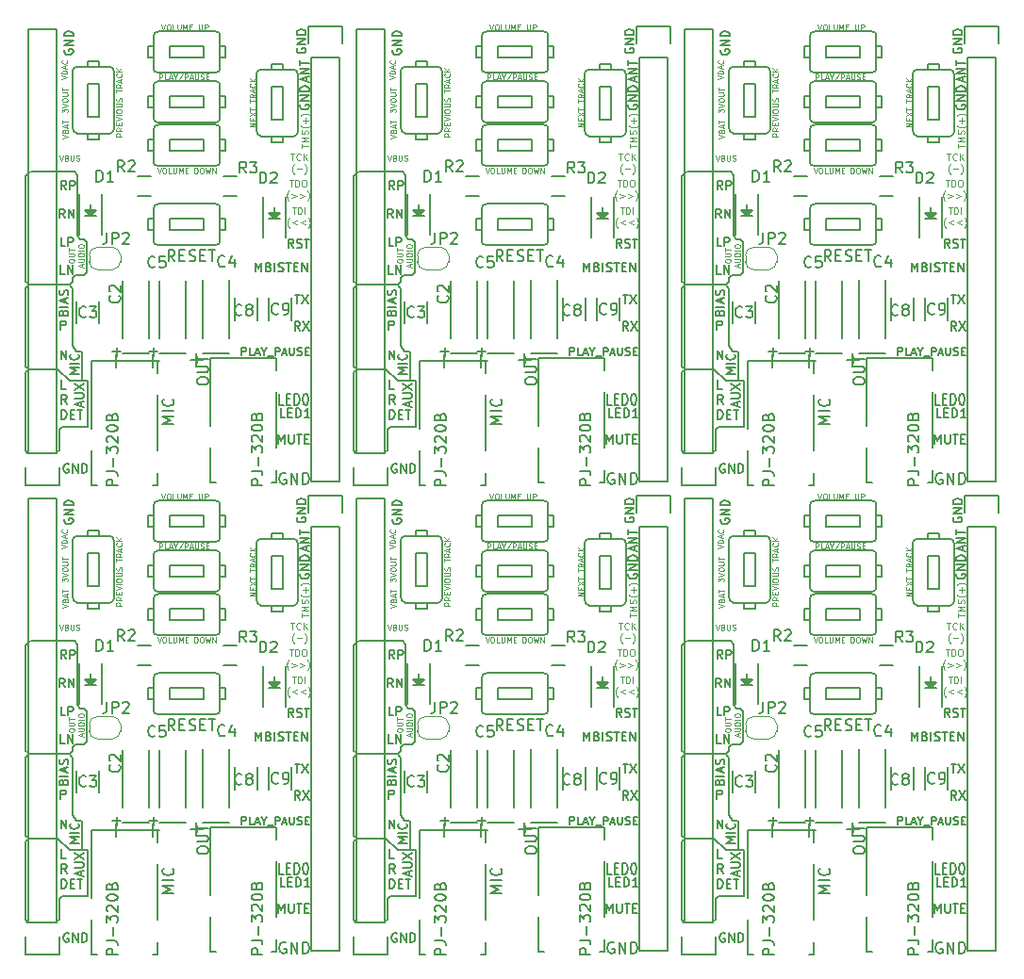
<source format=gbr>
G04 #@! TF.GenerationSoftware,KiCad,Pcbnew,5.0.0-rc2-dev-unknown-b813eac~63~ubuntu16.04.1*
G04 #@! TF.CreationDate,2018-04-08T16:52:17+02:00*
G04 #@! TF.ProjectId,f-6188multi,662D363138386D756C74692E6B696361,rev?*
G04 #@! TF.SameCoordinates,Original*
G04 #@! TF.FileFunction,Legend,Top*
G04 #@! TF.FilePolarity,Positive*
%FSLAX46Y46*%
G04 Gerber Fmt 4.6, Leading zero omitted, Abs format (unit mm)*
G04 Created by KiCad (PCBNEW 5.0.0-rc2-dev-unknown-b813eac~63~ubuntu16.04.1) date Sun Apr  8 16:52:17 2018*
%MOMM*%
%LPD*%
G01*
G04 APERTURE LIST*
%ADD10C,0.200000*%
%ADD11C,0.150000*%
%ADD12C,0.125000*%
%ADD13C,0.120000*%
G04 APERTURE END LIST*
D10*
X173126400Y-140462000D02*
X172974000Y-140208000D01*
X177342800Y-115112800D02*
X177647600Y-115468400D01*
X173532800Y-125323600D02*
X173329600Y-125323600D01*
X178562000Y-133908800D02*
X178562000Y-138074400D01*
X177546000Y-131267200D02*
X178003200Y-131267200D01*
X177190400Y-130810000D02*
X177546000Y-131267200D01*
D11*
X196272261Y-137204404D02*
X195891309Y-137204404D01*
X195891309Y-136404404D01*
X196538928Y-136785357D02*
X196805595Y-136785357D01*
X196919880Y-137204404D02*
X196538928Y-137204404D01*
X196538928Y-136404404D01*
X196919880Y-136404404D01*
X197262738Y-137204404D02*
X197262738Y-136404404D01*
X197453214Y-136404404D01*
X197567500Y-136442500D01*
X197643690Y-136518690D01*
X197681785Y-136594880D01*
X197719880Y-136747261D01*
X197719880Y-136861547D01*
X197681785Y-137013928D01*
X197643690Y-137090119D01*
X197567500Y-137166309D01*
X197453214Y-137204404D01*
X197262738Y-137204404D01*
X198481785Y-137204404D02*
X198024642Y-137204404D01*
X198253214Y-137204404D02*
X198253214Y-136404404D01*
X198177023Y-136518690D01*
X198100833Y-136594880D01*
X198024642Y-136632976D01*
D10*
X172974000Y-125628400D02*
X173329600Y-125323600D01*
X175615600Y-140462000D02*
X173126400Y-140462000D01*
X175818800Y-132943600D02*
X176936400Y-133908800D01*
X177241200Y-124663200D02*
X177495200Y-124409200D01*
X177495200Y-124409200D02*
X178206400Y-124409200D01*
X178460400Y-121462800D02*
X178206400Y-121208800D01*
X178562000Y-138074400D02*
X176276000Y-138074400D01*
X176936400Y-125323600D02*
X177190400Y-125679200D01*
X173532800Y-125323600D02*
X176936400Y-125323600D01*
X177190400Y-125679200D02*
X177190400Y-130810000D01*
D11*
X177755504Y-133292742D02*
X176955504Y-133292742D01*
X177526933Y-133026076D01*
X176955504Y-132759409D01*
X177755504Y-132759409D01*
X177755504Y-132378457D02*
X176955504Y-132378457D01*
X177679314Y-131540361D02*
X177717409Y-131578457D01*
X177755504Y-131692742D01*
X177755504Y-131768933D01*
X177717409Y-131883219D01*
X177641219Y-131959409D01*
X177565028Y-131997504D01*
X177412647Y-132035600D01*
X177298361Y-132035600D01*
X177145980Y-131997504D01*
X177069790Y-131959409D01*
X176993600Y-131883219D01*
X176955504Y-131768933D01*
X176955504Y-131692742D01*
X176993600Y-131578457D01*
X177031695Y-131540361D01*
D10*
X178206400Y-124409200D02*
X178460400Y-124155200D01*
X173278800Y-132943600D02*
X175818800Y-132943600D01*
X172974000Y-125069600D02*
X172974000Y-115519200D01*
D11*
X197364400Y-104038323D02*
X197326304Y-104114514D01*
X197326304Y-104228800D01*
X197364400Y-104343085D01*
X197440590Y-104419276D01*
X197516780Y-104457371D01*
X197669161Y-104495466D01*
X197783447Y-104495466D01*
X197935828Y-104457371D01*
X198012019Y-104419276D01*
X198088209Y-104343085D01*
X198126304Y-104228800D01*
X198126304Y-104152609D01*
X198088209Y-104038323D01*
X198050114Y-104000228D01*
X197783447Y-104000228D01*
X197783447Y-104152609D01*
X198126304Y-103657371D02*
X197326304Y-103657371D01*
X198126304Y-103200228D01*
X197326304Y-103200228D01*
X198126304Y-102819276D02*
X197326304Y-102819276D01*
X197326304Y-102628800D01*
X197364400Y-102514514D01*
X197440590Y-102438323D01*
X197516780Y-102400228D01*
X197669161Y-102362133D01*
X197783447Y-102362133D01*
X197935828Y-102400228D01*
X198012019Y-102438323D01*
X198088209Y-102514514D01*
X198126304Y-102628800D01*
X198126304Y-102819276D01*
X176589328Y-134647904D02*
X176208376Y-134647904D01*
X176208376Y-133847904D01*
X176665519Y-135997904D02*
X176398852Y-135616952D01*
X176208376Y-135997904D02*
X176208376Y-135197904D01*
X176513138Y-135197904D01*
X176589328Y-135236000D01*
X176627423Y-135274095D01*
X176665519Y-135350285D01*
X176665519Y-135464571D01*
X176627423Y-135540761D01*
X176589328Y-135578857D01*
X176513138Y-135616952D01*
X176208376Y-135616952D01*
X176208376Y-137347904D02*
X176208376Y-136547904D01*
X176398852Y-136547904D01*
X176513138Y-136586000D01*
X176589328Y-136662190D01*
X176627423Y-136738380D01*
X176665519Y-136890761D01*
X176665519Y-137005047D01*
X176627423Y-137157428D01*
X176589328Y-137233619D01*
X176513138Y-137309809D01*
X176398852Y-137347904D01*
X176208376Y-137347904D01*
X177008376Y-136928857D02*
X177275042Y-136928857D01*
X177389328Y-137347904D02*
X177008376Y-137347904D01*
X177008376Y-136547904D01*
X177389328Y-136547904D01*
X177617900Y-136547904D02*
X178075042Y-136547904D01*
X177846471Y-137347904D02*
X177846471Y-136547904D01*
D12*
X196673885Y-115897328D02*
X197016742Y-115897328D01*
X196845314Y-116497328D02*
X196845314Y-115897328D01*
X197216742Y-116497328D02*
X197216742Y-115897328D01*
X197359600Y-115897328D01*
X197445314Y-115925900D01*
X197502457Y-115983042D01*
X197531028Y-116040185D01*
X197559600Y-116154471D01*
X197559600Y-116240185D01*
X197531028Y-116354471D01*
X197502457Y-116411614D01*
X197445314Y-116468757D01*
X197359600Y-116497328D01*
X197216742Y-116497328D01*
X197931028Y-115897328D02*
X198045314Y-115897328D01*
X198102457Y-115925900D01*
X198159600Y-115983042D01*
X198188171Y-116097328D01*
X198188171Y-116297328D01*
X198159600Y-116411614D01*
X198102457Y-116468757D01*
X198045314Y-116497328D01*
X197931028Y-116497328D01*
X197873885Y-116468757D01*
X197816742Y-116411614D01*
X197788171Y-116297328D01*
X197788171Y-116097328D01*
X197816742Y-115983042D01*
X197873885Y-115925900D01*
X197931028Y-115897328D01*
X196631028Y-117750900D02*
X196602457Y-117722328D01*
X196545314Y-117636614D01*
X196516742Y-117579471D01*
X196488171Y-117493757D01*
X196459600Y-117350900D01*
X196459600Y-117236614D01*
X196488171Y-117093757D01*
X196516742Y-117008042D01*
X196545314Y-116950900D01*
X196602457Y-116865185D01*
X196631028Y-116836614D01*
X196859600Y-117122328D02*
X197316742Y-117293757D01*
X196859600Y-117465185D01*
X197602457Y-117122328D02*
X198059600Y-117293757D01*
X197602457Y-117465185D01*
X198288171Y-117750900D02*
X198316742Y-117722328D01*
X198373885Y-117636614D01*
X198402457Y-117579471D01*
X198431028Y-117493757D01*
X198459600Y-117350900D01*
X198459600Y-117236614D01*
X198431028Y-117093757D01*
X198402457Y-117008042D01*
X198373885Y-116950900D01*
X198316742Y-116865185D01*
X198288171Y-116836614D01*
D11*
X176485600Y-104190723D02*
X176447504Y-104266914D01*
X176447504Y-104381200D01*
X176485600Y-104495485D01*
X176561790Y-104571676D01*
X176637980Y-104609771D01*
X176790361Y-104647866D01*
X176904647Y-104647866D01*
X177057028Y-104609771D01*
X177133219Y-104571676D01*
X177209409Y-104495485D01*
X177247504Y-104381200D01*
X177247504Y-104305009D01*
X177209409Y-104190723D01*
X177171314Y-104152628D01*
X176904647Y-104152628D01*
X176904647Y-104305009D01*
X177247504Y-103809771D02*
X176447504Y-103809771D01*
X177247504Y-103352628D01*
X176447504Y-103352628D01*
X177247504Y-102971676D02*
X176447504Y-102971676D01*
X176447504Y-102781200D01*
X176485600Y-102666914D01*
X176561790Y-102590723D01*
X176637980Y-102552628D01*
X176790361Y-102514533D01*
X176904647Y-102514533D01*
X177057028Y-102552628D01*
X177133219Y-102590723D01*
X177209409Y-102666914D01*
X177247504Y-102781200D01*
X177247504Y-102971676D01*
D10*
X186278780Y-137774228D02*
X185278780Y-137774228D01*
X185993066Y-137440895D01*
X185278780Y-137107561D01*
X186278780Y-137107561D01*
X186278780Y-136631371D02*
X185278780Y-136631371D01*
X186183542Y-135583752D02*
X186231161Y-135631371D01*
X186278780Y-135774228D01*
X186278780Y-135869466D01*
X186231161Y-136012323D01*
X186135923Y-136107561D01*
X186040685Y-136155180D01*
X185850209Y-136202800D01*
X185707352Y-136202800D01*
X185516876Y-136155180D01*
X185421638Y-136107561D01*
X185326400Y-136012323D01*
X185278780Y-135869466D01*
X185278780Y-135774228D01*
X185326400Y-135631371D01*
X185374019Y-135583752D01*
X188377580Y-134045200D02*
X188377580Y-133854723D01*
X188425200Y-133759485D01*
X188520438Y-133664247D01*
X188710914Y-133616628D01*
X189044247Y-133616628D01*
X189234723Y-133664247D01*
X189329961Y-133759485D01*
X189377580Y-133854723D01*
X189377580Y-134045200D01*
X189329961Y-134140438D01*
X189234723Y-134235676D01*
X189044247Y-134283295D01*
X188710914Y-134283295D01*
X188520438Y-134235676D01*
X188425200Y-134140438D01*
X188377580Y-134045200D01*
X188377580Y-133188057D02*
X189187104Y-133188057D01*
X189282342Y-133140438D01*
X189329961Y-133092819D01*
X189377580Y-132997580D01*
X189377580Y-132807104D01*
X189329961Y-132711866D01*
X189282342Y-132664247D01*
X189187104Y-132616628D01*
X188377580Y-132616628D01*
X188377580Y-132283295D02*
X188377580Y-131711866D01*
X189377580Y-131997580D02*
X188377580Y-131997580D01*
X197154876Y-126180904D02*
X197612019Y-126180904D01*
X197383447Y-126980904D02*
X197383447Y-126180904D01*
X197802495Y-126180904D02*
X198335828Y-126980904D01*
X198335828Y-126180904D02*
X197802495Y-126980904D01*
D11*
X196145261Y-136088380D02*
X195764309Y-136088380D01*
X195764309Y-135088380D01*
X196411928Y-135564571D02*
X196678595Y-135564571D01*
X196792880Y-136088380D02*
X196411928Y-136088380D01*
X196411928Y-135088380D01*
X196792880Y-135088380D01*
X197135738Y-136088380D02*
X197135738Y-135088380D01*
X197326214Y-135088380D01*
X197440500Y-135136000D01*
X197516690Y-135231238D01*
X197554785Y-135326476D01*
X197592880Y-135516952D01*
X197592880Y-135659809D01*
X197554785Y-135850285D01*
X197516690Y-135945523D01*
X197440500Y-136040761D01*
X197326214Y-136088380D01*
X197135738Y-136088380D01*
X198088119Y-135088380D02*
X198164309Y-135088380D01*
X198240500Y-135136000D01*
X198278595Y-135183619D01*
X198316690Y-135278857D01*
X198354785Y-135469333D01*
X198354785Y-135707428D01*
X198316690Y-135897904D01*
X198278595Y-135993142D01*
X198240500Y-136040761D01*
X198164309Y-136088380D01*
X198088119Y-136088380D01*
X198011928Y-136040761D01*
X197973833Y-135993142D01*
X197935738Y-135897904D01*
X197897642Y-135707428D01*
X197897642Y-135469333D01*
X197935738Y-135278857D01*
X197973833Y-135183619D01*
X198011928Y-135136000D01*
X198088119Y-135088380D01*
X176834876Y-141433600D02*
X176758685Y-141395504D01*
X176644400Y-141395504D01*
X176530114Y-141433600D01*
X176453923Y-141509790D01*
X176415828Y-141585980D01*
X176377733Y-141738361D01*
X176377733Y-141852647D01*
X176415828Y-142005028D01*
X176453923Y-142081219D01*
X176530114Y-142157409D01*
X176644400Y-142195504D01*
X176720590Y-142195504D01*
X176834876Y-142157409D01*
X176872971Y-142119314D01*
X176872971Y-141852647D01*
X176720590Y-141852647D01*
X177215828Y-142195504D02*
X177215828Y-141395504D01*
X177672971Y-142195504D01*
X177672971Y-141395504D01*
X178053923Y-142195504D02*
X178053923Y-141395504D01*
X178244400Y-141395504D01*
X178358685Y-141433600D01*
X178434876Y-141509790D01*
X178472971Y-141585980D01*
X178511066Y-141738361D01*
X178511066Y-141852647D01*
X178472971Y-142005028D01*
X178434876Y-142081219D01*
X178358685Y-142157409D01*
X178244400Y-142195504D01*
X178053923Y-142195504D01*
D12*
X176205390Y-106849752D02*
X176705390Y-106683085D01*
X176205390Y-106516419D01*
X176705390Y-106349752D02*
X176205390Y-106349752D01*
X176205390Y-106230704D01*
X176229200Y-106159276D01*
X176276819Y-106111657D01*
X176324438Y-106087847D01*
X176419676Y-106064038D01*
X176491104Y-106064038D01*
X176586342Y-106087847D01*
X176633961Y-106111657D01*
X176681580Y-106159276D01*
X176705390Y-106230704D01*
X176705390Y-106349752D01*
X176562533Y-105873561D02*
X176562533Y-105635466D01*
X176705390Y-105921180D02*
X176205390Y-105754514D01*
X176705390Y-105587847D01*
X176657771Y-105135466D02*
X176681580Y-105159276D01*
X176705390Y-105230704D01*
X176705390Y-105278323D01*
X176681580Y-105349752D01*
X176633961Y-105397371D01*
X176586342Y-105421180D01*
X176491104Y-105444990D01*
X176419676Y-105444990D01*
X176324438Y-105421180D01*
X176276819Y-105397371D01*
X176229200Y-105349752D01*
X176205390Y-105278323D01*
X176205390Y-105230704D01*
X176229200Y-105159276D01*
X176253009Y-105135466D01*
D11*
X176149028Y-131984704D02*
X176149028Y-131184704D01*
X176606171Y-131984704D01*
X176606171Y-131184704D01*
X176117276Y-129343104D02*
X176117276Y-128543104D01*
X176422038Y-128543104D01*
X176498228Y-128581200D01*
X176536323Y-128619295D01*
X176574419Y-128695485D01*
X176574419Y-128809771D01*
X176536323Y-128885961D01*
X176498228Y-128924057D01*
X176422038Y-128962152D01*
X176117276Y-128962152D01*
D12*
X197740628Y-112975828D02*
X197740628Y-112632971D01*
X198340628Y-112804400D02*
X197740628Y-112804400D01*
X198340628Y-112432971D02*
X197740628Y-112432971D01*
X198169200Y-112232971D01*
X197740628Y-112032971D01*
X198340628Y-112032971D01*
X198312057Y-111775828D02*
X198340628Y-111690114D01*
X198340628Y-111547257D01*
X198312057Y-111490114D01*
X198283485Y-111461542D01*
X198226342Y-111432971D01*
X198169200Y-111432971D01*
X198112057Y-111461542D01*
X198083485Y-111490114D01*
X198054914Y-111547257D01*
X198026342Y-111661542D01*
X197997771Y-111718685D01*
X197969200Y-111747257D01*
X197912057Y-111775828D01*
X197854914Y-111775828D01*
X197797771Y-111747257D01*
X197769200Y-111718685D01*
X197740628Y-111661542D01*
X197740628Y-111518685D01*
X197769200Y-111432971D01*
X198569200Y-111004400D02*
X198540628Y-111032971D01*
X198454914Y-111090114D01*
X198397771Y-111118685D01*
X198312057Y-111147257D01*
X198169200Y-111175828D01*
X198054914Y-111175828D01*
X197912057Y-111147257D01*
X197826342Y-111118685D01*
X197769200Y-111090114D01*
X197683485Y-111032971D01*
X197654914Y-111004400D01*
X198112057Y-110775828D02*
X198112057Y-110318685D01*
X198340628Y-110547257D02*
X197883485Y-110547257D01*
X198569200Y-110090114D02*
X198540628Y-110061542D01*
X198454914Y-110004400D01*
X198397771Y-109975828D01*
X198312057Y-109947257D01*
X198169200Y-109918685D01*
X198054914Y-109918685D01*
X197912057Y-109947257D01*
X197826342Y-109975828D01*
X197769200Y-110004400D01*
X197683485Y-110061542D01*
X197654914Y-110090114D01*
X196896114Y-118335728D02*
X197238971Y-118335728D01*
X197067542Y-118935728D02*
X197067542Y-118335728D01*
X197438971Y-118935728D02*
X197438971Y-118335728D01*
X197581828Y-118335728D01*
X197667542Y-118364300D01*
X197724685Y-118421442D01*
X197753257Y-118478585D01*
X197781828Y-118592871D01*
X197781828Y-118678585D01*
X197753257Y-118792871D01*
X197724685Y-118850014D01*
X197667542Y-118907157D01*
X197581828Y-118935728D01*
X197438971Y-118935728D01*
X198038971Y-118935728D02*
X198038971Y-118335728D01*
X196681828Y-120189300D02*
X196653257Y-120160728D01*
X196596114Y-120075014D01*
X196567542Y-120017871D01*
X196538971Y-119932157D01*
X196510400Y-119789300D01*
X196510400Y-119675014D01*
X196538971Y-119532157D01*
X196567542Y-119446442D01*
X196596114Y-119389300D01*
X196653257Y-119303585D01*
X196681828Y-119275014D01*
X197367542Y-119560728D02*
X196910400Y-119732157D01*
X197367542Y-119903585D01*
X198110400Y-119560728D02*
X197653257Y-119732157D01*
X198110400Y-119903585D01*
X198338971Y-120189300D02*
X198367542Y-120160728D01*
X198424685Y-120075014D01*
X198453257Y-120017871D01*
X198481828Y-119932157D01*
X198510400Y-119789300D01*
X198510400Y-119675014D01*
X198481828Y-119532157D01*
X198453257Y-119446442D01*
X198424685Y-119389300D01*
X198367542Y-119303585D01*
X198338971Y-119275014D01*
D10*
X176936400Y-133908800D02*
X178562000Y-133908800D01*
X176276000Y-138074400D02*
X176022000Y-138328400D01*
X178206400Y-121208800D02*
X177850800Y-121208800D01*
X178054000Y-133858000D02*
X178054000Y-131267200D01*
X176022000Y-138328400D02*
X176022000Y-140208000D01*
X177647600Y-115468400D02*
X177647600Y-120904000D01*
X172974000Y-115519200D02*
X173431200Y-115112800D01*
X178460400Y-124155200D02*
X178460400Y-121462800D01*
X177647600Y-120904000D02*
X177850800Y-121208800D01*
D12*
X176019733Y-113670590D02*
X176186400Y-114170590D01*
X176353066Y-113670590D01*
X176686400Y-113908685D02*
X176757828Y-113932495D01*
X176781638Y-113956304D01*
X176805447Y-114003923D01*
X176805447Y-114075352D01*
X176781638Y-114122971D01*
X176757828Y-114146780D01*
X176710209Y-114170590D01*
X176519733Y-114170590D01*
X176519733Y-113670590D01*
X176686400Y-113670590D01*
X176734019Y-113694400D01*
X176757828Y-113718209D01*
X176781638Y-113765828D01*
X176781638Y-113813447D01*
X176757828Y-113861066D01*
X176734019Y-113884876D01*
X176686400Y-113908685D01*
X176519733Y-113908685D01*
X177019733Y-113670590D02*
X177019733Y-114075352D01*
X177043542Y-114122971D01*
X177067352Y-114146780D01*
X177114971Y-114170590D01*
X177210209Y-114170590D01*
X177257828Y-114146780D01*
X177281638Y-114122971D01*
X177305447Y-114075352D01*
X177305447Y-113670590D01*
X177519733Y-114146780D02*
X177591161Y-114170590D01*
X177710209Y-114170590D01*
X177757828Y-114146780D01*
X177781638Y-114122971D01*
X177805447Y-114075352D01*
X177805447Y-114027733D01*
X177781638Y-113980114D01*
X177757828Y-113956304D01*
X177710209Y-113932495D01*
X177614971Y-113908685D01*
X177567352Y-113884876D01*
X177543542Y-113861066D01*
X177519733Y-113813447D01*
X177519733Y-113765828D01*
X177543542Y-113718209D01*
X177567352Y-113694400D01*
X177614971Y-113670590D01*
X177734019Y-113670590D01*
X177805447Y-113694400D01*
D10*
X173278800Y-132892800D02*
X172974000Y-132638800D01*
X173380400Y-125323600D02*
X172974000Y-125069600D01*
X173482000Y-115112800D02*
X177342800Y-115112800D01*
X176936400Y-125323600D02*
X177241200Y-125069600D01*
X172974000Y-133197600D02*
X173228000Y-132994400D01*
X177241200Y-125069600D02*
X177241200Y-124663200D01*
X172974000Y-140208000D02*
X172974000Y-133197600D01*
X176022000Y-140208000D02*
X175615600Y-140462000D01*
X172974000Y-132638800D02*
X172974000Y-125628400D01*
D11*
X192389500Y-131634666D02*
X192389500Y-130934666D01*
X192656166Y-130934666D01*
X192722833Y-130968000D01*
X192756166Y-131001333D01*
X192789500Y-131068000D01*
X192789500Y-131168000D01*
X192756166Y-131234666D01*
X192722833Y-131268000D01*
X192656166Y-131301333D01*
X192389500Y-131301333D01*
X193422833Y-131634666D02*
X193089500Y-131634666D01*
X193089500Y-130934666D01*
X193622833Y-131434666D02*
X193956166Y-131434666D01*
X193556166Y-131634666D02*
X193789500Y-130934666D01*
X194022833Y-131634666D01*
X194389500Y-131301333D02*
X194389500Y-131634666D01*
X194156166Y-130934666D02*
X194389500Y-131301333D01*
X194622833Y-130934666D01*
X194689500Y-131701333D02*
X195222833Y-131701333D01*
X195389500Y-131634666D02*
X195389500Y-130934666D01*
X195656166Y-130934666D01*
X195722833Y-130968000D01*
X195756166Y-131001333D01*
X195789500Y-131068000D01*
X195789500Y-131168000D01*
X195756166Y-131234666D01*
X195722833Y-131268000D01*
X195656166Y-131301333D01*
X195389500Y-131301333D01*
X196056166Y-131434666D02*
X196389500Y-131434666D01*
X195989500Y-131634666D02*
X196222833Y-130934666D01*
X196456166Y-131634666D01*
X196689500Y-130934666D02*
X196689500Y-131501333D01*
X196722833Y-131568000D01*
X196756166Y-131601333D01*
X196822833Y-131634666D01*
X196956166Y-131634666D01*
X197022833Y-131601333D01*
X197056166Y-131568000D01*
X197089500Y-131501333D01*
X197089500Y-130934666D01*
X197389500Y-131601333D02*
X197489500Y-131634666D01*
X197656166Y-131634666D01*
X197722833Y-131601333D01*
X197756166Y-131568000D01*
X197789500Y-131501333D01*
X197789500Y-131434666D01*
X197756166Y-131368000D01*
X197722833Y-131334666D01*
X197656166Y-131301333D01*
X197522833Y-131268000D01*
X197456166Y-131234666D01*
X197422833Y-131201333D01*
X197389500Y-131134666D01*
X197389500Y-131068000D01*
X197422833Y-131001333D01*
X197456166Y-130968000D01*
X197522833Y-130934666D01*
X197689500Y-130934666D01*
X197789500Y-130968000D01*
X198089500Y-131268000D02*
X198322833Y-131268000D01*
X198422833Y-131634666D02*
X198089500Y-131634666D01*
X198089500Y-130934666D01*
X198422833Y-130934666D01*
D12*
X176834690Y-123182000D02*
X176834690Y-123086761D01*
X176858500Y-123039142D01*
X176906119Y-122991523D01*
X177001357Y-122967714D01*
X177168023Y-122967714D01*
X177263261Y-122991523D01*
X177310880Y-123039142D01*
X177334690Y-123086761D01*
X177334690Y-123182000D01*
X177310880Y-123229619D01*
X177263261Y-123277238D01*
X177168023Y-123301047D01*
X177001357Y-123301047D01*
X176906119Y-123277238D01*
X176858500Y-123229619D01*
X176834690Y-123182000D01*
X176834690Y-122753428D02*
X177239452Y-122753428D01*
X177287071Y-122729619D01*
X177310880Y-122705809D01*
X177334690Y-122658190D01*
X177334690Y-122562952D01*
X177310880Y-122515333D01*
X177287071Y-122491523D01*
X177239452Y-122467714D01*
X176834690Y-122467714D01*
X176834690Y-122301047D02*
X176834690Y-122015333D01*
X177334690Y-122158190D02*
X176834690Y-122158190D01*
X178066833Y-123693904D02*
X178066833Y-123455809D01*
X178209690Y-123741523D02*
X177709690Y-123574857D01*
X178209690Y-123408190D01*
X177709690Y-123241523D02*
X178114452Y-123241523D01*
X178162071Y-123217714D01*
X178185880Y-123193904D01*
X178209690Y-123146285D01*
X178209690Y-123051047D01*
X178185880Y-123003428D01*
X178162071Y-122979619D01*
X178114452Y-122955809D01*
X177709690Y-122955809D01*
X178209690Y-122717714D02*
X177709690Y-122717714D01*
X177709690Y-122598666D01*
X177733500Y-122527238D01*
X177781119Y-122479619D01*
X177828738Y-122455809D01*
X177923976Y-122432000D01*
X177995404Y-122432000D01*
X178090642Y-122455809D01*
X178138261Y-122479619D01*
X178185880Y-122527238D01*
X178209690Y-122598666D01*
X178209690Y-122717714D01*
X178209690Y-122217714D02*
X177709690Y-122217714D01*
X177709690Y-121884380D02*
X177709690Y-121789142D01*
X177733500Y-121741523D01*
X177781119Y-121693904D01*
X177876357Y-121670095D01*
X178043023Y-121670095D01*
X178138261Y-121693904D01*
X178185880Y-121741523D01*
X178209690Y-121789142D01*
X178209690Y-121884380D01*
X178185880Y-121932000D01*
X178138261Y-121979619D01*
X178043023Y-122003428D01*
X177876357Y-122003428D01*
X177781119Y-121979619D01*
X177733500Y-121932000D01*
X177709690Y-121884380D01*
D11*
X197669200Y-109118323D02*
X197631104Y-109194514D01*
X197631104Y-109308800D01*
X197669200Y-109423085D01*
X197745390Y-109499276D01*
X197821580Y-109537371D01*
X197973961Y-109575466D01*
X198088247Y-109575466D01*
X198240628Y-109537371D01*
X198316819Y-109499276D01*
X198393009Y-109423085D01*
X198431104Y-109308800D01*
X198431104Y-109232609D01*
X198393009Y-109118323D01*
X198354914Y-109080228D01*
X198088247Y-109080228D01*
X198088247Y-109232609D01*
X198431104Y-108737371D02*
X197631104Y-108737371D01*
X198431104Y-108280228D01*
X197631104Y-108280228D01*
X198431104Y-107899276D02*
X197631104Y-107899276D01*
X197631104Y-107708800D01*
X197669200Y-107594514D01*
X197745390Y-107518323D01*
X197821580Y-107480228D01*
X197973961Y-107442133D01*
X198088247Y-107442133D01*
X198240628Y-107480228D01*
X198316819Y-107518323D01*
X198393009Y-107594514D01*
X198431104Y-107708800D01*
X198431104Y-107899276D01*
X197021504Y-121977104D02*
X196754838Y-121596152D01*
X196564361Y-121977104D02*
X196564361Y-121177104D01*
X196869123Y-121177104D01*
X196945314Y-121215200D01*
X196983409Y-121253295D01*
X197021504Y-121329485D01*
X197021504Y-121443771D01*
X196983409Y-121519961D01*
X196945314Y-121558057D01*
X196869123Y-121596152D01*
X196564361Y-121596152D01*
X197326266Y-121939009D02*
X197440552Y-121977104D01*
X197631028Y-121977104D01*
X197707219Y-121939009D01*
X197745314Y-121900914D01*
X197783409Y-121824723D01*
X197783409Y-121748533D01*
X197745314Y-121672342D01*
X197707219Y-121634247D01*
X197631028Y-121596152D01*
X197478647Y-121558057D01*
X197402457Y-121519961D01*
X197364361Y-121481866D01*
X197326266Y-121405676D01*
X197326266Y-121329485D01*
X197364361Y-121253295D01*
X197402457Y-121215200D01*
X197478647Y-121177104D01*
X197669123Y-121177104D01*
X197783409Y-121215200D01*
X198011980Y-121177104D02*
X198469123Y-121177104D01*
X198240552Y-121977104D02*
X198240552Y-121177104D01*
X195688119Y-139553904D02*
X195688119Y-138753904D01*
X195954785Y-139325333D01*
X196221452Y-138753904D01*
X196221452Y-139553904D01*
X196602404Y-138753904D02*
X196602404Y-139401523D01*
X196640500Y-139477714D01*
X196678595Y-139515809D01*
X196754785Y-139553904D01*
X196907166Y-139553904D01*
X196983357Y-139515809D01*
X197021452Y-139477714D01*
X197059547Y-139401523D01*
X197059547Y-138753904D01*
X197326214Y-138753904D02*
X197783357Y-138753904D01*
X197554785Y-139553904D02*
X197554785Y-138753904D01*
X198050023Y-139134857D02*
X198316690Y-139134857D01*
X198430976Y-139553904D02*
X198050023Y-139553904D01*
X198050023Y-138753904D01*
X198430976Y-138753904D01*
X193611790Y-124110704D02*
X193611790Y-123310704D01*
X193878457Y-123882133D01*
X194145123Y-123310704D01*
X194145123Y-124110704D01*
X194792742Y-123691657D02*
X194907028Y-123729752D01*
X194945123Y-123767847D01*
X194983219Y-123844038D01*
X194983219Y-123958323D01*
X194945123Y-124034514D01*
X194907028Y-124072609D01*
X194830838Y-124110704D01*
X194526076Y-124110704D01*
X194526076Y-123310704D01*
X194792742Y-123310704D01*
X194868933Y-123348800D01*
X194907028Y-123386895D01*
X194945123Y-123463085D01*
X194945123Y-123539276D01*
X194907028Y-123615466D01*
X194868933Y-123653561D01*
X194792742Y-123691657D01*
X194526076Y-123691657D01*
X195326076Y-124110704D02*
X195326076Y-123310704D01*
X195668933Y-124072609D02*
X195783219Y-124110704D01*
X195973695Y-124110704D01*
X196049885Y-124072609D01*
X196087980Y-124034514D01*
X196126076Y-123958323D01*
X196126076Y-123882133D01*
X196087980Y-123805942D01*
X196049885Y-123767847D01*
X195973695Y-123729752D01*
X195821314Y-123691657D01*
X195745123Y-123653561D01*
X195707028Y-123615466D01*
X195668933Y-123539276D01*
X195668933Y-123463085D01*
X195707028Y-123386895D01*
X195745123Y-123348800D01*
X195821314Y-123310704D01*
X196011790Y-123310704D01*
X196126076Y-123348800D01*
X196354647Y-123310704D02*
X196811790Y-123310704D01*
X196583219Y-124110704D02*
X196583219Y-123310704D01*
X197078457Y-123691657D02*
X197345123Y-123691657D01*
X197459409Y-124110704D02*
X197078457Y-124110704D01*
X197078457Y-123310704D01*
X197459409Y-123310704D01*
X197802266Y-124110704D02*
X197802266Y-123310704D01*
X198259409Y-124110704D01*
X198259409Y-123310704D01*
D12*
X176256190Y-109807238D02*
X176256190Y-109497714D01*
X176446666Y-109664380D01*
X176446666Y-109592952D01*
X176470476Y-109545333D01*
X176494285Y-109521523D01*
X176541904Y-109497714D01*
X176660952Y-109497714D01*
X176708571Y-109521523D01*
X176732380Y-109545333D01*
X176756190Y-109592952D01*
X176756190Y-109735809D01*
X176732380Y-109783428D01*
X176708571Y-109807238D01*
X176256190Y-109354857D02*
X176756190Y-109188190D01*
X176256190Y-109021523D01*
X176256190Y-108759619D02*
X176256190Y-108664380D01*
X176280000Y-108616761D01*
X176327619Y-108569142D01*
X176422857Y-108545333D01*
X176589523Y-108545333D01*
X176684761Y-108569142D01*
X176732380Y-108616761D01*
X176756190Y-108664380D01*
X176756190Y-108759619D01*
X176732380Y-108807238D01*
X176684761Y-108854857D01*
X176589523Y-108878666D01*
X176422857Y-108878666D01*
X176327619Y-108854857D01*
X176280000Y-108807238D01*
X176256190Y-108759619D01*
X176256190Y-108331047D02*
X176660952Y-108331047D01*
X176708571Y-108307238D01*
X176732380Y-108283428D01*
X176756190Y-108235809D01*
X176756190Y-108140571D01*
X176732380Y-108092952D01*
X176708571Y-108069142D01*
X176660952Y-108045333D01*
X176256190Y-108045333D01*
X176256190Y-107878666D02*
X176256190Y-107592952D01*
X176756190Y-107735809D02*
X176256190Y-107735809D01*
X176306990Y-112175028D02*
X176806990Y-112008361D01*
X176306990Y-111841695D01*
X176545085Y-111508361D02*
X176568895Y-111436933D01*
X176592704Y-111413123D01*
X176640323Y-111389314D01*
X176711752Y-111389314D01*
X176759371Y-111413123D01*
X176783180Y-111436933D01*
X176806990Y-111484552D01*
X176806990Y-111675028D01*
X176306990Y-111675028D01*
X176306990Y-111508361D01*
X176330800Y-111460742D01*
X176354609Y-111436933D01*
X176402228Y-111413123D01*
X176449847Y-111413123D01*
X176497466Y-111436933D01*
X176521276Y-111460742D01*
X176545085Y-111508361D01*
X176545085Y-111675028D01*
X176664133Y-111198838D02*
X176664133Y-110960742D01*
X176806990Y-111246457D02*
X176306990Y-111079790D01*
X176806990Y-110913123D01*
X176306990Y-110817885D02*
X176306990Y-110532171D01*
X176806990Y-110675028D02*
X176306990Y-110675028D01*
D11*
X176510971Y-119284704D02*
X176244304Y-118903752D01*
X176053828Y-119284704D02*
X176053828Y-118484704D01*
X176358590Y-118484704D01*
X176434780Y-118522800D01*
X176472876Y-118560895D01*
X176510971Y-118637085D01*
X176510971Y-118751371D01*
X176472876Y-118827561D01*
X176434780Y-118865657D01*
X176358590Y-118903752D01*
X176053828Y-118903752D01*
X176853828Y-119284704D02*
X176853828Y-118484704D01*
X177310971Y-119284704D01*
X177310971Y-118484704D01*
X198202533Y-107035485D02*
X198202533Y-106654533D01*
X198431104Y-107111676D02*
X197631104Y-106845009D01*
X198431104Y-106578342D01*
X198431104Y-106311676D02*
X197631104Y-106311676D01*
X198431104Y-105854533D01*
X197631104Y-105854533D01*
X197631104Y-105587866D02*
X197631104Y-105130723D01*
X198431104Y-105359295D02*
X197631104Y-105359295D01*
D12*
X196789771Y-113509728D02*
X197132628Y-113509728D01*
X196961200Y-114109728D02*
X196961200Y-113509728D01*
X197675485Y-114052585D02*
X197646914Y-114081157D01*
X197561200Y-114109728D01*
X197504057Y-114109728D01*
X197418342Y-114081157D01*
X197361200Y-114024014D01*
X197332628Y-113966871D01*
X197304057Y-113852585D01*
X197304057Y-113766871D01*
X197332628Y-113652585D01*
X197361200Y-113595442D01*
X197418342Y-113538300D01*
X197504057Y-113509728D01*
X197561200Y-113509728D01*
X197646914Y-113538300D01*
X197675485Y-113566871D01*
X197932628Y-114109728D02*
X197932628Y-113509728D01*
X198275485Y-114109728D02*
X198018342Y-113766871D01*
X198275485Y-113509728D02*
X197932628Y-113852585D01*
X197104057Y-115363300D02*
X197075485Y-115334728D01*
X197018342Y-115249014D01*
X196989771Y-115191871D01*
X196961200Y-115106157D01*
X196932628Y-114963300D01*
X196932628Y-114849014D01*
X196961200Y-114706157D01*
X196989771Y-114620442D01*
X197018342Y-114563300D01*
X197075485Y-114477585D01*
X197104057Y-114449014D01*
X197332628Y-114906157D02*
X197789771Y-114906157D01*
X198018342Y-115363300D02*
X198046914Y-115334728D01*
X198104057Y-115249014D01*
X198132628Y-115191871D01*
X198161200Y-115106157D01*
X198189771Y-114963300D01*
X198189771Y-114849014D01*
X198161200Y-114706157D01*
X198132628Y-114620442D01*
X198104057Y-114563300D01*
X198046914Y-114477585D01*
X198018342Y-114449014D01*
D11*
X176371257Y-127806342D02*
X176409352Y-127692057D01*
X176447447Y-127653961D01*
X176523638Y-127615866D01*
X176637923Y-127615866D01*
X176714114Y-127653961D01*
X176752209Y-127692057D01*
X176790304Y-127768247D01*
X176790304Y-128073009D01*
X175990304Y-128073009D01*
X175990304Y-127806342D01*
X176028400Y-127730152D01*
X176066495Y-127692057D01*
X176142685Y-127653961D01*
X176218876Y-127653961D01*
X176295066Y-127692057D01*
X176333161Y-127730152D01*
X176371257Y-127806342D01*
X176371257Y-128073009D01*
X176790304Y-127273009D02*
X175990304Y-127273009D01*
X176561733Y-126930152D02*
X176561733Y-126549200D01*
X176790304Y-127006342D02*
X175990304Y-126739676D01*
X176790304Y-126473009D01*
X176752209Y-126244438D02*
X176790304Y-126130152D01*
X176790304Y-125939676D01*
X176752209Y-125863485D01*
X176714114Y-125825390D01*
X176637923Y-125787295D01*
X176561733Y-125787295D01*
X176485542Y-125825390D01*
X176447447Y-125863485D01*
X176409352Y-125939676D01*
X176371257Y-126092057D01*
X176333161Y-126168247D01*
X176295066Y-126206342D01*
X176218876Y-126244438D01*
X176142685Y-126244438D01*
X176066495Y-126206342D01*
X176028400Y-126168247D01*
X175990304Y-126092057D01*
X175990304Y-125901580D01*
X176028400Y-125787295D01*
X177984133Y-136220076D02*
X177984133Y-135839123D01*
X178212704Y-136296266D02*
X177412704Y-136029600D01*
X178212704Y-135762933D01*
X177412704Y-135496266D02*
X178060323Y-135496266D01*
X178136514Y-135458171D01*
X178174609Y-135420076D01*
X178212704Y-135343885D01*
X178212704Y-135191504D01*
X178174609Y-135115314D01*
X178136514Y-135077219D01*
X178060323Y-135039123D01*
X177412704Y-135039123D01*
X177412704Y-134734361D02*
X178212704Y-134201028D01*
X177412704Y-134201028D02*
X178212704Y-134734361D01*
X176510971Y-124313904D02*
X176130019Y-124313904D01*
X176130019Y-123513904D01*
X176777638Y-124313904D02*
X176777638Y-123513904D01*
X177234780Y-124313904D01*
X177234780Y-123513904D01*
X176530019Y-121824704D02*
X176149066Y-121824704D01*
X176149066Y-121024704D01*
X176796685Y-121824704D02*
X176796685Y-121024704D01*
X177101447Y-121024704D01*
X177177638Y-121062800D01*
X177215733Y-121100895D01*
X177253828Y-121177085D01*
X177253828Y-121291371D01*
X177215733Y-121367561D01*
X177177638Y-121405657D01*
X177101447Y-121443752D01*
X176796685Y-121443752D01*
D10*
X197631066Y-129393904D02*
X197364400Y-129012952D01*
X197173923Y-129393904D02*
X197173923Y-128593904D01*
X197478685Y-128593904D01*
X197554876Y-128632000D01*
X197592971Y-128670095D01*
X197631066Y-128746285D01*
X197631066Y-128860571D01*
X197592971Y-128936761D01*
X197554876Y-128974857D01*
X197478685Y-129012952D01*
X197173923Y-129012952D01*
X197897733Y-128593904D02*
X198431066Y-129393904D01*
X198431066Y-128593904D02*
X197897733Y-129393904D01*
X196342095Y-142248000D02*
X196246857Y-142200380D01*
X196104000Y-142200380D01*
X195961142Y-142248000D01*
X195865904Y-142343238D01*
X195818285Y-142438476D01*
X195770666Y-142628952D01*
X195770666Y-142771809D01*
X195818285Y-142962285D01*
X195865904Y-143057523D01*
X195961142Y-143152761D01*
X196104000Y-143200380D01*
X196199238Y-143200380D01*
X196342095Y-143152761D01*
X196389714Y-143105142D01*
X196389714Y-142771809D01*
X196199238Y-142771809D01*
X196818285Y-143200380D02*
X196818285Y-142200380D01*
X197389714Y-143200380D01*
X197389714Y-142200380D01*
X197865904Y-143200380D02*
X197865904Y-142200380D01*
X198104000Y-142200380D01*
X198246857Y-142248000D01*
X198342095Y-142343238D01*
X198389714Y-142438476D01*
X198437333Y-142628952D01*
X198437333Y-142771809D01*
X198389714Y-142962285D01*
X198342095Y-143057523D01*
X198246857Y-143152761D01*
X198104000Y-143200380D01*
X197865904Y-143200380D01*
D11*
X176631619Y-116744704D02*
X176364952Y-116363752D01*
X176174476Y-116744704D02*
X176174476Y-115944704D01*
X176479238Y-115944704D01*
X176555428Y-115982800D01*
X176593523Y-116020895D01*
X176631619Y-116097085D01*
X176631619Y-116211371D01*
X176593523Y-116287561D01*
X176555428Y-116325657D01*
X176479238Y-116363752D01*
X176174476Y-116363752D01*
X176974476Y-116744704D02*
X176974476Y-115944704D01*
X177279238Y-115944704D01*
X177355428Y-115982800D01*
X177393523Y-116020895D01*
X177431619Y-116097085D01*
X177431619Y-116211371D01*
X177393523Y-116287561D01*
X177355428Y-116325657D01*
X177279238Y-116363752D01*
X176974476Y-116363752D01*
D10*
X143662400Y-140462000D02*
X143510000Y-140208000D01*
X147878800Y-115112800D02*
X148183600Y-115468400D01*
X144068800Y-125323600D02*
X143865600Y-125323600D01*
X149098000Y-133908800D02*
X149098000Y-138074400D01*
X148082000Y-131267200D02*
X148539200Y-131267200D01*
X147726400Y-130810000D02*
X148082000Y-131267200D01*
D11*
X166808261Y-137204404D02*
X166427309Y-137204404D01*
X166427309Y-136404404D01*
X167074928Y-136785357D02*
X167341595Y-136785357D01*
X167455880Y-137204404D02*
X167074928Y-137204404D01*
X167074928Y-136404404D01*
X167455880Y-136404404D01*
X167798738Y-137204404D02*
X167798738Y-136404404D01*
X167989214Y-136404404D01*
X168103500Y-136442500D01*
X168179690Y-136518690D01*
X168217785Y-136594880D01*
X168255880Y-136747261D01*
X168255880Y-136861547D01*
X168217785Y-137013928D01*
X168179690Y-137090119D01*
X168103500Y-137166309D01*
X167989214Y-137204404D01*
X167798738Y-137204404D01*
X169017785Y-137204404D02*
X168560642Y-137204404D01*
X168789214Y-137204404D02*
X168789214Y-136404404D01*
X168713023Y-136518690D01*
X168636833Y-136594880D01*
X168560642Y-136632976D01*
D10*
X143510000Y-125628400D02*
X143865600Y-125323600D01*
X146151600Y-140462000D02*
X143662400Y-140462000D01*
X146354800Y-132943600D02*
X147472400Y-133908800D01*
X147777200Y-124663200D02*
X148031200Y-124409200D01*
X148031200Y-124409200D02*
X148742400Y-124409200D01*
X148996400Y-121462800D02*
X148742400Y-121208800D01*
X149098000Y-138074400D02*
X146812000Y-138074400D01*
X147472400Y-125323600D02*
X147726400Y-125679200D01*
X144068800Y-125323600D02*
X147472400Y-125323600D01*
X147726400Y-125679200D02*
X147726400Y-130810000D01*
D11*
X148291504Y-133292742D02*
X147491504Y-133292742D01*
X148062933Y-133026076D01*
X147491504Y-132759409D01*
X148291504Y-132759409D01*
X148291504Y-132378457D02*
X147491504Y-132378457D01*
X148215314Y-131540361D02*
X148253409Y-131578457D01*
X148291504Y-131692742D01*
X148291504Y-131768933D01*
X148253409Y-131883219D01*
X148177219Y-131959409D01*
X148101028Y-131997504D01*
X147948647Y-132035600D01*
X147834361Y-132035600D01*
X147681980Y-131997504D01*
X147605790Y-131959409D01*
X147529600Y-131883219D01*
X147491504Y-131768933D01*
X147491504Y-131692742D01*
X147529600Y-131578457D01*
X147567695Y-131540361D01*
D10*
X148742400Y-124409200D02*
X148996400Y-124155200D01*
X143814800Y-132943600D02*
X146354800Y-132943600D01*
X143510000Y-125069600D02*
X143510000Y-115519200D01*
D11*
X167900400Y-104038323D02*
X167862304Y-104114514D01*
X167862304Y-104228800D01*
X167900400Y-104343085D01*
X167976590Y-104419276D01*
X168052780Y-104457371D01*
X168205161Y-104495466D01*
X168319447Y-104495466D01*
X168471828Y-104457371D01*
X168548019Y-104419276D01*
X168624209Y-104343085D01*
X168662304Y-104228800D01*
X168662304Y-104152609D01*
X168624209Y-104038323D01*
X168586114Y-104000228D01*
X168319447Y-104000228D01*
X168319447Y-104152609D01*
X168662304Y-103657371D02*
X167862304Y-103657371D01*
X168662304Y-103200228D01*
X167862304Y-103200228D01*
X168662304Y-102819276D02*
X167862304Y-102819276D01*
X167862304Y-102628800D01*
X167900400Y-102514514D01*
X167976590Y-102438323D01*
X168052780Y-102400228D01*
X168205161Y-102362133D01*
X168319447Y-102362133D01*
X168471828Y-102400228D01*
X168548019Y-102438323D01*
X168624209Y-102514514D01*
X168662304Y-102628800D01*
X168662304Y-102819276D01*
X147125328Y-134647904D02*
X146744376Y-134647904D01*
X146744376Y-133847904D01*
X147201519Y-135997904D02*
X146934852Y-135616952D01*
X146744376Y-135997904D02*
X146744376Y-135197904D01*
X147049138Y-135197904D01*
X147125328Y-135236000D01*
X147163423Y-135274095D01*
X147201519Y-135350285D01*
X147201519Y-135464571D01*
X147163423Y-135540761D01*
X147125328Y-135578857D01*
X147049138Y-135616952D01*
X146744376Y-135616952D01*
X146744376Y-137347904D02*
X146744376Y-136547904D01*
X146934852Y-136547904D01*
X147049138Y-136586000D01*
X147125328Y-136662190D01*
X147163423Y-136738380D01*
X147201519Y-136890761D01*
X147201519Y-137005047D01*
X147163423Y-137157428D01*
X147125328Y-137233619D01*
X147049138Y-137309809D01*
X146934852Y-137347904D01*
X146744376Y-137347904D01*
X147544376Y-136928857D02*
X147811042Y-136928857D01*
X147925328Y-137347904D02*
X147544376Y-137347904D01*
X147544376Y-136547904D01*
X147925328Y-136547904D01*
X148153900Y-136547904D02*
X148611042Y-136547904D01*
X148382471Y-137347904D02*
X148382471Y-136547904D01*
D12*
X167209885Y-115897328D02*
X167552742Y-115897328D01*
X167381314Y-116497328D02*
X167381314Y-115897328D01*
X167752742Y-116497328D02*
X167752742Y-115897328D01*
X167895600Y-115897328D01*
X167981314Y-115925900D01*
X168038457Y-115983042D01*
X168067028Y-116040185D01*
X168095600Y-116154471D01*
X168095600Y-116240185D01*
X168067028Y-116354471D01*
X168038457Y-116411614D01*
X167981314Y-116468757D01*
X167895600Y-116497328D01*
X167752742Y-116497328D01*
X168467028Y-115897328D02*
X168581314Y-115897328D01*
X168638457Y-115925900D01*
X168695600Y-115983042D01*
X168724171Y-116097328D01*
X168724171Y-116297328D01*
X168695600Y-116411614D01*
X168638457Y-116468757D01*
X168581314Y-116497328D01*
X168467028Y-116497328D01*
X168409885Y-116468757D01*
X168352742Y-116411614D01*
X168324171Y-116297328D01*
X168324171Y-116097328D01*
X168352742Y-115983042D01*
X168409885Y-115925900D01*
X168467028Y-115897328D01*
X167167028Y-117750900D02*
X167138457Y-117722328D01*
X167081314Y-117636614D01*
X167052742Y-117579471D01*
X167024171Y-117493757D01*
X166995600Y-117350900D01*
X166995600Y-117236614D01*
X167024171Y-117093757D01*
X167052742Y-117008042D01*
X167081314Y-116950900D01*
X167138457Y-116865185D01*
X167167028Y-116836614D01*
X167395600Y-117122328D02*
X167852742Y-117293757D01*
X167395600Y-117465185D01*
X168138457Y-117122328D02*
X168595600Y-117293757D01*
X168138457Y-117465185D01*
X168824171Y-117750900D02*
X168852742Y-117722328D01*
X168909885Y-117636614D01*
X168938457Y-117579471D01*
X168967028Y-117493757D01*
X168995600Y-117350900D01*
X168995600Y-117236614D01*
X168967028Y-117093757D01*
X168938457Y-117008042D01*
X168909885Y-116950900D01*
X168852742Y-116865185D01*
X168824171Y-116836614D01*
D11*
X147021600Y-104190723D02*
X146983504Y-104266914D01*
X146983504Y-104381200D01*
X147021600Y-104495485D01*
X147097790Y-104571676D01*
X147173980Y-104609771D01*
X147326361Y-104647866D01*
X147440647Y-104647866D01*
X147593028Y-104609771D01*
X147669219Y-104571676D01*
X147745409Y-104495485D01*
X147783504Y-104381200D01*
X147783504Y-104305009D01*
X147745409Y-104190723D01*
X147707314Y-104152628D01*
X147440647Y-104152628D01*
X147440647Y-104305009D01*
X147783504Y-103809771D02*
X146983504Y-103809771D01*
X147783504Y-103352628D01*
X146983504Y-103352628D01*
X147783504Y-102971676D02*
X146983504Y-102971676D01*
X146983504Y-102781200D01*
X147021600Y-102666914D01*
X147097790Y-102590723D01*
X147173980Y-102552628D01*
X147326361Y-102514533D01*
X147440647Y-102514533D01*
X147593028Y-102552628D01*
X147669219Y-102590723D01*
X147745409Y-102666914D01*
X147783504Y-102781200D01*
X147783504Y-102971676D01*
D10*
X156814780Y-137774228D02*
X155814780Y-137774228D01*
X156529066Y-137440895D01*
X155814780Y-137107561D01*
X156814780Y-137107561D01*
X156814780Y-136631371D02*
X155814780Y-136631371D01*
X156719542Y-135583752D02*
X156767161Y-135631371D01*
X156814780Y-135774228D01*
X156814780Y-135869466D01*
X156767161Y-136012323D01*
X156671923Y-136107561D01*
X156576685Y-136155180D01*
X156386209Y-136202800D01*
X156243352Y-136202800D01*
X156052876Y-136155180D01*
X155957638Y-136107561D01*
X155862400Y-136012323D01*
X155814780Y-135869466D01*
X155814780Y-135774228D01*
X155862400Y-135631371D01*
X155910019Y-135583752D01*
X158913580Y-134045200D02*
X158913580Y-133854723D01*
X158961200Y-133759485D01*
X159056438Y-133664247D01*
X159246914Y-133616628D01*
X159580247Y-133616628D01*
X159770723Y-133664247D01*
X159865961Y-133759485D01*
X159913580Y-133854723D01*
X159913580Y-134045200D01*
X159865961Y-134140438D01*
X159770723Y-134235676D01*
X159580247Y-134283295D01*
X159246914Y-134283295D01*
X159056438Y-134235676D01*
X158961200Y-134140438D01*
X158913580Y-134045200D01*
X158913580Y-133188057D02*
X159723104Y-133188057D01*
X159818342Y-133140438D01*
X159865961Y-133092819D01*
X159913580Y-132997580D01*
X159913580Y-132807104D01*
X159865961Y-132711866D01*
X159818342Y-132664247D01*
X159723104Y-132616628D01*
X158913580Y-132616628D01*
X158913580Y-132283295D02*
X158913580Y-131711866D01*
X159913580Y-131997580D02*
X158913580Y-131997580D01*
X167690876Y-126180904D02*
X168148019Y-126180904D01*
X167919447Y-126980904D02*
X167919447Y-126180904D01*
X168338495Y-126180904D02*
X168871828Y-126980904D01*
X168871828Y-126180904D02*
X168338495Y-126980904D01*
D11*
X166681261Y-136088380D02*
X166300309Y-136088380D01*
X166300309Y-135088380D01*
X166947928Y-135564571D02*
X167214595Y-135564571D01*
X167328880Y-136088380D02*
X166947928Y-136088380D01*
X166947928Y-135088380D01*
X167328880Y-135088380D01*
X167671738Y-136088380D02*
X167671738Y-135088380D01*
X167862214Y-135088380D01*
X167976500Y-135136000D01*
X168052690Y-135231238D01*
X168090785Y-135326476D01*
X168128880Y-135516952D01*
X168128880Y-135659809D01*
X168090785Y-135850285D01*
X168052690Y-135945523D01*
X167976500Y-136040761D01*
X167862214Y-136088380D01*
X167671738Y-136088380D01*
X168624119Y-135088380D02*
X168700309Y-135088380D01*
X168776500Y-135136000D01*
X168814595Y-135183619D01*
X168852690Y-135278857D01*
X168890785Y-135469333D01*
X168890785Y-135707428D01*
X168852690Y-135897904D01*
X168814595Y-135993142D01*
X168776500Y-136040761D01*
X168700309Y-136088380D01*
X168624119Y-136088380D01*
X168547928Y-136040761D01*
X168509833Y-135993142D01*
X168471738Y-135897904D01*
X168433642Y-135707428D01*
X168433642Y-135469333D01*
X168471738Y-135278857D01*
X168509833Y-135183619D01*
X168547928Y-135136000D01*
X168624119Y-135088380D01*
X147370876Y-141433600D02*
X147294685Y-141395504D01*
X147180400Y-141395504D01*
X147066114Y-141433600D01*
X146989923Y-141509790D01*
X146951828Y-141585980D01*
X146913733Y-141738361D01*
X146913733Y-141852647D01*
X146951828Y-142005028D01*
X146989923Y-142081219D01*
X147066114Y-142157409D01*
X147180400Y-142195504D01*
X147256590Y-142195504D01*
X147370876Y-142157409D01*
X147408971Y-142119314D01*
X147408971Y-141852647D01*
X147256590Y-141852647D01*
X147751828Y-142195504D02*
X147751828Y-141395504D01*
X148208971Y-142195504D01*
X148208971Y-141395504D01*
X148589923Y-142195504D02*
X148589923Y-141395504D01*
X148780400Y-141395504D01*
X148894685Y-141433600D01*
X148970876Y-141509790D01*
X149008971Y-141585980D01*
X149047066Y-141738361D01*
X149047066Y-141852647D01*
X149008971Y-142005028D01*
X148970876Y-142081219D01*
X148894685Y-142157409D01*
X148780400Y-142195504D01*
X148589923Y-142195504D01*
D12*
X146741390Y-106849752D02*
X147241390Y-106683085D01*
X146741390Y-106516419D01*
X147241390Y-106349752D02*
X146741390Y-106349752D01*
X146741390Y-106230704D01*
X146765200Y-106159276D01*
X146812819Y-106111657D01*
X146860438Y-106087847D01*
X146955676Y-106064038D01*
X147027104Y-106064038D01*
X147122342Y-106087847D01*
X147169961Y-106111657D01*
X147217580Y-106159276D01*
X147241390Y-106230704D01*
X147241390Y-106349752D01*
X147098533Y-105873561D02*
X147098533Y-105635466D01*
X147241390Y-105921180D02*
X146741390Y-105754514D01*
X147241390Y-105587847D01*
X147193771Y-105135466D02*
X147217580Y-105159276D01*
X147241390Y-105230704D01*
X147241390Y-105278323D01*
X147217580Y-105349752D01*
X147169961Y-105397371D01*
X147122342Y-105421180D01*
X147027104Y-105444990D01*
X146955676Y-105444990D01*
X146860438Y-105421180D01*
X146812819Y-105397371D01*
X146765200Y-105349752D01*
X146741390Y-105278323D01*
X146741390Y-105230704D01*
X146765200Y-105159276D01*
X146789009Y-105135466D01*
D11*
X146685028Y-131984704D02*
X146685028Y-131184704D01*
X147142171Y-131984704D01*
X147142171Y-131184704D01*
X146653276Y-129343104D02*
X146653276Y-128543104D01*
X146958038Y-128543104D01*
X147034228Y-128581200D01*
X147072323Y-128619295D01*
X147110419Y-128695485D01*
X147110419Y-128809771D01*
X147072323Y-128885961D01*
X147034228Y-128924057D01*
X146958038Y-128962152D01*
X146653276Y-128962152D01*
D12*
X168276628Y-112975828D02*
X168276628Y-112632971D01*
X168876628Y-112804400D02*
X168276628Y-112804400D01*
X168876628Y-112432971D02*
X168276628Y-112432971D01*
X168705200Y-112232971D01*
X168276628Y-112032971D01*
X168876628Y-112032971D01*
X168848057Y-111775828D02*
X168876628Y-111690114D01*
X168876628Y-111547257D01*
X168848057Y-111490114D01*
X168819485Y-111461542D01*
X168762342Y-111432971D01*
X168705200Y-111432971D01*
X168648057Y-111461542D01*
X168619485Y-111490114D01*
X168590914Y-111547257D01*
X168562342Y-111661542D01*
X168533771Y-111718685D01*
X168505200Y-111747257D01*
X168448057Y-111775828D01*
X168390914Y-111775828D01*
X168333771Y-111747257D01*
X168305200Y-111718685D01*
X168276628Y-111661542D01*
X168276628Y-111518685D01*
X168305200Y-111432971D01*
X169105200Y-111004400D02*
X169076628Y-111032971D01*
X168990914Y-111090114D01*
X168933771Y-111118685D01*
X168848057Y-111147257D01*
X168705200Y-111175828D01*
X168590914Y-111175828D01*
X168448057Y-111147257D01*
X168362342Y-111118685D01*
X168305200Y-111090114D01*
X168219485Y-111032971D01*
X168190914Y-111004400D01*
X168648057Y-110775828D02*
X168648057Y-110318685D01*
X168876628Y-110547257D02*
X168419485Y-110547257D01*
X169105200Y-110090114D02*
X169076628Y-110061542D01*
X168990914Y-110004400D01*
X168933771Y-109975828D01*
X168848057Y-109947257D01*
X168705200Y-109918685D01*
X168590914Y-109918685D01*
X168448057Y-109947257D01*
X168362342Y-109975828D01*
X168305200Y-110004400D01*
X168219485Y-110061542D01*
X168190914Y-110090114D01*
X167432114Y-118335728D02*
X167774971Y-118335728D01*
X167603542Y-118935728D02*
X167603542Y-118335728D01*
X167974971Y-118935728D02*
X167974971Y-118335728D01*
X168117828Y-118335728D01*
X168203542Y-118364300D01*
X168260685Y-118421442D01*
X168289257Y-118478585D01*
X168317828Y-118592871D01*
X168317828Y-118678585D01*
X168289257Y-118792871D01*
X168260685Y-118850014D01*
X168203542Y-118907157D01*
X168117828Y-118935728D01*
X167974971Y-118935728D01*
X168574971Y-118935728D02*
X168574971Y-118335728D01*
X167217828Y-120189300D02*
X167189257Y-120160728D01*
X167132114Y-120075014D01*
X167103542Y-120017871D01*
X167074971Y-119932157D01*
X167046400Y-119789300D01*
X167046400Y-119675014D01*
X167074971Y-119532157D01*
X167103542Y-119446442D01*
X167132114Y-119389300D01*
X167189257Y-119303585D01*
X167217828Y-119275014D01*
X167903542Y-119560728D02*
X167446400Y-119732157D01*
X167903542Y-119903585D01*
X168646400Y-119560728D02*
X168189257Y-119732157D01*
X168646400Y-119903585D01*
X168874971Y-120189300D02*
X168903542Y-120160728D01*
X168960685Y-120075014D01*
X168989257Y-120017871D01*
X169017828Y-119932157D01*
X169046400Y-119789300D01*
X169046400Y-119675014D01*
X169017828Y-119532157D01*
X168989257Y-119446442D01*
X168960685Y-119389300D01*
X168903542Y-119303585D01*
X168874971Y-119275014D01*
D10*
X147472400Y-133908800D02*
X149098000Y-133908800D01*
X146812000Y-138074400D02*
X146558000Y-138328400D01*
X148742400Y-121208800D02*
X148386800Y-121208800D01*
X148590000Y-133858000D02*
X148590000Y-131267200D01*
X146558000Y-138328400D02*
X146558000Y-140208000D01*
X148183600Y-115468400D02*
X148183600Y-120904000D01*
X143510000Y-115519200D02*
X143967200Y-115112800D01*
X148996400Y-124155200D02*
X148996400Y-121462800D01*
X148183600Y-120904000D02*
X148386800Y-121208800D01*
D12*
X146555733Y-113670590D02*
X146722400Y-114170590D01*
X146889066Y-113670590D01*
X147222400Y-113908685D02*
X147293828Y-113932495D01*
X147317638Y-113956304D01*
X147341447Y-114003923D01*
X147341447Y-114075352D01*
X147317638Y-114122971D01*
X147293828Y-114146780D01*
X147246209Y-114170590D01*
X147055733Y-114170590D01*
X147055733Y-113670590D01*
X147222400Y-113670590D01*
X147270019Y-113694400D01*
X147293828Y-113718209D01*
X147317638Y-113765828D01*
X147317638Y-113813447D01*
X147293828Y-113861066D01*
X147270019Y-113884876D01*
X147222400Y-113908685D01*
X147055733Y-113908685D01*
X147555733Y-113670590D02*
X147555733Y-114075352D01*
X147579542Y-114122971D01*
X147603352Y-114146780D01*
X147650971Y-114170590D01*
X147746209Y-114170590D01*
X147793828Y-114146780D01*
X147817638Y-114122971D01*
X147841447Y-114075352D01*
X147841447Y-113670590D01*
X148055733Y-114146780D02*
X148127161Y-114170590D01*
X148246209Y-114170590D01*
X148293828Y-114146780D01*
X148317638Y-114122971D01*
X148341447Y-114075352D01*
X148341447Y-114027733D01*
X148317638Y-113980114D01*
X148293828Y-113956304D01*
X148246209Y-113932495D01*
X148150971Y-113908685D01*
X148103352Y-113884876D01*
X148079542Y-113861066D01*
X148055733Y-113813447D01*
X148055733Y-113765828D01*
X148079542Y-113718209D01*
X148103352Y-113694400D01*
X148150971Y-113670590D01*
X148270019Y-113670590D01*
X148341447Y-113694400D01*
D10*
X143814800Y-132892800D02*
X143510000Y-132638800D01*
X143916400Y-125323600D02*
X143510000Y-125069600D01*
X144018000Y-115112800D02*
X147878800Y-115112800D01*
X147472400Y-125323600D02*
X147777200Y-125069600D01*
X143510000Y-133197600D02*
X143764000Y-132994400D01*
X147777200Y-125069600D02*
X147777200Y-124663200D01*
X143510000Y-140208000D02*
X143510000Y-133197600D01*
X146558000Y-140208000D02*
X146151600Y-140462000D01*
X143510000Y-132638800D02*
X143510000Y-125628400D01*
D11*
X162925500Y-131634666D02*
X162925500Y-130934666D01*
X163192166Y-130934666D01*
X163258833Y-130968000D01*
X163292166Y-131001333D01*
X163325500Y-131068000D01*
X163325500Y-131168000D01*
X163292166Y-131234666D01*
X163258833Y-131268000D01*
X163192166Y-131301333D01*
X162925500Y-131301333D01*
X163958833Y-131634666D02*
X163625500Y-131634666D01*
X163625500Y-130934666D01*
X164158833Y-131434666D02*
X164492166Y-131434666D01*
X164092166Y-131634666D02*
X164325500Y-130934666D01*
X164558833Y-131634666D01*
X164925500Y-131301333D02*
X164925500Y-131634666D01*
X164692166Y-130934666D02*
X164925500Y-131301333D01*
X165158833Y-130934666D01*
X165225500Y-131701333D02*
X165758833Y-131701333D01*
X165925500Y-131634666D02*
X165925500Y-130934666D01*
X166192166Y-130934666D01*
X166258833Y-130968000D01*
X166292166Y-131001333D01*
X166325500Y-131068000D01*
X166325500Y-131168000D01*
X166292166Y-131234666D01*
X166258833Y-131268000D01*
X166192166Y-131301333D01*
X165925500Y-131301333D01*
X166592166Y-131434666D02*
X166925500Y-131434666D01*
X166525500Y-131634666D02*
X166758833Y-130934666D01*
X166992166Y-131634666D01*
X167225500Y-130934666D02*
X167225500Y-131501333D01*
X167258833Y-131568000D01*
X167292166Y-131601333D01*
X167358833Y-131634666D01*
X167492166Y-131634666D01*
X167558833Y-131601333D01*
X167592166Y-131568000D01*
X167625500Y-131501333D01*
X167625500Y-130934666D01*
X167925500Y-131601333D02*
X168025500Y-131634666D01*
X168192166Y-131634666D01*
X168258833Y-131601333D01*
X168292166Y-131568000D01*
X168325500Y-131501333D01*
X168325500Y-131434666D01*
X168292166Y-131368000D01*
X168258833Y-131334666D01*
X168192166Y-131301333D01*
X168058833Y-131268000D01*
X167992166Y-131234666D01*
X167958833Y-131201333D01*
X167925500Y-131134666D01*
X167925500Y-131068000D01*
X167958833Y-131001333D01*
X167992166Y-130968000D01*
X168058833Y-130934666D01*
X168225500Y-130934666D01*
X168325500Y-130968000D01*
X168625500Y-131268000D02*
X168858833Y-131268000D01*
X168958833Y-131634666D02*
X168625500Y-131634666D01*
X168625500Y-130934666D01*
X168958833Y-130934666D01*
D12*
X147370690Y-123182000D02*
X147370690Y-123086761D01*
X147394500Y-123039142D01*
X147442119Y-122991523D01*
X147537357Y-122967714D01*
X147704023Y-122967714D01*
X147799261Y-122991523D01*
X147846880Y-123039142D01*
X147870690Y-123086761D01*
X147870690Y-123182000D01*
X147846880Y-123229619D01*
X147799261Y-123277238D01*
X147704023Y-123301047D01*
X147537357Y-123301047D01*
X147442119Y-123277238D01*
X147394500Y-123229619D01*
X147370690Y-123182000D01*
X147370690Y-122753428D02*
X147775452Y-122753428D01*
X147823071Y-122729619D01*
X147846880Y-122705809D01*
X147870690Y-122658190D01*
X147870690Y-122562952D01*
X147846880Y-122515333D01*
X147823071Y-122491523D01*
X147775452Y-122467714D01*
X147370690Y-122467714D01*
X147370690Y-122301047D02*
X147370690Y-122015333D01*
X147870690Y-122158190D02*
X147370690Y-122158190D01*
X148602833Y-123693904D02*
X148602833Y-123455809D01*
X148745690Y-123741523D02*
X148245690Y-123574857D01*
X148745690Y-123408190D01*
X148245690Y-123241523D02*
X148650452Y-123241523D01*
X148698071Y-123217714D01*
X148721880Y-123193904D01*
X148745690Y-123146285D01*
X148745690Y-123051047D01*
X148721880Y-123003428D01*
X148698071Y-122979619D01*
X148650452Y-122955809D01*
X148245690Y-122955809D01*
X148745690Y-122717714D02*
X148245690Y-122717714D01*
X148245690Y-122598666D01*
X148269500Y-122527238D01*
X148317119Y-122479619D01*
X148364738Y-122455809D01*
X148459976Y-122432000D01*
X148531404Y-122432000D01*
X148626642Y-122455809D01*
X148674261Y-122479619D01*
X148721880Y-122527238D01*
X148745690Y-122598666D01*
X148745690Y-122717714D01*
X148745690Y-122217714D02*
X148245690Y-122217714D01*
X148245690Y-121884380D02*
X148245690Y-121789142D01*
X148269500Y-121741523D01*
X148317119Y-121693904D01*
X148412357Y-121670095D01*
X148579023Y-121670095D01*
X148674261Y-121693904D01*
X148721880Y-121741523D01*
X148745690Y-121789142D01*
X148745690Y-121884380D01*
X148721880Y-121932000D01*
X148674261Y-121979619D01*
X148579023Y-122003428D01*
X148412357Y-122003428D01*
X148317119Y-121979619D01*
X148269500Y-121932000D01*
X148245690Y-121884380D01*
D11*
X168205200Y-109118323D02*
X168167104Y-109194514D01*
X168167104Y-109308800D01*
X168205200Y-109423085D01*
X168281390Y-109499276D01*
X168357580Y-109537371D01*
X168509961Y-109575466D01*
X168624247Y-109575466D01*
X168776628Y-109537371D01*
X168852819Y-109499276D01*
X168929009Y-109423085D01*
X168967104Y-109308800D01*
X168967104Y-109232609D01*
X168929009Y-109118323D01*
X168890914Y-109080228D01*
X168624247Y-109080228D01*
X168624247Y-109232609D01*
X168967104Y-108737371D02*
X168167104Y-108737371D01*
X168967104Y-108280228D01*
X168167104Y-108280228D01*
X168967104Y-107899276D02*
X168167104Y-107899276D01*
X168167104Y-107708800D01*
X168205200Y-107594514D01*
X168281390Y-107518323D01*
X168357580Y-107480228D01*
X168509961Y-107442133D01*
X168624247Y-107442133D01*
X168776628Y-107480228D01*
X168852819Y-107518323D01*
X168929009Y-107594514D01*
X168967104Y-107708800D01*
X168967104Y-107899276D01*
X167557504Y-121977104D02*
X167290838Y-121596152D01*
X167100361Y-121977104D02*
X167100361Y-121177104D01*
X167405123Y-121177104D01*
X167481314Y-121215200D01*
X167519409Y-121253295D01*
X167557504Y-121329485D01*
X167557504Y-121443771D01*
X167519409Y-121519961D01*
X167481314Y-121558057D01*
X167405123Y-121596152D01*
X167100361Y-121596152D01*
X167862266Y-121939009D02*
X167976552Y-121977104D01*
X168167028Y-121977104D01*
X168243219Y-121939009D01*
X168281314Y-121900914D01*
X168319409Y-121824723D01*
X168319409Y-121748533D01*
X168281314Y-121672342D01*
X168243219Y-121634247D01*
X168167028Y-121596152D01*
X168014647Y-121558057D01*
X167938457Y-121519961D01*
X167900361Y-121481866D01*
X167862266Y-121405676D01*
X167862266Y-121329485D01*
X167900361Y-121253295D01*
X167938457Y-121215200D01*
X168014647Y-121177104D01*
X168205123Y-121177104D01*
X168319409Y-121215200D01*
X168547980Y-121177104D02*
X169005123Y-121177104D01*
X168776552Y-121977104D02*
X168776552Y-121177104D01*
X166224119Y-139553904D02*
X166224119Y-138753904D01*
X166490785Y-139325333D01*
X166757452Y-138753904D01*
X166757452Y-139553904D01*
X167138404Y-138753904D02*
X167138404Y-139401523D01*
X167176500Y-139477714D01*
X167214595Y-139515809D01*
X167290785Y-139553904D01*
X167443166Y-139553904D01*
X167519357Y-139515809D01*
X167557452Y-139477714D01*
X167595547Y-139401523D01*
X167595547Y-138753904D01*
X167862214Y-138753904D02*
X168319357Y-138753904D01*
X168090785Y-139553904D02*
X168090785Y-138753904D01*
X168586023Y-139134857D02*
X168852690Y-139134857D01*
X168966976Y-139553904D02*
X168586023Y-139553904D01*
X168586023Y-138753904D01*
X168966976Y-138753904D01*
X164147790Y-124110704D02*
X164147790Y-123310704D01*
X164414457Y-123882133D01*
X164681123Y-123310704D01*
X164681123Y-124110704D01*
X165328742Y-123691657D02*
X165443028Y-123729752D01*
X165481123Y-123767847D01*
X165519219Y-123844038D01*
X165519219Y-123958323D01*
X165481123Y-124034514D01*
X165443028Y-124072609D01*
X165366838Y-124110704D01*
X165062076Y-124110704D01*
X165062076Y-123310704D01*
X165328742Y-123310704D01*
X165404933Y-123348800D01*
X165443028Y-123386895D01*
X165481123Y-123463085D01*
X165481123Y-123539276D01*
X165443028Y-123615466D01*
X165404933Y-123653561D01*
X165328742Y-123691657D01*
X165062076Y-123691657D01*
X165862076Y-124110704D02*
X165862076Y-123310704D01*
X166204933Y-124072609D02*
X166319219Y-124110704D01*
X166509695Y-124110704D01*
X166585885Y-124072609D01*
X166623980Y-124034514D01*
X166662076Y-123958323D01*
X166662076Y-123882133D01*
X166623980Y-123805942D01*
X166585885Y-123767847D01*
X166509695Y-123729752D01*
X166357314Y-123691657D01*
X166281123Y-123653561D01*
X166243028Y-123615466D01*
X166204933Y-123539276D01*
X166204933Y-123463085D01*
X166243028Y-123386895D01*
X166281123Y-123348800D01*
X166357314Y-123310704D01*
X166547790Y-123310704D01*
X166662076Y-123348800D01*
X166890647Y-123310704D02*
X167347790Y-123310704D01*
X167119219Y-124110704D02*
X167119219Y-123310704D01*
X167614457Y-123691657D02*
X167881123Y-123691657D01*
X167995409Y-124110704D02*
X167614457Y-124110704D01*
X167614457Y-123310704D01*
X167995409Y-123310704D01*
X168338266Y-124110704D02*
X168338266Y-123310704D01*
X168795409Y-124110704D01*
X168795409Y-123310704D01*
D12*
X146792190Y-109807238D02*
X146792190Y-109497714D01*
X146982666Y-109664380D01*
X146982666Y-109592952D01*
X147006476Y-109545333D01*
X147030285Y-109521523D01*
X147077904Y-109497714D01*
X147196952Y-109497714D01*
X147244571Y-109521523D01*
X147268380Y-109545333D01*
X147292190Y-109592952D01*
X147292190Y-109735809D01*
X147268380Y-109783428D01*
X147244571Y-109807238D01*
X146792190Y-109354857D02*
X147292190Y-109188190D01*
X146792190Y-109021523D01*
X146792190Y-108759619D02*
X146792190Y-108664380D01*
X146816000Y-108616761D01*
X146863619Y-108569142D01*
X146958857Y-108545333D01*
X147125523Y-108545333D01*
X147220761Y-108569142D01*
X147268380Y-108616761D01*
X147292190Y-108664380D01*
X147292190Y-108759619D01*
X147268380Y-108807238D01*
X147220761Y-108854857D01*
X147125523Y-108878666D01*
X146958857Y-108878666D01*
X146863619Y-108854857D01*
X146816000Y-108807238D01*
X146792190Y-108759619D01*
X146792190Y-108331047D02*
X147196952Y-108331047D01*
X147244571Y-108307238D01*
X147268380Y-108283428D01*
X147292190Y-108235809D01*
X147292190Y-108140571D01*
X147268380Y-108092952D01*
X147244571Y-108069142D01*
X147196952Y-108045333D01*
X146792190Y-108045333D01*
X146792190Y-107878666D02*
X146792190Y-107592952D01*
X147292190Y-107735809D02*
X146792190Y-107735809D01*
X146842990Y-112175028D02*
X147342990Y-112008361D01*
X146842990Y-111841695D01*
X147081085Y-111508361D02*
X147104895Y-111436933D01*
X147128704Y-111413123D01*
X147176323Y-111389314D01*
X147247752Y-111389314D01*
X147295371Y-111413123D01*
X147319180Y-111436933D01*
X147342990Y-111484552D01*
X147342990Y-111675028D01*
X146842990Y-111675028D01*
X146842990Y-111508361D01*
X146866800Y-111460742D01*
X146890609Y-111436933D01*
X146938228Y-111413123D01*
X146985847Y-111413123D01*
X147033466Y-111436933D01*
X147057276Y-111460742D01*
X147081085Y-111508361D01*
X147081085Y-111675028D01*
X147200133Y-111198838D02*
X147200133Y-110960742D01*
X147342990Y-111246457D02*
X146842990Y-111079790D01*
X147342990Y-110913123D01*
X146842990Y-110817885D02*
X146842990Y-110532171D01*
X147342990Y-110675028D02*
X146842990Y-110675028D01*
D11*
X147046971Y-119284704D02*
X146780304Y-118903752D01*
X146589828Y-119284704D02*
X146589828Y-118484704D01*
X146894590Y-118484704D01*
X146970780Y-118522800D01*
X147008876Y-118560895D01*
X147046971Y-118637085D01*
X147046971Y-118751371D01*
X147008876Y-118827561D01*
X146970780Y-118865657D01*
X146894590Y-118903752D01*
X146589828Y-118903752D01*
X147389828Y-119284704D02*
X147389828Y-118484704D01*
X147846971Y-119284704D01*
X147846971Y-118484704D01*
X168738533Y-107035485D02*
X168738533Y-106654533D01*
X168967104Y-107111676D02*
X168167104Y-106845009D01*
X168967104Y-106578342D01*
X168967104Y-106311676D02*
X168167104Y-106311676D01*
X168967104Y-105854533D01*
X168167104Y-105854533D01*
X168167104Y-105587866D02*
X168167104Y-105130723D01*
X168967104Y-105359295D02*
X168167104Y-105359295D01*
D12*
X167325771Y-113509728D02*
X167668628Y-113509728D01*
X167497200Y-114109728D02*
X167497200Y-113509728D01*
X168211485Y-114052585D02*
X168182914Y-114081157D01*
X168097200Y-114109728D01*
X168040057Y-114109728D01*
X167954342Y-114081157D01*
X167897200Y-114024014D01*
X167868628Y-113966871D01*
X167840057Y-113852585D01*
X167840057Y-113766871D01*
X167868628Y-113652585D01*
X167897200Y-113595442D01*
X167954342Y-113538300D01*
X168040057Y-113509728D01*
X168097200Y-113509728D01*
X168182914Y-113538300D01*
X168211485Y-113566871D01*
X168468628Y-114109728D02*
X168468628Y-113509728D01*
X168811485Y-114109728D02*
X168554342Y-113766871D01*
X168811485Y-113509728D02*
X168468628Y-113852585D01*
X167640057Y-115363300D02*
X167611485Y-115334728D01*
X167554342Y-115249014D01*
X167525771Y-115191871D01*
X167497200Y-115106157D01*
X167468628Y-114963300D01*
X167468628Y-114849014D01*
X167497200Y-114706157D01*
X167525771Y-114620442D01*
X167554342Y-114563300D01*
X167611485Y-114477585D01*
X167640057Y-114449014D01*
X167868628Y-114906157D02*
X168325771Y-114906157D01*
X168554342Y-115363300D02*
X168582914Y-115334728D01*
X168640057Y-115249014D01*
X168668628Y-115191871D01*
X168697200Y-115106157D01*
X168725771Y-114963300D01*
X168725771Y-114849014D01*
X168697200Y-114706157D01*
X168668628Y-114620442D01*
X168640057Y-114563300D01*
X168582914Y-114477585D01*
X168554342Y-114449014D01*
D11*
X146907257Y-127806342D02*
X146945352Y-127692057D01*
X146983447Y-127653961D01*
X147059638Y-127615866D01*
X147173923Y-127615866D01*
X147250114Y-127653961D01*
X147288209Y-127692057D01*
X147326304Y-127768247D01*
X147326304Y-128073009D01*
X146526304Y-128073009D01*
X146526304Y-127806342D01*
X146564400Y-127730152D01*
X146602495Y-127692057D01*
X146678685Y-127653961D01*
X146754876Y-127653961D01*
X146831066Y-127692057D01*
X146869161Y-127730152D01*
X146907257Y-127806342D01*
X146907257Y-128073009D01*
X147326304Y-127273009D02*
X146526304Y-127273009D01*
X147097733Y-126930152D02*
X147097733Y-126549200D01*
X147326304Y-127006342D02*
X146526304Y-126739676D01*
X147326304Y-126473009D01*
X147288209Y-126244438D02*
X147326304Y-126130152D01*
X147326304Y-125939676D01*
X147288209Y-125863485D01*
X147250114Y-125825390D01*
X147173923Y-125787295D01*
X147097733Y-125787295D01*
X147021542Y-125825390D01*
X146983447Y-125863485D01*
X146945352Y-125939676D01*
X146907257Y-126092057D01*
X146869161Y-126168247D01*
X146831066Y-126206342D01*
X146754876Y-126244438D01*
X146678685Y-126244438D01*
X146602495Y-126206342D01*
X146564400Y-126168247D01*
X146526304Y-126092057D01*
X146526304Y-125901580D01*
X146564400Y-125787295D01*
X148520133Y-136220076D02*
X148520133Y-135839123D01*
X148748704Y-136296266D02*
X147948704Y-136029600D01*
X148748704Y-135762933D01*
X147948704Y-135496266D02*
X148596323Y-135496266D01*
X148672514Y-135458171D01*
X148710609Y-135420076D01*
X148748704Y-135343885D01*
X148748704Y-135191504D01*
X148710609Y-135115314D01*
X148672514Y-135077219D01*
X148596323Y-135039123D01*
X147948704Y-135039123D01*
X147948704Y-134734361D02*
X148748704Y-134201028D01*
X147948704Y-134201028D02*
X148748704Y-134734361D01*
X147046971Y-124313904D02*
X146666019Y-124313904D01*
X146666019Y-123513904D01*
X147313638Y-124313904D02*
X147313638Y-123513904D01*
X147770780Y-124313904D01*
X147770780Y-123513904D01*
X147066019Y-121824704D02*
X146685066Y-121824704D01*
X146685066Y-121024704D01*
X147332685Y-121824704D02*
X147332685Y-121024704D01*
X147637447Y-121024704D01*
X147713638Y-121062800D01*
X147751733Y-121100895D01*
X147789828Y-121177085D01*
X147789828Y-121291371D01*
X147751733Y-121367561D01*
X147713638Y-121405657D01*
X147637447Y-121443752D01*
X147332685Y-121443752D01*
D10*
X168167066Y-129393904D02*
X167900400Y-129012952D01*
X167709923Y-129393904D02*
X167709923Y-128593904D01*
X168014685Y-128593904D01*
X168090876Y-128632000D01*
X168128971Y-128670095D01*
X168167066Y-128746285D01*
X168167066Y-128860571D01*
X168128971Y-128936761D01*
X168090876Y-128974857D01*
X168014685Y-129012952D01*
X167709923Y-129012952D01*
X168433733Y-128593904D02*
X168967066Y-129393904D01*
X168967066Y-128593904D02*
X168433733Y-129393904D01*
X166878095Y-142248000D02*
X166782857Y-142200380D01*
X166640000Y-142200380D01*
X166497142Y-142248000D01*
X166401904Y-142343238D01*
X166354285Y-142438476D01*
X166306666Y-142628952D01*
X166306666Y-142771809D01*
X166354285Y-142962285D01*
X166401904Y-143057523D01*
X166497142Y-143152761D01*
X166640000Y-143200380D01*
X166735238Y-143200380D01*
X166878095Y-143152761D01*
X166925714Y-143105142D01*
X166925714Y-142771809D01*
X166735238Y-142771809D01*
X167354285Y-143200380D02*
X167354285Y-142200380D01*
X167925714Y-143200380D01*
X167925714Y-142200380D01*
X168401904Y-143200380D02*
X168401904Y-142200380D01*
X168640000Y-142200380D01*
X168782857Y-142248000D01*
X168878095Y-142343238D01*
X168925714Y-142438476D01*
X168973333Y-142628952D01*
X168973333Y-142771809D01*
X168925714Y-142962285D01*
X168878095Y-143057523D01*
X168782857Y-143152761D01*
X168640000Y-143200380D01*
X168401904Y-143200380D01*
D11*
X147167619Y-116744704D02*
X146900952Y-116363752D01*
X146710476Y-116744704D02*
X146710476Y-115944704D01*
X147015238Y-115944704D01*
X147091428Y-115982800D01*
X147129523Y-116020895D01*
X147167619Y-116097085D01*
X147167619Y-116211371D01*
X147129523Y-116287561D01*
X147091428Y-116325657D01*
X147015238Y-116363752D01*
X146710476Y-116363752D01*
X147510476Y-116744704D02*
X147510476Y-115944704D01*
X147815238Y-115944704D01*
X147891428Y-115982800D01*
X147929523Y-116020895D01*
X147967619Y-116097085D01*
X147967619Y-116211371D01*
X147929523Y-116287561D01*
X147891428Y-116325657D01*
X147815238Y-116363752D01*
X147510476Y-116363752D01*
D10*
X114198400Y-140462000D02*
X114046000Y-140208000D01*
X118414800Y-115112800D02*
X118719600Y-115468400D01*
X114604800Y-125323600D02*
X114401600Y-125323600D01*
X119634000Y-133908800D02*
X119634000Y-138074400D01*
X118618000Y-131267200D02*
X119075200Y-131267200D01*
X118262400Y-130810000D02*
X118618000Y-131267200D01*
D11*
X137344261Y-137204404D02*
X136963309Y-137204404D01*
X136963309Y-136404404D01*
X137610928Y-136785357D02*
X137877595Y-136785357D01*
X137991880Y-137204404D02*
X137610928Y-137204404D01*
X137610928Y-136404404D01*
X137991880Y-136404404D01*
X138334738Y-137204404D02*
X138334738Y-136404404D01*
X138525214Y-136404404D01*
X138639500Y-136442500D01*
X138715690Y-136518690D01*
X138753785Y-136594880D01*
X138791880Y-136747261D01*
X138791880Y-136861547D01*
X138753785Y-137013928D01*
X138715690Y-137090119D01*
X138639500Y-137166309D01*
X138525214Y-137204404D01*
X138334738Y-137204404D01*
X139553785Y-137204404D02*
X139096642Y-137204404D01*
X139325214Y-137204404D02*
X139325214Y-136404404D01*
X139249023Y-136518690D01*
X139172833Y-136594880D01*
X139096642Y-136632976D01*
D10*
X114046000Y-125628400D02*
X114401600Y-125323600D01*
X116687600Y-140462000D02*
X114198400Y-140462000D01*
X116890800Y-132943600D02*
X118008400Y-133908800D01*
X118313200Y-124663200D02*
X118567200Y-124409200D01*
X118567200Y-124409200D02*
X119278400Y-124409200D01*
X119532400Y-121462800D02*
X119278400Y-121208800D01*
X119634000Y-138074400D02*
X117348000Y-138074400D01*
X118008400Y-125323600D02*
X118262400Y-125679200D01*
X114604800Y-125323600D02*
X118008400Y-125323600D01*
X118262400Y-125679200D02*
X118262400Y-130810000D01*
D11*
X118827504Y-133292742D02*
X118027504Y-133292742D01*
X118598933Y-133026076D01*
X118027504Y-132759409D01*
X118827504Y-132759409D01*
X118827504Y-132378457D02*
X118027504Y-132378457D01*
X118751314Y-131540361D02*
X118789409Y-131578457D01*
X118827504Y-131692742D01*
X118827504Y-131768933D01*
X118789409Y-131883219D01*
X118713219Y-131959409D01*
X118637028Y-131997504D01*
X118484647Y-132035600D01*
X118370361Y-132035600D01*
X118217980Y-131997504D01*
X118141790Y-131959409D01*
X118065600Y-131883219D01*
X118027504Y-131768933D01*
X118027504Y-131692742D01*
X118065600Y-131578457D01*
X118103695Y-131540361D01*
D10*
X119278400Y-124409200D02*
X119532400Y-124155200D01*
X114350800Y-132943600D02*
X116890800Y-132943600D01*
X114046000Y-125069600D02*
X114046000Y-115519200D01*
D11*
X138436400Y-104038323D02*
X138398304Y-104114514D01*
X138398304Y-104228800D01*
X138436400Y-104343085D01*
X138512590Y-104419276D01*
X138588780Y-104457371D01*
X138741161Y-104495466D01*
X138855447Y-104495466D01*
X139007828Y-104457371D01*
X139084019Y-104419276D01*
X139160209Y-104343085D01*
X139198304Y-104228800D01*
X139198304Y-104152609D01*
X139160209Y-104038323D01*
X139122114Y-104000228D01*
X138855447Y-104000228D01*
X138855447Y-104152609D01*
X139198304Y-103657371D02*
X138398304Y-103657371D01*
X139198304Y-103200228D01*
X138398304Y-103200228D01*
X139198304Y-102819276D02*
X138398304Y-102819276D01*
X138398304Y-102628800D01*
X138436400Y-102514514D01*
X138512590Y-102438323D01*
X138588780Y-102400228D01*
X138741161Y-102362133D01*
X138855447Y-102362133D01*
X139007828Y-102400228D01*
X139084019Y-102438323D01*
X139160209Y-102514514D01*
X139198304Y-102628800D01*
X139198304Y-102819276D01*
X117661328Y-134647904D02*
X117280376Y-134647904D01*
X117280376Y-133847904D01*
X117737519Y-135997904D02*
X117470852Y-135616952D01*
X117280376Y-135997904D02*
X117280376Y-135197904D01*
X117585138Y-135197904D01*
X117661328Y-135236000D01*
X117699423Y-135274095D01*
X117737519Y-135350285D01*
X117737519Y-135464571D01*
X117699423Y-135540761D01*
X117661328Y-135578857D01*
X117585138Y-135616952D01*
X117280376Y-135616952D01*
X117280376Y-137347904D02*
X117280376Y-136547904D01*
X117470852Y-136547904D01*
X117585138Y-136586000D01*
X117661328Y-136662190D01*
X117699423Y-136738380D01*
X117737519Y-136890761D01*
X117737519Y-137005047D01*
X117699423Y-137157428D01*
X117661328Y-137233619D01*
X117585138Y-137309809D01*
X117470852Y-137347904D01*
X117280376Y-137347904D01*
X118080376Y-136928857D02*
X118347042Y-136928857D01*
X118461328Y-137347904D02*
X118080376Y-137347904D01*
X118080376Y-136547904D01*
X118461328Y-136547904D01*
X118689900Y-136547904D02*
X119147042Y-136547904D01*
X118918471Y-137347904D02*
X118918471Y-136547904D01*
D12*
X137745885Y-115897328D02*
X138088742Y-115897328D01*
X137917314Y-116497328D02*
X137917314Y-115897328D01*
X138288742Y-116497328D02*
X138288742Y-115897328D01*
X138431600Y-115897328D01*
X138517314Y-115925900D01*
X138574457Y-115983042D01*
X138603028Y-116040185D01*
X138631600Y-116154471D01*
X138631600Y-116240185D01*
X138603028Y-116354471D01*
X138574457Y-116411614D01*
X138517314Y-116468757D01*
X138431600Y-116497328D01*
X138288742Y-116497328D01*
X139003028Y-115897328D02*
X139117314Y-115897328D01*
X139174457Y-115925900D01*
X139231600Y-115983042D01*
X139260171Y-116097328D01*
X139260171Y-116297328D01*
X139231600Y-116411614D01*
X139174457Y-116468757D01*
X139117314Y-116497328D01*
X139003028Y-116497328D01*
X138945885Y-116468757D01*
X138888742Y-116411614D01*
X138860171Y-116297328D01*
X138860171Y-116097328D01*
X138888742Y-115983042D01*
X138945885Y-115925900D01*
X139003028Y-115897328D01*
X137703028Y-117750900D02*
X137674457Y-117722328D01*
X137617314Y-117636614D01*
X137588742Y-117579471D01*
X137560171Y-117493757D01*
X137531600Y-117350900D01*
X137531600Y-117236614D01*
X137560171Y-117093757D01*
X137588742Y-117008042D01*
X137617314Y-116950900D01*
X137674457Y-116865185D01*
X137703028Y-116836614D01*
X137931600Y-117122328D02*
X138388742Y-117293757D01*
X137931600Y-117465185D01*
X138674457Y-117122328D02*
X139131600Y-117293757D01*
X138674457Y-117465185D01*
X139360171Y-117750900D02*
X139388742Y-117722328D01*
X139445885Y-117636614D01*
X139474457Y-117579471D01*
X139503028Y-117493757D01*
X139531600Y-117350900D01*
X139531600Y-117236614D01*
X139503028Y-117093757D01*
X139474457Y-117008042D01*
X139445885Y-116950900D01*
X139388742Y-116865185D01*
X139360171Y-116836614D01*
D11*
X117557600Y-104190723D02*
X117519504Y-104266914D01*
X117519504Y-104381200D01*
X117557600Y-104495485D01*
X117633790Y-104571676D01*
X117709980Y-104609771D01*
X117862361Y-104647866D01*
X117976647Y-104647866D01*
X118129028Y-104609771D01*
X118205219Y-104571676D01*
X118281409Y-104495485D01*
X118319504Y-104381200D01*
X118319504Y-104305009D01*
X118281409Y-104190723D01*
X118243314Y-104152628D01*
X117976647Y-104152628D01*
X117976647Y-104305009D01*
X118319504Y-103809771D02*
X117519504Y-103809771D01*
X118319504Y-103352628D01*
X117519504Y-103352628D01*
X118319504Y-102971676D02*
X117519504Y-102971676D01*
X117519504Y-102781200D01*
X117557600Y-102666914D01*
X117633790Y-102590723D01*
X117709980Y-102552628D01*
X117862361Y-102514533D01*
X117976647Y-102514533D01*
X118129028Y-102552628D01*
X118205219Y-102590723D01*
X118281409Y-102666914D01*
X118319504Y-102781200D01*
X118319504Y-102971676D01*
D10*
X127350780Y-137774228D02*
X126350780Y-137774228D01*
X127065066Y-137440895D01*
X126350780Y-137107561D01*
X127350780Y-137107561D01*
X127350780Y-136631371D02*
X126350780Y-136631371D01*
X127255542Y-135583752D02*
X127303161Y-135631371D01*
X127350780Y-135774228D01*
X127350780Y-135869466D01*
X127303161Y-136012323D01*
X127207923Y-136107561D01*
X127112685Y-136155180D01*
X126922209Y-136202800D01*
X126779352Y-136202800D01*
X126588876Y-136155180D01*
X126493638Y-136107561D01*
X126398400Y-136012323D01*
X126350780Y-135869466D01*
X126350780Y-135774228D01*
X126398400Y-135631371D01*
X126446019Y-135583752D01*
X129449580Y-134045200D02*
X129449580Y-133854723D01*
X129497200Y-133759485D01*
X129592438Y-133664247D01*
X129782914Y-133616628D01*
X130116247Y-133616628D01*
X130306723Y-133664247D01*
X130401961Y-133759485D01*
X130449580Y-133854723D01*
X130449580Y-134045200D01*
X130401961Y-134140438D01*
X130306723Y-134235676D01*
X130116247Y-134283295D01*
X129782914Y-134283295D01*
X129592438Y-134235676D01*
X129497200Y-134140438D01*
X129449580Y-134045200D01*
X129449580Y-133188057D02*
X130259104Y-133188057D01*
X130354342Y-133140438D01*
X130401961Y-133092819D01*
X130449580Y-132997580D01*
X130449580Y-132807104D01*
X130401961Y-132711866D01*
X130354342Y-132664247D01*
X130259104Y-132616628D01*
X129449580Y-132616628D01*
X129449580Y-132283295D02*
X129449580Y-131711866D01*
X130449580Y-131997580D02*
X129449580Y-131997580D01*
X138226876Y-126180904D02*
X138684019Y-126180904D01*
X138455447Y-126980904D02*
X138455447Y-126180904D01*
X138874495Y-126180904D02*
X139407828Y-126980904D01*
X139407828Y-126180904D02*
X138874495Y-126980904D01*
D11*
X137217261Y-136088380D02*
X136836309Y-136088380D01*
X136836309Y-135088380D01*
X137483928Y-135564571D02*
X137750595Y-135564571D01*
X137864880Y-136088380D02*
X137483928Y-136088380D01*
X137483928Y-135088380D01*
X137864880Y-135088380D01*
X138207738Y-136088380D02*
X138207738Y-135088380D01*
X138398214Y-135088380D01*
X138512500Y-135136000D01*
X138588690Y-135231238D01*
X138626785Y-135326476D01*
X138664880Y-135516952D01*
X138664880Y-135659809D01*
X138626785Y-135850285D01*
X138588690Y-135945523D01*
X138512500Y-136040761D01*
X138398214Y-136088380D01*
X138207738Y-136088380D01*
X139160119Y-135088380D02*
X139236309Y-135088380D01*
X139312500Y-135136000D01*
X139350595Y-135183619D01*
X139388690Y-135278857D01*
X139426785Y-135469333D01*
X139426785Y-135707428D01*
X139388690Y-135897904D01*
X139350595Y-135993142D01*
X139312500Y-136040761D01*
X139236309Y-136088380D01*
X139160119Y-136088380D01*
X139083928Y-136040761D01*
X139045833Y-135993142D01*
X139007738Y-135897904D01*
X138969642Y-135707428D01*
X138969642Y-135469333D01*
X139007738Y-135278857D01*
X139045833Y-135183619D01*
X139083928Y-135136000D01*
X139160119Y-135088380D01*
X117906876Y-141433600D02*
X117830685Y-141395504D01*
X117716400Y-141395504D01*
X117602114Y-141433600D01*
X117525923Y-141509790D01*
X117487828Y-141585980D01*
X117449733Y-141738361D01*
X117449733Y-141852647D01*
X117487828Y-142005028D01*
X117525923Y-142081219D01*
X117602114Y-142157409D01*
X117716400Y-142195504D01*
X117792590Y-142195504D01*
X117906876Y-142157409D01*
X117944971Y-142119314D01*
X117944971Y-141852647D01*
X117792590Y-141852647D01*
X118287828Y-142195504D02*
X118287828Y-141395504D01*
X118744971Y-142195504D01*
X118744971Y-141395504D01*
X119125923Y-142195504D02*
X119125923Y-141395504D01*
X119316400Y-141395504D01*
X119430685Y-141433600D01*
X119506876Y-141509790D01*
X119544971Y-141585980D01*
X119583066Y-141738361D01*
X119583066Y-141852647D01*
X119544971Y-142005028D01*
X119506876Y-142081219D01*
X119430685Y-142157409D01*
X119316400Y-142195504D01*
X119125923Y-142195504D01*
D12*
X117277390Y-106849752D02*
X117777390Y-106683085D01*
X117277390Y-106516419D01*
X117777390Y-106349752D02*
X117277390Y-106349752D01*
X117277390Y-106230704D01*
X117301200Y-106159276D01*
X117348819Y-106111657D01*
X117396438Y-106087847D01*
X117491676Y-106064038D01*
X117563104Y-106064038D01*
X117658342Y-106087847D01*
X117705961Y-106111657D01*
X117753580Y-106159276D01*
X117777390Y-106230704D01*
X117777390Y-106349752D01*
X117634533Y-105873561D02*
X117634533Y-105635466D01*
X117777390Y-105921180D02*
X117277390Y-105754514D01*
X117777390Y-105587847D01*
X117729771Y-105135466D02*
X117753580Y-105159276D01*
X117777390Y-105230704D01*
X117777390Y-105278323D01*
X117753580Y-105349752D01*
X117705961Y-105397371D01*
X117658342Y-105421180D01*
X117563104Y-105444990D01*
X117491676Y-105444990D01*
X117396438Y-105421180D01*
X117348819Y-105397371D01*
X117301200Y-105349752D01*
X117277390Y-105278323D01*
X117277390Y-105230704D01*
X117301200Y-105159276D01*
X117325009Y-105135466D01*
D11*
X117221028Y-131984704D02*
X117221028Y-131184704D01*
X117678171Y-131984704D01*
X117678171Y-131184704D01*
X117189276Y-129343104D02*
X117189276Y-128543104D01*
X117494038Y-128543104D01*
X117570228Y-128581200D01*
X117608323Y-128619295D01*
X117646419Y-128695485D01*
X117646419Y-128809771D01*
X117608323Y-128885961D01*
X117570228Y-128924057D01*
X117494038Y-128962152D01*
X117189276Y-128962152D01*
D12*
X138812628Y-112975828D02*
X138812628Y-112632971D01*
X139412628Y-112804400D02*
X138812628Y-112804400D01*
X139412628Y-112432971D02*
X138812628Y-112432971D01*
X139241200Y-112232971D01*
X138812628Y-112032971D01*
X139412628Y-112032971D01*
X139384057Y-111775828D02*
X139412628Y-111690114D01*
X139412628Y-111547257D01*
X139384057Y-111490114D01*
X139355485Y-111461542D01*
X139298342Y-111432971D01*
X139241200Y-111432971D01*
X139184057Y-111461542D01*
X139155485Y-111490114D01*
X139126914Y-111547257D01*
X139098342Y-111661542D01*
X139069771Y-111718685D01*
X139041200Y-111747257D01*
X138984057Y-111775828D01*
X138926914Y-111775828D01*
X138869771Y-111747257D01*
X138841200Y-111718685D01*
X138812628Y-111661542D01*
X138812628Y-111518685D01*
X138841200Y-111432971D01*
X139641200Y-111004400D02*
X139612628Y-111032971D01*
X139526914Y-111090114D01*
X139469771Y-111118685D01*
X139384057Y-111147257D01*
X139241200Y-111175828D01*
X139126914Y-111175828D01*
X138984057Y-111147257D01*
X138898342Y-111118685D01*
X138841200Y-111090114D01*
X138755485Y-111032971D01*
X138726914Y-111004400D01*
X139184057Y-110775828D02*
X139184057Y-110318685D01*
X139412628Y-110547257D02*
X138955485Y-110547257D01*
X139641200Y-110090114D02*
X139612628Y-110061542D01*
X139526914Y-110004400D01*
X139469771Y-109975828D01*
X139384057Y-109947257D01*
X139241200Y-109918685D01*
X139126914Y-109918685D01*
X138984057Y-109947257D01*
X138898342Y-109975828D01*
X138841200Y-110004400D01*
X138755485Y-110061542D01*
X138726914Y-110090114D01*
X137968114Y-118335728D02*
X138310971Y-118335728D01*
X138139542Y-118935728D02*
X138139542Y-118335728D01*
X138510971Y-118935728D02*
X138510971Y-118335728D01*
X138653828Y-118335728D01*
X138739542Y-118364300D01*
X138796685Y-118421442D01*
X138825257Y-118478585D01*
X138853828Y-118592871D01*
X138853828Y-118678585D01*
X138825257Y-118792871D01*
X138796685Y-118850014D01*
X138739542Y-118907157D01*
X138653828Y-118935728D01*
X138510971Y-118935728D01*
X139110971Y-118935728D02*
X139110971Y-118335728D01*
X137753828Y-120189300D02*
X137725257Y-120160728D01*
X137668114Y-120075014D01*
X137639542Y-120017871D01*
X137610971Y-119932157D01*
X137582400Y-119789300D01*
X137582400Y-119675014D01*
X137610971Y-119532157D01*
X137639542Y-119446442D01*
X137668114Y-119389300D01*
X137725257Y-119303585D01*
X137753828Y-119275014D01*
X138439542Y-119560728D02*
X137982400Y-119732157D01*
X138439542Y-119903585D01*
X139182400Y-119560728D02*
X138725257Y-119732157D01*
X139182400Y-119903585D01*
X139410971Y-120189300D02*
X139439542Y-120160728D01*
X139496685Y-120075014D01*
X139525257Y-120017871D01*
X139553828Y-119932157D01*
X139582400Y-119789300D01*
X139582400Y-119675014D01*
X139553828Y-119532157D01*
X139525257Y-119446442D01*
X139496685Y-119389300D01*
X139439542Y-119303585D01*
X139410971Y-119275014D01*
D10*
X118008400Y-133908800D02*
X119634000Y-133908800D01*
X117348000Y-138074400D02*
X117094000Y-138328400D01*
X119278400Y-121208800D02*
X118922800Y-121208800D01*
X119126000Y-133858000D02*
X119126000Y-131267200D01*
X117094000Y-138328400D02*
X117094000Y-140208000D01*
X118719600Y-115468400D02*
X118719600Y-120904000D01*
X114046000Y-115519200D02*
X114503200Y-115112800D01*
X119532400Y-124155200D02*
X119532400Y-121462800D01*
X118719600Y-120904000D02*
X118922800Y-121208800D01*
D12*
X117091733Y-113670590D02*
X117258400Y-114170590D01*
X117425066Y-113670590D01*
X117758400Y-113908685D02*
X117829828Y-113932495D01*
X117853638Y-113956304D01*
X117877447Y-114003923D01*
X117877447Y-114075352D01*
X117853638Y-114122971D01*
X117829828Y-114146780D01*
X117782209Y-114170590D01*
X117591733Y-114170590D01*
X117591733Y-113670590D01*
X117758400Y-113670590D01*
X117806019Y-113694400D01*
X117829828Y-113718209D01*
X117853638Y-113765828D01*
X117853638Y-113813447D01*
X117829828Y-113861066D01*
X117806019Y-113884876D01*
X117758400Y-113908685D01*
X117591733Y-113908685D01*
X118091733Y-113670590D02*
X118091733Y-114075352D01*
X118115542Y-114122971D01*
X118139352Y-114146780D01*
X118186971Y-114170590D01*
X118282209Y-114170590D01*
X118329828Y-114146780D01*
X118353638Y-114122971D01*
X118377447Y-114075352D01*
X118377447Y-113670590D01*
X118591733Y-114146780D02*
X118663161Y-114170590D01*
X118782209Y-114170590D01*
X118829828Y-114146780D01*
X118853638Y-114122971D01*
X118877447Y-114075352D01*
X118877447Y-114027733D01*
X118853638Y-113980114D01*
X118829828Y-113956304D01*
X118782209Y-113932495D01*
X118686971Y-113908685D01*
X118639352Y-113884876D01*
X118615542Y-113861066D01*
X118591733Y-113813447D01*
X118591733Y-113765828D01*
X118615542Y-113718209D01*
X118639352Y-113694400D01*
X118686971Y-113670590D01*
X118806019Y-113670590D01*
X118877447Y-113694400D01*
D10*
X114350800Y-132892800D02*
X114046000Y-132638800D01*
X114452400Y-125323600D02*
X114046000Y-125069600D01*
X114554000Y-115112800D02*
X118414800Y-115112800D01*
X118008400Y-125323600D02*
X118313200Y-125069600D01*
X114046000Y-133197600D02*
X114300000Y-132994400D01*
X118313200Y-125069600D02*
X118313200Y-124663200D01*
X114046000Y-140208000D02*
X114046000Y-133197600D01*
X117094000Y-140208000D02*
X116687600Y-140462000D01*
X114046000Y-132638800D02*
X114046000Y-125628400D01*
D11*
X133461500Y-131634666D02*
X133461500Y-130934666D01*
X133728166Y-130934666D01*
X133794833Y-130968000D01*
X133828166Y-131001333D01*
X133861500Y-131068000D01*
X133861500Y-131168000D01*
X133828166Y-131234666D01*
X133794833Y-131268000D01*
X133728166Y-131301333D01*
X133461500Y-131301333D01*
X134494833Y-131634666D02*
X134161500Y-131634666D01*
X134161500Y-130934666D01*
X134694833Y-131434666D02*
X135028166Y-131434666D01*
X134628166Y-131634666D02*
X134861500Y-130934666D01*
X135094833Y-131634666D01*
X135461500Y-131301333D02*
X135461500Y-131634666D01*
X135228166Y-130934666D02*
X135461500Y-131301333D01*
X135694833Y-130934666D01*
X135761500Y-131701333D02*
X136294833Y-131701333D01*
X136461500Y-131634666D02*
X136461500Y-130934666D01*
X136728166Y-130934666D01*
X136794833Y-130968000D01*
X136828166Y-131001333D01*
X136861500Y-131068000D01*
X136861500Y-131168000D01*
X136828166Y-131234666D01*
X136794833Y-131268000D01*
X136728166Y-131301333D01*
X136461500Y-131301333D01*
X137128166Y-131434666D02*
X137461500Y-131434666D01*
X137061500Y-131634666D02*
X137294833Y-130934666D01*
X137528166Y-131634666D01*
X137761500Y-130934666D02*
X137761500Y-131501333D01*
X137794833Y-131568000D01*
X137828166Y-131601333D01*
X137894833Y-131634666D01*
X138028166Y-131634666D01*
X138094833Y-131601333D01*
X138128166Y-131568000D01*
X138161500Y-131501333D01*
X138161500Y-130934666D01*
X138461500Y-131601333D02*
X138561500Y-131634666D01*
X138728166Y-131634666D01*
X138794833Y-131601333D01*
X138828166Y-131568000D01*
X138861500Y-131501333D01*
X138861500Y-131434666D01*
X138828166Y-131368000D01*
X138794833Y-131334666D01*
X138728166Y-131301333D01*
X138594833Y-131268000D01*
X138528166Y-131234666D01*
X138494833Y-131201333D01*
X138461500Y-131134666D01*
X138461500Y-131068000D01*
X138494833Y-131001333D01*
X138528166Y-130968000D01*
X138594833Y-130934666D01*
X138761500Y-130934666D01*
X138861500Y-130968000D01*
X139161500Y-131268000D02*
X139394833Y-131268000D01*
X139494833Y-131634666D02*
X139161500Y-131634666D01*
X139161500Y-130934666D01*
X139494833Y-130934666D01*
D12*
X117906690Y-123182000D02*
X117906690Y-123086761D01*
X117930500Y-123039142D01*
X117978119Y-122991523D01*
X118073357Y-122967714D01*
X118240023Y-122967714D01*
X118335261Y-122991523D01*
X118382880Y-123039142D01*
X118406690Y-123086761D01*
X118406690Y-123182000D01*
X118382880Y-123229619D01*
X118335261Y-123277238D01*
X118240023Y-123301047D01*
X118073357Y-123301047D01*
X117978119Y-123277238D01*
X117930500Y-123229619D01*
X117906690Y-123182000D01*
X117906690Y-122753428D02*
X118311452Y-122753428D01*
X118359071Y-122729619D01*
X118382880Y-122705809D01*
X118406690Y-122658190D01*
X118406690Y-122562952D01*
X118382880Y-122515333D01*
X118359071Y-122491523D01*
X118311452Y-122467714D01*
X117906690Y-122467714D01*
X117906690Y-122301047D02*
X117906690Y-122015333D01*
X118406690Y-122158190D02*
X117906690Y-122158190D01*
X119138833Y-123693904D02*
X119138833Y-123455809D01*
X119281690Y-123741523D02*
X118781690Y-123574857D01*
X119281690Y-123408190D01*
X118781690Y-123241523D02*
X119186452Y-123241523D01*
X119234071Y-123217714D01*
X119257880Y-123193904D01*
X119281690Y-123146285D01*
X119281690Y-123051047D01*
X119257880Y-123003428D01*
X119234071Y-122979619D01*
X119186452Y-122955809D01*
X118781690Y-122955809D01*
X119281690Y-122717714D02*
X118781690Y-122717714D01*
X118781690Y-122598666D01*
X118805500Y-122527238D01*
X118853119Y-122479619D01*
X118900738Y-122455809D01*
X118995976Y-122432000D01*
X119067404Y-122432000D01*
X119162642Y-122455809D01*
X119210261Y-122479619D01*
X119257880Y-122527238D01*
X119281690Y-122598666D01*
X119281690Y-122717714D01*
X119281690Y-122217714D02*
X118781690Y-122217714D01*
X118781690Y-121884380D02*
X118781690Y-121789142D01*
X118805500Y-121741523D01*
X118853119Y-121693904D01*
X118948357Y-121670095D01*
X119115023Y-121670095D01*
X119210261Y-121693904D01*
X119257880Y-121741523D01*
X119281690Y-121789142D01*
X119281690Y-121884380D01*
X119257880Y-121932000D01*
X119210261Y-121979619D01*
X119115023Y-122003428D01*
X118948357Y-122003428D01*
X118853119Y-121979619D01*
X118805500Y-121932000D01*
X118781690Y-121884380D01*
D11*
X138741200Y-109118323D02*
X138703104Y-109194514D01*
X138703104Y-109308800D01*
X138741200Y-109423085D01*
X138817390Y-109499276D01*
X138893580Y-109537371D01*
X139045961Y-109575466D01*
X139160247Y-109575466D01*
X139312628Y-109537371D01*
X139388819Y-109499276D01*
X139465009Y-109423085D01*
X139503104Y-109308800D01*
X139503104Y-109232609D01*
X139465009Y-109118323D01*
X139426914Y-109080228D01*
X139160247Y-109080228D01*
X139160247Y-109232609D01*
X139503104Y-108737371D02*
X138703104Y-108737371D01*
X139503104Y-108280228D01*
X138703104Y-108280228D01*
X139503104Y-107899276D02*
X138703104Y-107899276D01*
X138703104Y-107708800D01*
X138741200Y-107594514D01*
X138817390Y-107518323D01*
X138893580Y-107480228D01*
X139045961Y-107442133D01*
X139160247Y-107442133D01*
X139312628Y-107480228D01*
X139388819Y-107518323D01*
X139465009Y-107594514D01*
X139503104Y-107708800D01*
X139503104Y-107899276D01*
X138093504Y-121977104D02*
X137826838Y-121596152D01*
X137636361Y-121977104D02*
X137636361Y-121177104D01*
X137941123Y-121177104D01*
X138017314Y-121215200D01*
X138055409Y-121253295D01*
X138093504Y-121329485D01*
X138093504Y-121443771D01*
X138055409Y-121519961D01*
X138017314Y-121558057D01*
X137941123Y-121596152D01*
X137636361Y-121596152D01*
X138398266Y-121939009D02*
X138512552Y-121977104D01*
X138703028Y-121977104D01*
X138779219Y-121939009D01*
X138817314Y-121900914D01*
X138855409Y-121824723D01*
X138855409Y-121748533D01*
X138817314Y-121672342D01*
X138779219Y-121634247D01*
X138703028Y-121596152D01*
X138550647Y-121558057D01*
X138474457Y-121519961D01*
X138436361Y-121481866D01*
X138398266Y-121405676D01*
X138398266Y-121329485D01*
X138436361Y-121253295D01*
X138474457Y-121215200D01*
X138550647Y-121177104D01*
X138741123Y-121177104D01*
X138855409Y-121215200D01*
X139083980Y-121177104D02*
X139541123Y-121177104D01*
X139312552Y-121977104D02*
X139312552Y-121177104D01*
X136760119Y-139553904D02*
X136760119Y-138753904D01*
X137026785Y-139325333D01*
X137293452Y-138753904D01*
X137293452Y-139553904D01*
X137674404Y-138753904D02*
X137674404Y-139401523D01*
X137712500Y-139477714D01*
X137750595Y-139515809D01*
X137826785Y-139553904D01*
X137979166Y-139553904D01*
X138055357Y-139515809D01*
X138093452Y-139477714D01*
X138131547Y-139401523D01*
X138131547Y-138753904D01*
X138398214Y-138753904D02*
X138855357Y-138753904D01*
X138626785Y-139553904D02*
X138626785Y-138753904D01*
X139122023Y-139134857D02*
X139388690Y-139134857D01*
X139502976Y-139553904D02*
X139122023Y-139553904D01*
X139122023Y-138753904D01*
X139502976Y-138753904D01*
X134683790Y-124110704D02*
X134683790Y-123310704D01*
X134950457Y-123882133D01*
X135217123Y-123310704D01*
X135217123Y-124110704D01*
X135864742Y-123691657D02*
X135979028Y-123729752D01*
X136017123Y-123767847D01*
X136055219Y-123844038D01*
X136055219Y-123958323D01*
X136017123Y-124034514D01*
X135979028Y-124072609D01*
X135902838Y-124110704D01*
X135598076Y-124110704D01*
X135598076Y-123310704D01*
X135864742Y-123310704D01*
X135940933Y-123348800D01*
X135979028Y-123386895D01*
X136017123Y-123463085D01*
X136017123Y-123539276D01*
X135979028Y-123615466D01*
X135940933Y-123653561D01*
X135864742Y-123691657D01*
X135598076Y-123691657D01*
X136398076Y-124110704D02*
X136398076Y-123310704D01*
X136740933Y-124072609D02*
X136855219Y-124110704D01*
X137045695Y-124110704D01*
X137121885Y-124072609D01*
X137159980Y-124034514D01*
X137198076Y-123958323D01*
X137198076Y-123882133D01*
X137159980Y-123805942D01*
X137121885Y-123767847D01*
X137045695Y-123729752D01*
X136893314Y-123691657D01*
X136817123Y-123653561D01*
X136779028Y-123615466D01*
X136740933Y-123539276D01*
X136740933Y-123463085D01*
X136779028Y-123386895D01*
X136817123Y-123348800D01*
X136893314Y-123310704D01*
X137083790Y-123310704D01*
X137198076Y-123348800D01*
X137426647Y-123310704D02*
X137883790Y-123310704D01*
X137655219Y-124110704D02*
X137655219Y-123310704D01*
X138150457Y-123691657D02*
X138417123Y-123691657D01*
X138531409Y-124110704D02*
X138150457Y-124110704D01*
X138150457Y-123310704D01*
X138531409Y-123310704D01*
X138874266Y-124110704D02*
X138874266Y-123310704D01*
X139331409Y-124110704D01*
X139331409Y-123310704D01*
D12*
X117328190Y-109807238D02*
X117328190Y-109497714D01*
X117518666Y-109664380D01*
X117518666Y-109592952D01*
X117542476Y-109545333D01*
X117566285Y-109521523D01*
X117613904Y-109497714D01*
X117732952Y-109497714D01*
X117780571Y-109521523D01*
X117804380Y-109545333D01*
X117828190Y-109592952D01*
X117828190Y-109735809D01*
X117804380Y-109783428D01*
X117780571Y-109807238D01*
X117328190Y-109354857D02*
X117828190Y-109188190D01*
X117328190Y-109021523D01*
X117328190Y-108759619D02*
X117328190Y-108664380D01*
X117352000Y-108616761D01*
X117399619Y-108569142D01*
X117494857Y-108545333D01*
X117661523Y-108545333D01*
X117756761Y-108569142D01*
X117804380Y-108616761D01*
X117828190Y-108664380D01*
X117828190Y-108759619D01*
X117804380Y-108807238D01*
X117756761Y-108854857D01*
X117661523Y-108878666D01*
X117494857Y-108878666D01*
X117399619Y-108854857D01*
X117352000Y-108807238D01*
X117328190Y-108759619D01*
X117328190Y-108331047D02*
X117732952Y-108331047D01*
X117780571Y-108307238D01*
X117804380Y-108283428D01*
X117828190Y-108235809D01*
X117828190Y-108140571D01*
X117804380Y-108092952D01*
X117780571Y-108069142D01*
X117732952Y-108045333D01*
X117328190Y-108045333D01*
X117328190Y-107878666D02*
X117328190Y-107592952D01*
X117828190Y-107735809D02*
X117328190Y-107735809D01*
X117378990Y-112175028D02*
X117878990Y-112008361D01*
X117378990Y-111841695D01*
X117617085Y-111508361D02*
X117640895Y-111436933D01*
X117664704Y-111413123D01*
X117712323Y-111389314D01*
X117783752Y-111389314D01*
X117831371Y-111413123D01*
X117855180Y-111436933D01*
X117878990Y-111484552D01*
X117878990Y-111675028D01*
X117378990Y-111675028D01*
X117378990Y-111508361D01*
X117402800Y-111460742D01*
X117426609Y-111436933D01*
X117474228Y-111413123D01*
X117521847Y-111413123D01*
X117569466Y-111436933D01*
X117593276Y-111460742D01*
X117617085Y-111508361D01*
X117617085Y-111675028D01*
X117736133Y-111198838D02*
X117736133Y-110960742D01*
X117878990Y-111246457D02*
X117378990Y-111079790D01*
X117878990Y-110913123D01*
X117378990Y-110817885D02*
X117378990Y-110532171D01*
X117878990Y-110675028D02*
X117378990Y-110675028D01*
D11*
X117582971Y-119284704D02*
X117316304Y-118903752D01*
X117125828Y-119284704D02*
X117125828Y-118484704D01*
X117430590Y-118484704D01*
X117506780Y-118522800D01*
X117544876Y-118560895D01*
X117582971Y-118637085D01*
X117582971Y-118751371D01*
X117544876Y-118827561D01*
X117506780Y-118865657D01*
X117430590Y-118903752D01*
X117125828Y-118903752D01*
X117925828Y-119284704D02*
X117925828Y-118484704D01*
X118382971Y-119284704D01*
X118382971Y-118484704D01*
X139274533Y-107035485D02*
X139274533Y-106654533D01*
X139503104Y-107111676D02*
X138703104Y-106845009D01*
X139503104Y-106578342D01*
X139503104Y-106311676D02*
X138703104Y-106311676D01*
X139503104Y-105854533D01*
X138703104Y-105854533D01*
X138703104Y-105587866D02*
X138703104Y-105130723D01*
X139503104Y-105359295D02*
X138703104Y-105359295D01*
D12*
X137861771Y-113509728D02*
X138204628Y-113509728D01*
X138033200Y-114109728D02*
X138033200Y-113509728D01*
X138747485Y-114052585D02*
X138718914Y-114081157D01*
X138633200Y-114109728D01*
X138576057Y-114109728D01*
X138490342Y-114081157D01*
X138433200Y-114024014D01*
X138404628Y-113966871D01*
X138376057Y-113852585D01*
X138376057Y-113766871D01*
X138404628Y-113652585D01*
X138433200Y-113595442D01*
X138490342Y-113538300D01*
X138576057Y-113509728D01*
X138633200Y-113509728D01*
X138718914Y-113538300D01*
X138747485Y-113566871D01*
X139004628Y-114109728D02*
X139004628Y-113509728D01*
X139347485Y-114109728D02*
X139090342Y-113766871D01*
X139347485Y-113509728D02*
X139004628Y-113852585D01*
X138176057Y-115363300D02*
X138147485Y-115334728D01*
X138090342Y-115249014D01*
X138061771Y-115191871D01*
X138033200Y-115106157D01*
X138004628Y-114963300D01*
X138004628Y-114849014D01*
X138033200Y-114706157D01*
X138061771Y-114620442D01*
X138090342Y-114563300D01*
X138147485Y-114477585D01*
X138176057Y-114449014D01*
X138404628Y-114906157D02*
X138861771Y-114906157D01*
X139090342Y-115363300D02*
X139118914Y-115334728D01*
X139176057Y-115249014D01*
X139204628Y-115191871D01*
X139233200Y-115106157D01*
X139261771Y-114963300D01*
X139261771Y-114849014D01*
X139233200Y-114706157D01*
X139204628Y-114620442D01*
X139176057Y-114563300D01*
X139118914Y-114477585D01*
X139090342Y-114449014D01*
D11*
X117443257Y-127806342D02*
X117481352Y-127692057D01*
X117519447Y-127653961D01*
X117595638Y-127615866D01*
X117709923Y-127615866D01*
X117786114Y-127653961D01*
X117824209Y-127692057D01*
X117862304Y-127768247D01*
X117862304Y-128073009D01*
X117062304Y-128073009D01*
X117062304Y-127806342D01*
X117100400Y-127730152D01*
X117138495Y-127692057D01*
X117214685Y-127653961D01*
X117290876Y-127653961D01*
X117367066Y-127692057D01*
X117405161Y-127730152D01*
X117443257Y-127806342D01*
X117443257Y-128073009D01*
X117862304Y-127273009D02*
X117062304Y-127273009D01*
X117633733Y-126930152D02*
X117633733Y-126549200D01*
X117862304Y-127006342D02*
X117062304Y-126739676D01*
X117862304Y-126473009D01*
X117824209Y-126244438D02*
X117862304Y-126130152D01*
X117862304Y-125939676D01*
X117824209Y-125863485D01*
X117786114Y-125825390D01*
X117709923Y-125787295D01*
X117633733Y-125787295D01*
X117557542Y-125825390D01*
X117519447Y-125863485D01*
X117481352Y-125939676D01*
X117443257Y-126092057D01*
X117405161Y-126168247D01*
X117367066Y-126206342D01*
X117290876Y-126244438D01*
X117214685Y-126244438D01*
X117138495Y-126206342D01*
X117100400Y-126168247D01*
X117062304Y-126092057D01*
X117062304Y-125901580D01*
X117100400Y-125787295D01*
X119056133Y-136220076D02*
X119056133Y-135839123D01*
X119284704Y-136296266D02*
X118484704Y-136029600D01*
X119284704Y-135762933D01*
X118484704Y-135496266D02*
X119132323Y-135496266D01*
X119208514Y-135458171D01*
X119246609Y-135420076D01*
X119284704Y-135343885D01*
X119284704Y-135191504D01*
X119246609Y-135115314D01*
X119208514Y-135077219D01*
X119132323Y-135039123D01*
X118484704Y-135039123D01*
X118484704Y-134734361D02*
X119284704Y-134201028D01*
X118484704Y-134201028D02*
X119284704Y-134734361D01*
X117582971Y-124313904D02*
X117202019Y-124313904D01*
X117202019Y-123513904D01*
X117849638Y-124313904D02*
X117849638Y-123513904D01*
X118306780Y-124313904D01*
X118306780Y-123513904D01*
X117602019Y-121824704D02*
X117221066Y-121824704D01*
X117221066Y-121024704D01*
X117868685Y-121824704D02*
X117868685Y-121024704D01*
X118173447Y-121024704D01*
X118249638Y-121062800D01*
X118287733Y-121100895D01*
X118325828Y-121177085D01*
X118325828Y-121291371D01*
X118287733Y-121367561D01*
X118249638Y-121405657D01*
X118173447Y-121443752D01*
X117868685Y-121443752D01*
D10*
X138703066Y-129393904D02*
X138436400Y-129012952D01*
X138245923Y-129393904D02*
X138245923Y-128593904D01*
X138550685Y-128593904D01*
X138626876Y-128632000D01*
X138664971Y-128670095D01*
X138703066Y-128746285D01*
X138703066Y-128860571D01*
X138664971Y-128936761D01*
X138626876Y-128974857D01*
X138550685Y-129012952D01*
X138245923Y-129012952D01*
X138969733Y-128593904D02*
X139503066Y-129393904D01*
X139503066Y-128593904D02*
X138969733Y-129393904D01*
X137414095Y-142248000D02*
X137318857Y-142200380D01*
X137176000Y-142200380D01*
X137033142Y-142248000D01*
X136937904Y-142343238D01*
X136890285Y-142438476D01*
X136842666Y-142628952D01*
X136842666Y-142771809D01*
X136890285Y-142962285D01*
X136937904Y-143057523D01*
X137033142Y-143152761D01*
X137176000Y-143200380D01*
X137271238Y-143200380D01*
X137414095Y-143152761D01*
X137461714Y-143105142D01*
X137461714Y-142771809D01*
X137271238Y-142771809D01*
X137890285Y-143200380D02*
X137890285Y-142200380D01*
X138461714Y-143200380D01*
X138461714Y-142200380D01*
X138937904Y-143200380D02*
X138937904Y-142200380D01*
X139176000Y-142200380D01*
X139318857Y-142248000D01*
X139414095Y-142343238D01*
X139461714Y-142438476D01*
X139509333Y-142628952D01*
X139509333Y-142771809D01*
X139461714Y-142962285D01*
X139414095Y-143057523D01*
X139318857Y-143152761D01*
X139176000Y-143200380D01*
X138937904Y-143200380D01*
D11*
X117703619Y-116744704D02*
X117436952Y-116363752D01*
X117246476Y-116744704D02*
X117246476Y-115944704D01*
X117551238Y-115944704D01*
X117627428Y-115982800D01*
X117665523Y-116020895D01*
X117703619Y-116097085D01*
X117703619Y-116211371D01*
X117665523Y-116287561D01*
X117627428Y-116325657D01*
X117551238Y-116363752D01*
X117246476Y-116363752D01*
X118046476Y-116744704D02*
X118046476Y-115944704D01*
X118351238Y-115944704D01*
X118427428Y-115982800D01*
X118465523Y-116020895D01*
X118503619Y-116097085D01*
X118503619Y-116211371D01*
X118465523Y-116287561D01*
X118427428Y-116325657D01*
X118351238Y-116363752D01*
X118046476Y-116363752D01*
D10*
X173126400Y-98298000D02*
X172974000Y-98044000D01*
X177342800Y-72948800D02*
X177647600Y-73304400D01*
X173532800Y-83159600D02*
X173329600Y-83159600D01*
X178562000Y-91744800D02*
X178562000Y-95910400D01*
X177546000Y-89103200D02*
X178003200Y-89103200D01*
X177190400Y-88646000D02*
X177546000Y-89103200D01*
D11*
X196272261Y-95040404D02*
X195891309Y-95040404D01*
X195891309Y-94240404D01*
X196538928Y-94621357D02*
X196805595Y-94621357D01*
X196919880Y-95040404D02*
X196538928Y-95040404D01*
X196538928Y-94240404D01*
X196919880Y-94240404D01*
X197262738Y-95040404D02*
X197262738Y-94240404D01*
X197453214Y-94240404D01*
X197567500Y-94278500D01*
X197643690Y-94354690D01*
X197681785Y-94430880D01*
X197719880Y-94583261D01*
X197719880Y-94697547D01*
X197681785Y-94849928D01*
X197643690Y-94926119D01*
X197567500Y-95002309D01*
X197453214Y-95040404D01*
X197262738Y-95040404D01*
X198481785Y-95040404D02*
X198024642Y-95040404D01*
X198253214Y-95040404D02*
X198253214Y-94240404D01*
X198177023Y-94354690D01*
X198100833Y-94430880D01*
X198024642Y-94468976D01*
D10*
X172974000Y-83464400D02*
X173329600Y-83159600D01*
X175615600Y-98298000D02*
X173126400Y-98298000D01*
X175818800Y-90779600D02*
X176936400Y-91744800D01*
X177241200Y-82499200D02*
X177495200Y-82245200D01*
X177495200Y-82245200D02*
X178206400Y-82245200D01*
X178460400Y-79298800D02*
X178206400Y-79044800D01*
X178562000Y-95910400D02*
X176276000Y-95910400D01*
X176936400Y-83159600D02*
X177190400Y-83515200D01*
X173532800Y-83159600D02*
X176936400Y-83159600D01*
X177190400Y-83515200D02*
X177190400Y-88646000D01*
D11*
X177755504Y-91128742D02*
X176955504Y-91128742D01*
X177526933Y-90862076D01*
X176955504Y-90595409D01*
X177755504Y-90595409D01*
X177755504Y-90214457D02*
X176955504Y-90214457D01*
X177679314Y-89376361D02*
X177717409Y-89414457D01*
X177755504Y-89528742D01*
X177755504Y-89604933D01*
X177717409Y-89719219D01*
X177641219Y-89795409D01*
X177565028Y-89833504D01*
X177412647Y-89871600D01*
X177298361Y-89871600D01*
X177145980Y-89833504D01*
X177069790Y-89795409D01*
X176993600Y-89719219D01*
X176955504Y-89604933D01*
X176955504Y-89528742D01*
X176993600Y-89414457D01*
X177031695Y-89376361D01*
D10*
X178206400Y-82245200D02*
X178460400Y-81991200D01*
X173278800Y-90779600D02*
X175818800Y-90779600D01*
X172974000Y-82905600D02*
X172974000Y-73355200D01*
D11*
X197364400Y-61874323D02*
X197326304Y-61950514D01*
X197326304Y-62064800D01*
X197364400Y-62179085D01*
X197440590Y-62255276D01*
X197516780Y-62293371D01*
X197669161Y-62331466D01*
X197783447Y-62331466D01*
X197935828Y-62293371D01*
X198012019Y-62255276D01*
X198088209Y-62179085D01*
X198126304Y-62064800D01*
X198126304Y-61988609D01*
X198088209Y-61874323D01*
X198050114Y-61836228D01*
X197783447Y-61836228D01*
X197783447Y-61988609D01*
X198126304Y-61493371D02*
X197326304Y-61493371D01*
X198126304Y-61036228D01*
X197326304Y-61036228D01*
X198126304Y-60655276D02*
X197326304Y-60655276D01*
X197326304Y-60464800D01*
X197364400Y-60350514D01*
X197440590Y-60274323D01*
X197516780Y-60236228D01*
X197669161Y-60198133D01*
X197783447Y-60198133D01*
X197935828Y-60236228D01*
X198012019Y-60274323D01*
X198088209Y-60350514D01*
X198126304Y-60464800D01*
X198126304Y-60655276D01*
X176589328Y-92483904D02*
X176208376Y-92483904D01*
X176208376Y-91683904D01*
X176665519Y-93833904D02*
X176398852Y-93452952D01*
X176208376Y-93833904D02*
X176208376Y-93033904D01*
X176513138Y-93033904D01*
X176589328Y-93072000D01*
X176627423Y-93110095D01*
X176665519Y-93186285D01*
X176665519Y-93300571D01*
X176627423Y-93376761D01*
X176589328Y-93414857D01*
X176513138Y-93452952D01*
X176208376Y-93452952D01*
X176208376Y-95183904D02*
X176208376Y-94383904D01*
X176398852Y-94383904D01*
X176513138Y-94422000D01*
X176589328Y-94498190D01*
X176627423Y-94574380D01*
X176665519Y-94726761D01*
X176665519Y-94841047D01*
X176627423Y-94993428D01*
X176589328Y-95069619D01*
X176513138Y-95145809D01*
X176398852Y-95183904D01*
X176208376Y-95183904D01*
X177008376Y-94764857D02*
X177275042Y-94764857D01*
X177389328Y-95183904D02*
X177008376Y-95183904D01*
X177008376Y-94383904D01*
X177389328Y-94383904D01*
X177617900Y-94383904D02*
X178075042Y-94383904D01*
X177846471Y-95183904D02*
X177846471Y-94383904D01*
D12*
X196673885Y-73733328D02*
X197016742Y-73733328D01*
X196845314Y-74333328D02*
X196845314Y-73733328D01*
X197216742Y-74333328D02*
X197216742Y-73733328D01*
X197359600Y-73733328D01*
X197445314Y-73761900D01*
X197502457Y-73819042D01*
X197531028Y-73876185D01*
X197559600Y-73990471D01*
X197559600Y-74076185D01*
X197531028Y-74190471D01*
X197502457Y-74247614D01*
X197445314Y-74304757D01*
X197359600Y-74333328D01*
X197216742Y-74333328D01*
X197931028Y-73733328D02*
X198045314Y-73733328D01*
X198102457Y-73761900D01*
X198159600Y-73819042D01*
X198188171Y-73933328D01*
X198188171Y-74133328D01*
X198159600Y-74247614D01*
X198102457Y-74304757D01*
X198045314Y-74333328D01*
X197931028Y-74333328D01*
X197873885Y-74304757D01*
X197816742Y-74247614D01*
X197788171Y-74133328D01*
X197788171Y-73933328D01*
X197816742Y-73819042D01*
X197873885Y-73761900D01*
X197931028Y-73733328D01*
X196631028Y-75586900D02*
X196602457Y-75558328D01*
X196545314Y-75472614D01*
X196516742Y-75415471D01*
X196488171Y-75329757D01*
X196459600Y-75186900D01*
X196459600Y-75072614D01*
X196488171Y-74929757D01*
X196516742Y-74844042D01*
X196545314Y-74786900D01*
X196602457Y-74701185D01*
X196631028Y-74672614D01*
X196859600Y-74958328D02*
X197316742Y-75129757D01*
X196859600Y-75301185D01*
X197602457Y-74958328D02*
X198059600Y-75129757D01*
X197602457Y-75301185D01*
X198288171Y-75586900D02*
X198316742Y-75558328D01*
X198373885Y-75472614D01*
X198402457Y-75415471D01*
X198431028Y-75329757D01*
X198459600Y-75186900D01*
X198459600Y-75072614D01*
X198431028Y-74929757D01*
X198402457Y-74844042D01*
X198373885Y-74786900D01*
X198316742Y-74701185D01*
X198288171Y-74672614D01*
D11*
X176485600Y-62026723D02*
X176447504Y-62102914D01*
X176447504Y-62217200D01*
X176485600Y-62331485D01*
X176561790Y-62407676D01*
X176637980Y-62445771D01*
X176790361Y-62483866D01*
X176904647Y-62483866D01*
X177057028Y-62445771D01*
X177133219Y-62407676D01*
X177209409Y-62331485D01*
X177247504Y-62217200D01*
X177247504Y-62141009D01*
X177209409Y-62026723D01*
X177171314Y-61988628D01*
X176904647Y-61988628D01*
X176904647Y-62141009D01*
X177247504Y-61645771D02*
X176447504Y-61645771D01*
X177247504Y-61188628D01*
X176447504Y-61188628D01*
X177247504Y-60807676D02*
X176447504Y-60807676D01*
X176447504Y-60617200D01*
X176485600Y-60502914D01*
X176561790Y-60426723D01*
X176637980Y-60388628D01*
X176790361Y-60350533D01*
X176904647Y-60350533D01*
X177057028Y-60388628D01*
X177133219Y-60426723D01*
X177209409Y-60502914D01*
X177247504Y-60617200D01*
X177247504Y-60807676D01*
D10*
X186278780Y-95610228D02*
X185278780Y-95610228D01*
X185993066Y-95276895D01*
X185278780Y-94943561D01*
X186278780Y-94943561D01*
X186278780Y-94467371D02*
X185278780Y-94467371D01*
X186183542Y-93419752D02*
X186231161Y-93467371D01*
X186278780Y-93610228D01*
X186278780Y-93705466D01*
X186231161Y-93848323D01*
X186135923Y-93943561D01*
X186040685Y-93991180D01*
X185850209Y-94038800D01*
X185707352Y-94038800D01*
X185516876Y-93991180D01*
X185421638Y-93943561D01*
X185326400Y-93848323D01*
X185278780Y-93705466D01*
X185278780Y-93610228D01*
X185326400Y-93467371D01*
X185374019Y-93419752D01*
X188377580Y-91881200D02*
X188377580Y-91690723D01*
X188425200Y-91595485D01*
X188520438Y-91500247D01*
X188710914Y-91452628D01*
X189044247Y-91452628D01*
X189234723Y-91500247D01*
X189329961Y-91595485D01*
X189377580Y-91690723D01*
X189377580Y-91881200D01*
X189329961Y-91976438D01*
X189234723Y-92071676D01*
X189044247Y-92119295D01*
X188710914Y-92119295D01*
X188520438Y-92071676D01*
X188425200Y-91976438D01*
X188377580Y-91881200D01*
X188377580Y-91024057D02*
X189187104Y-91024057D01*
X189282342Y-90976438D01*
X189329961Y-90928819D01*
X189377580Y-90833580D01*
X189377580Y-90643104D01*
X189329961Y-90547866D01*
X189282342Y-90500247D01*
X189187104Y-90452628D01*
X188377580Y-90452628D01*
X188377580Y-90119295D02*
X188377580Y-89547866D01*
X189377580Y-89833580D02*
X188377580Y-89833580D01*
X197154876Y-84016904D02*
X197612019Y-84016904D01*
X197383447Y-84816904D02*
X197383447Y-84016904D01*
X197802495Y-84016904D02*
X198335828Y-84816904D01*
X198335828Y-84016904D02*
X197802495Y-84816904D01*
D11*
X196145261Y-93924380D02*
X195764309Y-93924380D01*
X195764309Y-92924380D01*
X196411928Y-93400571D02*
X196678595Y-93400571D01*
X196792880Y-93924380D02*
X196411928Y-93924380D01*
X196411928Y-92924380D01*
X196792880Y-92924380D01*
X197135738Y-93924380D02*
X197135738Y-92924380D01*
X197326214Y-92924380D01*
X197440500Y-92972000D01*
X197516690Y-93067238D01*
X197554785Y-93162476D01*
X197592880Y-93352952D01*
X197592880Y-93495809D01*
X197554785Y-93686285D01*
X197516690Y-93781523D01*
X197440500Y-93876761D01*
X197326214Y-93924380D01*
X197135738Y-93924380D01*
X198088119Y-92924380D02*
X198164309Y-92924380D01*
X198240500Y-92972000D01*
X198278595Y-93019619D01*
X198316690Y-93114857D01*
X198354785Y-93305333D01*
X198354785Y-93543428D01*
X198316690Y-93733904D01*
X198278595Y-93829142D01*
X198240500Y-93876761D01*
X198164309Y-93924380D01*
X198088119Y-93924380D01*
X198011928Y-93876761D01*
X197973833Y-93829142D01*
X197935738Y-93733904D01*
X197897642Y-93543428D01*
X197897642Y-93305333D01*
X197935738Y-93114857D01*
X197973833Y-93019619D01*
X198011928Y-92972000D01*
X198088119Y-92924380D01*
X176834876Y-99269600D02*
X176758685Y-99231504D01*
X176644400Y-99231504D01*
X176530114Y-99269600D01*
X176453923Y-99345790D01*
X176415828Y-99421980D01*
X176377733Y-99574361D01*
X176377733Y-99688647D01*
X176415828Y-99841028D01*
X176453923Y-99917219D01*
X176530114Y-99993409D01*
X176644400Y-100031504D01*
X176720590Y-100031504D01*
X176834876Y-99993409D01*
X176872971Y-99955314D01*
X176872971Y-99688647D01*
X176720590Y-99688647D01*
X177215828Y-100031504D02*
X177215828Y-99231504D01*
X177672971Y-100031504D01*
X177672971Y-99231504D01*
X178053923Y-100031504D02*
X178053923Y-99231504D01*
X178244400Y-99231504D01*
X178358685Y-99269600D01*
X178434876Y-99345790D01*
X178472971Y-99421980D01*
X178511066Y-99574361D01*
X178511066Y-99688647D01*
X178472971Y-99841028D01*
X178434876Y-99917219D01*
X178358685Y-99993409D01*
X178244400Y-100031504D01*
X178053923Y-100031504D01*
D12*
X176205390Y-64685752D02*
X176705390Y-64519085D01*
X176205390Y-64352419D01*
X176705390Y-64185752D02*
X176205390Y-64185752D01*
X176205390Y-64066704D01*
X176229200Y-63995276D01*
X176276819Y-63947657D01*
X176324438Y-63923847D01*
X176419676Y-63900038D01*
X176491104Y-63900038D01*
X176586342Y-63923847D01*
X176633961Y-63947657D01*
X176681580Y-63995276D01*
X176705390Y-64066704D01*
X176705390Y-64185752D01*
X176562533Y-63709561D02*
X176562533Y-63471466D01*
X176705390Y-63757180D02*
X176205390Y-63590514D01*
X176705390Y-63423847D01*
X176657771Y-62971466D02*
X176681580Y-62995276D01*
X176705390Y-63066704D01*
X176705390Y-63114323D01*
X176681580Y-63185752D01*
X176633961Y-63233371D01*
X176586342Y-63257180D01*
X176491104Y-63280990D01*
X176419676Y-63280990D01*
X176324438Y-63257180D01*
X176276819Y-63233371D01*
X176229200Y-63185752D01*
X176205390Y-63114323D01*
X176205390Y-63066704D01*
X176229200Y-62995276D01*
X176253009Y-62971466D01*
D11*
X176149028Y-89820704D02*
X176149028Y-89020704D01*
X176606171Y-89820704D01*
X176606171Y-89020704D01*
X176117276Y-87179104D02*
X176117276Y-86379104D01*
X176422038Y-86379104D01*
X176498228Y-86417200D01*
X176536323Y-86455295D01*
X176574419Y-86531485D01*
X176574419Y-86645771D01*
X176536323Y-86721961D01*
X176498228Y-86760057D01*
X176422038Y-86798152D01*
X176117276Y-86798152D01*
D12*
X197740628Y-70811828D02*
X197740628Y-70468971D01*
X198340628Y-70640400D02*
X197740628Y-70640400D01*
X198340628Y-70268971D02*
X197740628Y-70268971D01*
X198169200Y-70068971D01*
X197740628Y-69868971D01*
X198340628Y-69868971D01*
X198312057Y-69611828D02*
X198340628Y-69526114D01*
X198340628Y-69383257D01*
X198312057Y-69326114D01*
X198283485Y-69297542D01*
X198226342Y-69268971D01*
X198169200Y-69268971D01*
X198112057Y-69297542D01*
X198083485Y-69326114D01*
X198054914Y-69383257D01*
X198026342Y-69497542D01*
X197997771Y-69554685D01*
X197969200Y-69583257D01*
X197912057Y-69611828D01*
X197854914Y-69611828D01*
X197797771Y-69583257D01*
X197769200Y-69554685D01*
X197740628Y-69497542D01*
X197740628Y-69354685D01*
X197769200Y-69268971D01*
X198569200Y-68840400D02*
X198540628Y-68868971D01*
X198454914Y-68926114D01*
X198397771Y-68954685D01*
X198312057Y-68983257D01*
X198169200Y-69011828D01*
X198054914Y-69011828D01*
X197912057Y-68983257D01*
X197826342Y-68954685D01*
X197769200Y-68926114D01*
X197683485Y-68868971D01*
X197654914Y-68840400D01*
X198112057Y-68611828D02*
X198112057Y-68154685D01*
X198340628Y-68383257D02*
X197883485Y-68383257D01*
X198569200Y-67926114D02*
X198540628Y-67897542D01*
X198454914Y-67840400D01*
X198397771Y-67811828D01*
X198312057Y-67783257D01*
X198169200Y-67754685D01*
X198054914Y-67754685D01*
X197912057Y-67783257D01*
X197826342Y-67811828D01*
X197769200Y-67840400D01*
X197683485Y-67897542D01*
X197654914Y-67926114D01*
X196896114Y-76171728D02*
X197238971Y-76171728D01*
X197067542Y-76771728D02*
X197067542Y-76171728D01*
X197438971Y-76771728D02*
X197438971Y-76171728D01*
X197581828Y-76171728D01*
X197667542Y-76200300D01*
X197724685Y-76257442D01*
X197753257Y-76314585D01*
X197781828Y-76428871D01*
X197781828Y-76514585D01*
X197753257Y-76628871D01*
X197724685Y-76686014D01*
X197667542Y-76743157D01*
X197581828Y-76771728D01*
X197438971Y-76771728D01*
X198038971Y-76771728D02*
X198038971Y-76171728D01*
X196681828Y-78025300D02*
X196653257Y-77996728D01*
X196596114Y-77911014D01*
X196567542Y-77853871D01*
X196538971Y-77768157D01*
X196510400Y-77625300D01*
X196510400Y-77511014D01*
X196538971Y-77368157D01*
X196567542Y-77282442D01*
X196596114Y-77225300D01*
X196653257Y-77139585D01*
X196681828Y-77111014D01*
X197367542Y-77396728D02*
X196910400Y-77568157D01*
X197367542Y-77739585D01*
X198110400Y-77396728D02*
X197653257Y-77568157D01*
X198110400Y-77739585D01*
X198338971Y-78025300D02*
X198367542Y-77996728D01*
X198424685Y-77911014D01*
X198453257Y-77853871D01*
X198481828Y-77768157D01*
X198510400Y-77625300D01*
X198510400Y-77511014D01*
X198481828Y-77368157D01*
X198453257Y-77282442D01*
X198424685Y-77225300D01*
X198367542Y-77139585D01*
X198338971Y-77111014D01*
D10*
X176936400Y-91744800D02*
X178562000Y-91744800D01*
X176276000Y-95910400D02*
X176022000Y-96164400D01*
X178206400Y-79044800D02*
X177850800Y-79044800D01*
X178054000Y-91694000D02*
X178054000Y-89103200D01*
X176022000Y-96164400D02*
X176022000Y-98044000D01*
X177647600Y-73304400D02*
X177647600Y-78740000D01*
X172974000Y-73355200D02*
X173431200Y-72948800D01*
X178460400Y-81991200D02*
X178460400Y-79298800D01*
X177647600Y-78740000D02*
X177850800Y-79044800D01*
D12*
X176019733Y-71506590D02*
X176186400Y-72006590D01*
X176353066Y-71506590D01*
X176686400Y-71744685D02*
X176757828Y-71768495D01*
X176781638Y-71792304D01*
X176805447Y-71839923D01*
X176805447Y-71911352D01*
X176781638Y-71958971D01*
X176757828Y-71982780D01*
X176710209Y-72006590D01*
X176519733Y-72006590D01*
X176519733Y-71506590D01*
X176686400Y-71506590D01*
X176734019Y-71530400D01*
X176757828Y-71554209D01*
X176781638Y-71601828D01*
X176781638Y-71649447D01*
X176757828Y-71697066D01*
X176734019Y-71720876D01*
X176686400Y-71744685D01*
X176519733Y-71744685D01*
X177019733Y-71506590D02*
X177019733Y-71911352D01*
X177043542Y-71958971D01*
X177067352Y-71982780D01*
X177114971Y-72006590D01*
X177210209Y-72006590D01*
X177257828Y-71982780D01*
X177281638Y-71958971D01*
X177305447Y-71911352D01*
X177305447Y-71506590D01*
X177519733Y-71982780D02*
X177591161Y-72006590D01*
X177710209Y-72006590D01*
X177757828Y-71982780D01*
X177781638Y-71958971D01*
X177805447Y-71911352D01*
X177805447Y-71863733D01*
X177781638Y-71816114D01*
X177757828Y-71792304D01*
X177710209Y-71768495D01*
X177614971Y-71744685D01*
X177567352Y-71720876D01*
X177543542Y-71697066D01*
X177519733Y-71649447D01*
X177519733Y-71601828D01*
X177543542Y-71554209D01*
X177567352Y-71530400D01*
X177614971Y-71506590D01*
X177734019Y-71506590D01*
X177805447Y-71530400D01*
D10*
X173278800Y-90728800D02*
X172974000Y-90474800D01*
X173380400Y-83159600D02*
X172974000Y-82905600D01*
X173482000Y-72948800D02*
X177342800Y-72948800D01*
X176936400Y-83159600D02*
X177241200Y-82905600D01*
X172974000Y-91033600D02*
X173228000Y-90830400D01*
X177241200Y-82905600D02*
X177241200Y-82499200D01*
X172974000Y-98044000D02*
X172974000Y-91033600D01*
X176022000Y-98044000D02*
X175615600Y-98298000D01*
X172974000Y-90474800D02*
X172974000Y-83464400D01*
D11*
X192389500Y-89470666D02*
X192389500Y-88770666D01*
X192656166Y-88770666D01*
X192722833Y-88804000D01*
X192756166Y-88837333D01*
X192789500Y-88904000D01*
X192789500Y-89004000D01*
X192756166Y-89070666D01*
X192722833Y-89104000D01*
X192656166Y-89137333D01*
X192389500Y-89137333D01*
X193422833Y-89470666D02*
X193089500Y-89470666D01*
X193089500Y-88770666D01*
X193622833Y-89270666D02*
X193956166Y-89270666D01*
X193556166Y-89470666D02*
X193789500Y-88770666D01*
X194022833Y-89470666D01*
X194389500Y-89137333D02*
X194389500Y-89470666D01*
X194156166Y-88770666D02*
X194389500Y-89137333D01*
X194622833Y-88770666D01*
X194689500Y-89537333D02*
X195222833Y-89537333D01*
X195389500Y-89470666D02*
X195389500Y-88770666D01*
X195656166Y-88770666D01*
X195722833Y-88804000D01*
X195756166Y-88837333D01*
X195789500Y-88904000D01*
X195789500Y-89004000D01*
X195756166Y-89070666D01*
X195722833Y-89104000D01*
X195656166Y-89137333D01*
X195389500Y-89137333D01*
X196056166Y-89270666D02*
X196389500Y-89270666D01*
X195989500Y-89470666D02*
X196222833Y-88770666D01*
X196456166Y-89470666D01*
X196689500Y-88770666D02*
X196689500Y-89337333D01*
X196722833Y-89404000D01*
X196756166Y-89437333D01*
X196822833Y-89470666D01*
X196956166Y-89470666D01*
X197022833Y-89437333D01*
X197056166Y-89404000D01*
X197089500Y-89337333D01*
X197089500Y-88770666D01*
X197389500Y-89437333D02*
X197489500Y-89470666D01*
X197656166Y-89470666D01*
X197722833Y-89437333D01*
X197756166Y-89404000D01*
X197789500Y-89337333D01*
X197789500Y-89270666D01*
X197756166Y-89204000D01*
X197722833Y-89170666D01*
X197656166Y-89137333D01*
X197522833Y-89104000D01*
X197456166Y-89070666D01*
X197422833Y-89037333D01*
X197389500Y-88970666D01*
X197389500Y-88904000D01*
X197422833Y-88837333D01*
X197456166Y-88804000D01*
X197522833Y-88770666D01*
X197689500Y-88770666D01*
X197789500Y-88804000D01*
X198089500Y-89104000D02*
X198322833Y-89104000D01*
X198422833Y-89470666D02*
X198089500Y-89470666D01*
X198089500Y-88770666D01*
X198422833Y-88770666D01*
D12*
X176834690Y-81018000D02*
X176834690Y-80922761D01*
X176858500Y-80875142D01*
X176906119Y-80827523D01*
X177001357Y-80803714D01*
X177168023Y-80803714D01*
X177263261Y-80827523D01*
X177310880Y-80875142D01*
X177334690Y-80922761D01*
X177334690Y-81018000D01*
X177310880Y-81065619D01*
X177263261Y-81113238D01*
X177168023Y-81137047D01*
X177001357Y-81137047D01*
X176906119Y-81113238D01*
X176858500Y-81065619D01*
X176834690Y-81018000D01*
X176834690Y-80589428D02*
X177239452Y-80589428D01*
X177287071Y-80565619D01*
X177310880Y-80541809D01*
X177334690Y-80494190D01*
X177334690Y-80398952D01*
X177310880Y-80351333D01*
X177287071Y-80327523D01*
X177239452Y-80303714D01*
X176834690Y-80303714D01*
X176834690Y-80137047D02*
X176834690Y-79851333D01*
X177334690Y-79994190D02*
X176834690Y-79994190D01*
X178066833Y-81529904D02*
X178066833Y-81291809D01*
X178209690Y-81577523D02*
X177709690Y-81410857D01*
X178209690Y-81244190D01*
X177709690Y-81077523D02*
X178114452Y-81077523D01*
X178162071Y-81053714D01*
X178185880Y-81029904D01*
X178209690Y-80982285D01*
X178209690Y-80887047D01*
X178185880Y-80839428D01*
X178162071Y-80815619D01*
X178114452Y-80791809D01*
X177709690Y-80791809D01*
X178209690Y-80553714D02*
X177709690Y-80553714D01*
X177709690Y-80434666D01*
X177733500Y-80363238D01*
X177781119Y-80315619D01*
X177828738Y-80291809D01*
X177923976Y-80268000D01*
X177995404Y-80268000D01*
X178090642Y-80291809D01*
X178138261Y-80315619D01*
X178185880Y-80363238D01*
X178209690Y-80434666D01*
X178209690Y-80553714D01*
X178209690Y-80053714D02*
X177709690Y-80053714D01*
X177709690Y-79720380D02*
X177709690Y-79625142D01*
X177733500Y-79577523D01*
X177781119Y-79529904D01*
X177876357Y-79506095D01*
X178043023Y-79506095D01*
X178138261Y-79529904D01*
X178185880Y-79577523D01*
X178209690Y-79625142D01*
X178209690Y-79720380D01*
X178185880Y-79768000D01*
X178138261Y-79815619D01*
X178043023Y-79839428D01*
X177876357Y-79839428D01*
X177781119Y-79815619D01*
X177733500Y-79768000D01*
X177709690Y-79720380D01*
D11*
X197669200Y-66954323D02*
X197631104Y-67030514D01*
X197631104Y-67144800D01*
X197669200Y-67259085D01*
X197745390Y-67335276D01*
X197821580Y-67373371D01*
X197973961Y-67411466D01*
X198088247Y-67411466D01*
X198240628Y-67373371D01*
X198316819Y-67335276D01*
X198393009Y-67259085D01*
X198431104Y-67144800D01*
X198431104Y-67068609D01*
X198393009Y-66954323D01*
X198354914Y-66916228D01*
X198088247Y-66916228D01*
X198088247Y-67068609D01*
X198431104Y-66573371D02*
X197631104Y-66573371D01*
X198431104Y-66116228D01*
X197631104Y-66116228D01*
X198431104Y-65735276D02*
X197631104Y-65735276D01*
X197631104Y-65544800D01*
X197669200Y-65430514D01*
X197745390Y-65354323D01*
X197821580Y-65316228D01*
X197973961Y-65278133D01*
X198088247Y-65278133D01*
X198240628Y-65316228D01*
X198316819Y-65354323D01*
X198393009Y-65430514D01*
X198431104Y-65544800D01*
X198431104Y-65735276D01*
X197021504Y-79813104D02*
X196754838Y-79432152D01*
X196564361Y-79813104D02*
X196564361Y-79013104D01*
X196869123Y-79013104D01*
X196945314Y-79051200D01*
X196983409Y-79089295D01*
X197021504Y-79165485D01*
X197021504Y-79279771D01*
X196983409Y-79355961D01*
X196945314Y-79394057D01*
X196869123Y-79432152D01*
X196564361Y-79432152D01*
X197326266Y-79775009D02*
X197440552Y-79813104D01*
X197631028Y-79813104D01*
X197707219Y-79775009D01*
X197745314Y-79736914D01*
X197783409Y-79660723D01*
X197783409Y-79584533D01*
X197745314Y-79508342D01*
X197707219Y-79470247D01*
X197631028Y-79432152D01*
X197478647Y-79394057D01*
X197402457Y-79355961D01*
X197364361Y-79317866D01*
X197326266Y-79241676D01*
X197326266Y-79165485D01*
X197364361Y-79089295D01*
X197402457Y-79051200D01*
X197478647Y-79013104D01*
X197669123Y-79013104D01*
X197783409Y-79051200D01*
X198011980Y-79013104D02*
X198469123Y-79013104D01*
X198240552Y-79813104D02*
X198240552Y-79013104D01*
X195688119Y-97389904D02*
X195688119Y-96589904D01*
X195954785Y-97161333D01*
X196221452Y-96589904D01*
X196221452Y-97389904D01*
X196602404Y-96589904D02*
X196602404Y-97237523D01*
X196640500Y-97313714D01*
X196678595Y-97351809D01*
X196754785Y-97389904D01*
X196907166Y-97389904D01*
X196983357Y-97351809D01*
X197021452Y-97313714D01*
X197059547Y-97237523D01*
X197059547Y-96589904D01*
X197326214Y-96589904D02*
X197783357Y-96589904D01*
X197554785Y-97389904D02*
X197554785Y-96589904D01*
X198050023Y-96970857D02*
X198316690Y-96970857D01*
X198430976Y-97389904D02*
X198050023Y-97389904D01*
X198050023Y-96589904D01*
X198430976Y-96589904D01*
X193611790Y-81946704D02*
X193611790Y-81146704D01*
X193878457Y-81718133D01*
X194145123Y-81146704D01*
X194145123Y-81946704D01*
X194792742Y-81527657D02*
X194907028Y-81565752D01*
X194945123Y-81603847D01*
X194983219Y-81680038D01*
X194983219Y-81794323D01*
X194945123Y-81870514D01*
X194907028Y-81908609D01*
X194830838Y-81946704D01*
X194526076Y-81946704D01*
X194526076Y-81146704D01*
X194792742Y-81146704D01*
X194868933Y-81184800D01*
X194907028Y-81222895D01*
X194945123Y-81299085D01*
X194945123Y-81375276D01*
X194907028Y-81451466D01*
X194868933Y-81489561D01*
X194792742Y-81527657D01*
X194526076Y-81527657D01*
X195326076Y-81946704D02*
X195326076Y-81146704D01*
X195668933Y-81908609D02*
X195783219Y-81946704D01*
X195973695Y-81946704D01*
X196049885Y-81908609D01*
X196087980Y-81870514D01*
X196126076Y-81794323D01*
X196126076Y-81718133D01*
X196087980Y-81641942D01*
X196049885Y-81603847D01*
X195973695Y-81565752D01*
X195821314Y-81527657D01*
X195745123Y-81489561D01*
X195707028Y-81451466D01*
X195668933Y-81375276D01*
X195668933Y-81299085D01*
X195707028Y-81222895D01*
X195745123Y-81184800D01*
X195821314Y-81146704D01*
X196011790Y-81146704D01*
X196126076Y-81184800D01*
X196354647Y-81146704D02*
X196811790Y-81146704D01*
X196583219Y-81946704D02*
X196583219Y-81146704D01*
X197078457Y-81527657D02*
X197345123Y-81527657D01*
X197459409Y-81946704D02*
X197078457Y-81946704D01*
X197078457Y-81146704D01*
X197459409Y-81146704D01*
X197802266Y-81946704D02*
X197802266Y-81146704D01*
X198259409Y-81946704D01*
X198259409Y-81146704D01*
D12*
X176256190Y-67643238D02*
X176256190Y-67333714D01*
X176446666Y-67500380D01*
X176446666Y-67428952D01*
X176470476Y-67381333D01*
X176494285Y-67357523D01*
X176541904Y-67333714D01*
X176660952Y-67333714D01*
X176708571Y-67357523D01*
X176732380Y-67381333D01*
X176756190Y-67428952D01*
X176756190Y-67571809D01*
X176732380Y-67619428D01*
X176708571Y-67643238D01*
X176256190Y-67190857D02*
X176756190Y-67024190D01*
X176256190Y-66857523D01*
X176256190Y-66595619D02*
X176256190Y-66500380D01*
X176280000Y-66452761D01*
X176327619Y-66405142D01*
X176422857Y-66381333D01*
X176589523Y-66381333D01*
X176684761Y-66405142D01*
X176732380Y-66452761D01*
X176756190Y-66500380D01*
X176756190Y-66595619D01*
X176732380Y-66643238D01*
X176684761Y-66690857D01*
X176589523Y-66714666D01*
X176422857Y-66714666D01*
X176327619Y-66690857D01*
X176280000Y-66643238D01*
X176256190Y-66595619D01*
X176256190Y-66167047D02*
X176660952Y-66167047D01*
X176708571Y-66143238D01*
X176732380Y-66119428D01*
X176756190Y-66071809D01*
X176756190Y-65976571D01*
X176732380Y-65928952D01*
X176708571Y-65905142D01*
X176660952Y-65881333D01*
X176256190Y-65881333D01*
X176256190Y-65714666D02*
X176256190Y-65428952D01*
X176756190Y-65571809D02*
X176256190Y-65571809D01*
X176306990Y-70011028D02*
X176806990Y-69844361D01*
X176306990Y-69677695D01*
X176545085Y-69344361D02*
X176568895Y-69272933D01*
X176592704Y-69249123D01*
X176640323Y-69225314D01*
X176711752Y-69225314D01*
X176759371Y-69249123D01*
X176783180Y-69272933D01*
X176806990Y-69320552D01*
X176806990Y-69511028D01*
X176306990Y-69511028D01*
X176306990Y-69344361D01*
X176330800Y-69296742D01*
X176354609Y-69272933D01*
X176402228Y-69249123D01*
X176449847Y-69249123D01*
X176497466Y-69272933D01*
X176521276Y-69296742D01*
X176545085Y-69344361D01*
X176545085Y-69511028D01*
X176664133Y-69034838D02*
X176664133Y-68796742D01*
X176806990Y-69082457D02*
X176306990Y-68915790D01*
X176806990Y-68749123D01*
X176306990Y-68653885D02*
X176306990Y-68368171D01*
X176806990Y-68511028D02*
X176306990Y-68511028D01*
D11*
X176510971Y-77120704D02*
X176244304Y-76739752D01*
X176053828Y-77120704D02*
X176053828Y-76320704D01*
X176358590Y-76320704D01*
X176434780Y-76358800D01*
X176472876Y-76396895D01*
X176510971Y-76473085D01*
X176510971Y-76587371D01*
X176472876Y-76663561D01*
X176434780Y-76701657D01*
X176358590Y-76739752D01*
X176053828Y-76739752D01*
X176853828Y-77120704D02*
X176853828Y-76320704D01*
X177310971Y-77120704D01*
X177310971Y-76320704D01*
X198202533Y-64871485D02*
X198202533Y-64490533D01*
X198431104Y-64947676D02*
X197631104Y-64681009D01*
X198431104Y-64414342D01*
X198431104Y-64147676D02*
X197631104Y-64147676D01*
X198431104Y-63690533D01*
X197631104Y-63690533D01*
X197631104Y-63423866D02*
X197631104Y-62966723D01*
X198431104Y-63195295D02*
X197631104Y-63195295D01*
D12*
X196789771Y-71345728D02*
X197132628Y-71345728D01*
X196961200Y-71945728D02*
X196961200Y-71345728D01*
X197675485Y-71888585D02*
X197646914Y-71917157D01*
X197561200Y-71945728D01*
X197504057Y-71945728D01*
X197418342Y-71917157D01*
X197361200Y-71860014D01*
X197332628Y-71802871D01*
X197304057Y-71688585D01*
X197304057Y-71602871D01*
X197332628Y-71488585D01*
X197361200Y-71431442D01*
X197418342Y-71374300D01*
X197504057Y-71345728D01*
X197561200Y-71345728D01*
X197646914Y-71374300D01*
X197675485Y-71402871D01*
X197932628Y-71945728D02*
X197932628Y-71345728D01*
X198275485Y-71945728D02*
X198018342Y-71602871D01*
X198275485Y-71345728D02*
X197932628Y-71688585D01*
X197104057Y-73199300D02*
X197075485Y-73170728D01*
X197018342Y-73085014D01*
X196989771Y-73027871D01*
X196961200Y-72942157D01*
X196932628Y-72799300D01*
X196932628Y-72685014D01*
X196961200Y-72542157D01*
X196989771Y-72456442D01*
X197018342Y-72399300D01*
X197075485Y-72313585D01*
X197104057Y-72285014D01*
X197332628Y-72742157D02*
X197789771Y-72742157D01*
X198018342Y-73199300D02*
X198046914Y-73170728D01*
X198104057Y-73085014D01*
X198132628Y-73027871D01*
X198161200Y-72942157D01*
X198189771Y-72799300D01*
X198189771Y-72685014D01*
X198161200Y-72542157D01*
X198132628Y-72456442D01*
X198104057Y-72399300D01*
X198046914Y-72313585D01*
X198018342Y-72285014D01*
D11*
X176371257Y-85642342D02*
X176409352Y-85528057D01*
X176447447Y-85489961D01*
X176523638Y-85451866D01*
X176637923Y-85451866D01*
X176714114Y-85489961D01*
X176752209Y-85528057D01*
X176790304Y-85604247D01*
X176790304Y-85909009D01*
X175990304Y-85909009D01*
X175990304Y-85642342D01*
X176028400Y-85566152D01*
X176066495Y-85528057D01*
X176142685Y-85489961D01*
X176218876Y-85489961D01*
X176295066Y-85528057D01*
X176333161Y-85566152D01*
X176371257Y-85642342D01*
X176371257Y-85909009D01*
X176790304Y-85109009D02*
X175990304Y-85109009D01*
X176561733Y-84766152D02*
X176561733Y-84385200D01*
X176790304Y-84842342D02*
X175990304Y-84575676D01*
X176790304Y-84309009D01*
X176752209Y-84080438D02*
X176790304Y-83966152D01*
X176790304Y-83775676D01*
X176752209Y-83699485D01*
X176714114Y-83661390D01*
X176637923Y-83623295D01*
X176561733Y-83623295D01*
X176485542Y-83661390D01*
X176447447Y-83699485D01*
X176409352Y-83775676D01*
X176371257Y-83928057D01*
X176333161Y-84004247D01*
X176295066Y-84042342D01*
X176218876Y-84080438D01*
X176142685Y-84080438D01*
X176066495Y-84042342D01*
X176028400Y-84004247D01*
X175990304Y-83928057D01*
X175990304Y-83737580D01*
X176028400Y-83623295D01*
X177984133Y-94056076D02*
X177984133Y-93675123D01*
X178212704Y-94132266D02*
X177412704Y-93865600D01*
X178212704Y-93598933D01*
X177412704Y-93332266D02*
X178060323Y-93332266D01*
X178136514Y-93294171D01*
X178174609Y-93256076D01*
X178212704Y-93179885D01*
X178212704Y-93027504D01*
X178174609Y-92951314D01*
X178136514Y-92913219D01*
X178060323Y-92875123D01*
X177412704Y-92875123D01*
X177412704Y-92570361D02*
X178212704Y-92037028D01*
X177412704Y-92037028D02*
X178212704Y-92570361D01*
X176510971Y-82149904D02*
X176130019Y-82149904D01*
X176130019Y-81349904D01*
X176777638Y-82149904D02*
X176777638Y-81349904D01*
X177234780Y-82149904D01*
X177234780Y-81349904D01*
X176530019Y-79660704D02*
X176149066Y-79660704D01*
X176149066Y-78860704D01*
X176796685Y-79660704D02*
X176796685Y-78860704D01*
X177101447Y-78860704D01*
X177177638Y-78898800D01*
X177215733Y-78936895D01*
X177253828Y-79013085D01*
X177253828Y-79127371D01*
X177215733Y-79203561D01*
X177177638Y-79241657D01*
X177101447Y-79279752D01*
X176796685Y-79279752D01*
D10*
X197631066Y-87229904D02*
X197364400Y-86848952D01*
X197173923Y-87229904D02*
X197173923Y-86429904D01*
X197478685Y-86429904D01*
X197554876Y-86468000D01*
X197592971Y-86506095D01*
X197631066Y-86582285D01*
X197631066Y-86696571D01*
X197592971Y-86772761D01*
X197554876Y-86810857D01*
X197478685Y-86848952D01*
X197173923Y-86848952D01*
X197897733Y-86429904D02*
X198431066Y-87229904D01*
X198431066Y-86429904D02*
X197897733Y-87229904D01*
X196342095Y-100084000D02*
X196246857Y-100036380D01*
X196104000Y-100036380D01*
X195961142Y-100084000D01*
X195865904Y-100179238D01*
X195818285Y-100274476D01*
X195770666Y-100464952D01*
X195770666Y-100607809D01*
X195818285Y-100798285D01*
X195865904Y-100893523D01*
X195961142Y-100988761D01*
X196104000Y-101036380D01*
X196199238Y-101036380D01*
X196342095Y-100988761D01*
X196389714Y-100941142D01*
X196389714Y-100607809D01*
X196199238Y-100607809D01*
X196818285Y-101036380D02*
X196818285Y-100036380D01*
X197389714Y-101036380D01*
X197389714Y-100036380D01*
X197865904Y-101036380D02*
X197865904Y-100036380D01*
X198104000Y-100036380D01*
X198246857Y-100084000D01*
X198342095Y-100179238D01*
X198389714Y-100274476D01*
X198437333Y-100464952D01*
X198437333Y-100607809D01*
X198389714Y-100798285D01*
X198342095Y-100893523D01*
X198246857Y-100988761D01*
X198104000Y-101036380D01*
X197865904Y-101036380D01*
D11*
X176631619Y-74580704D02*
X176364952Y-74199752D01*
X176174476Y-74580704D02*
X176174476Y-73780704D01*
X176479238Y-73780704D01*
X176555428Y-73818800D01*
X176593523Y-73856895D01*
X176631619Y-73933085D01*
X176631619Y-74047371D01*
X176593523Y-74123561D01*
X176555428Y-74161657D01*
X176479238Y-74199752D01*
X176174476Y-74199752D01*
X176974476Y-74580704D02*
X176974476Y-73780704D01*
X177279238Y-73780704D01*
X177355428Y-73818800D01*
X177393523Y-73856895D01*
X177431619Y-73933085D01*
X177431619Y-74047371D01*
X177393523Y-74123561D01*
X177355428Y-74161657D01*
X177279238Y-74199752D01*
X176974476Y-74199752D01*
D10*
X143662400Y-98298000D02*
X143510000Y-98044000D01*
X147878800Y-72948800D02*
X148183600Y-73304400D01*
X144068800Y-83159600D02*
X143865600Y-83159600D01*
X149098000Y-91744800D02*
X149098000Y-95910400D01*
X148082000Y-89103200D02*
X148539200Y-89103200D01*
X147726400Y-88646000D02*
X148082000Y-89103200D01*
D11*
X166808261Y-95040404D02*
X166427309Y-95040404D01*
X166427309Y-94240404D01*
X167074928Y-94621357D02*
X167341595Y-94621357D01*
X167455880Y-95040404D02*
X167074928Y-95040404D01*
X167074928Y-94240404D01*
X167455880Y-94240404D01*
X167798738Y-95040404D02*
X167798738Y-94240404D01*
X167989214Y-94240404D01*
X168103500Y-94278500D01*
X168179690Y-94354690D01*
X168217785Y-94430880D01*
X168255880Y-94583261D01*
X168255880Y-94697547D01*
X168217785Y-94849928D01*
X168179690Y-94926119D01*
X168103500Y-95002309D01*
X167989214Y-95040404D01*
X167798738Y-95040404D01*
X169017785Y-95040404D02*
X168560642Y-95040404D01*
X168789214Y-95040404D02*
X168789214Y-94240404D01*
X168713023Y-94354690D01*
X168636833Y-94430880D01*
X168560642Y-94468976D01*
D10*
X143510000Y-83464400D02*
X143865600Y-83159600D01*
X146151600Y-98298000D02*
X143662400Y-98298000D01*
X146354800Y-90779600D02*
X147472400Y-91744800D01*
X147777200Y-82499200D02*
X148031200Y-82245200D01*
X148031200Y-82245200D02*
X148742400Y-82245200D01*
X148996400Y-79298800D02*
X148742400Y-79044800D01*
X149098000Y-95910400D02*
X146812000Y-95910400D01*
X147472400Y-83159600D02*
X147726400Y-83515200D01*
X144068800Y-83159600D02*
X147472400Y-83159600D01*
X147726400Y-83515200D02*
X147726400Y-88646000D01*
D11*
X148291504Y-91128742D02*
X147491504Y-91128742D01*
X148062933Y-90862076D01*
X147491504Y-90595409D01*
X148291504Y-90595409D01*
X148291504Y-90214457D02*
X147491504Y-90214457D01*
X148215314Y-89376361D02*
X148253409Y-89414457D01*
X148291504Y-89528742D01*
X148291504Y-89604933D01*
X148253409Y-89719219D01*
X148177219Y-89795409D01*
X148101028Y-89833504D01*
X147948647Y-89871600D01*
X147834361Y-89871600D01*
X147681980Y-89833504D01*
X147605790Y-89795409D01*
X147529600Y-89719219D01*
X147491504Y-89604933D01*
X147491504Y-89528742D01*
X147529600Y-89414457D01*
X147567695Y-89376361D01*
D10*
X148742400Y-82245200D02*
X148996400Y-81991200D01*
X143814800Y-90779600D02*
X146354800Y-90779600D01*
X143510000Y-82905600D02*
X143510000Y-73355200D01*
D11*
X167900400Y-61874323D02*
X167862304Y-61950514D01*
X167862304Y-62064800D01*
X167900400Y-62179085D01*
X167976590Y-62255276D01*
X168052780Y-62293371D01*
X168205161Y-62331466D01*
X168319447Y-62331466D01*
X168471828Y-62293371D01*
X168548019Y-62255276D01*
X168624209Y-62179085D01*
X168662304Y-62064800D01*
X168662304Y-61988609D01*
X168624209Y-61874323D01*
X168586114Y-61836228D01*
X168319447Y-61836228D01*
X168319447Y-61988609D01*
X168662304Y-61493371D02*
X167862304Y-61493371D01*
X168662304Y-61036228D01*
X167862304Y-61036228D01*
X168662304Y-60655276D02*
X167862304Y-60655276D01*
X167862304Y-60464800D01*
X167900400Y-60350514D01*
X167976590Y-60274323D01*
X168052780Y-60236228D01*
X168205161Y-60198133D01*
X168319447Y-60198133D01*
X168471828Y-60236228D01*
X168548019Y-60274323D01*
X168624209Y-60350514D01*
X168662304Y-60464800D01*
X168662304Y-60655276D01*
X147125328Y-92483904D02*
X146744376Y-92483904D01*
X146744376Y-91683904D01*
X147201519Y-93833904D02*
X146934852Y-93452952D01*
X146744376Y-93833904D02*
X146744376Y-93033904D01*
X147049138Y-93033904D01*
X147125328Y-93072000D01*
X147163423Y-93110095D01*
X147201519Y-93186285D01*
X147201519Y-93300571D01*
X147163423Y-93376761D01*
X147125328Y-93414857D01*
X147049138Y-93452952D01*
X146744376Y-93452952D01*
X146744376Y-95183904D02*
X146744376Y-94383904D01*
X146934852Y-94383904D01*
X147049138Y-94422000D01*
X147125328Y-94498190D01*
X147163423Y-94574380D01*
X147201519Y-94726761D01*
X147201519Y-94841047D01*
X147163423Y-94993428D01*
X147125328Y-95069619D01*
X147049138Y-95145809D01*
X146934852Y-95183904D01*
X146744376Y-95183904D01*
X147544376Y-94764857D02*
X147811042Y-94764857D01*
X147925328Y-95183904D02*
X147544376Y-95183904D01*
X147544376Y-94383904D01*
X147925328Y-94383904D01*
X148153900Y-94383904D02*
X148611042Y-94383904D01*
X148382471Y-95183904D02*
X148382471Y-94383904D01*
D12*
X167209885Y-73733328D02*
X167552742Y-73733328D01*
X167381314Y-74333328D02*
X167381314Y-73733328D01*
X167752742Y-74333328D02*
X167752742Y-73733328D01*
X167895600Y-73733328D01*
X167981314Y-73761900D01*
X168038457Y-73819042D01*
X168067028Y-73876185D01*
X168095600Y-73990471D01*
X168095600Y-74076185D01*
X168067028Y-74190471D01*
X168038457Y-74247614D01*
X167981314Y-74304757D01*
X167895600Y-74333328D01*
X167752742Y-74333328D01*
X168467028Y-73733328D02*
X168581314Y-73733328D01*
X168638457Y-73761900D01*
X168695600Y-73819042D01*
X168724171Y-73933328D01*
X168724171Y-74133328D01*
X168695600Y-74247614D01*
X168638457Y-74304757D01*
X168581314Y-74333328D01*
X168467028Y-74333328D01*
X168409885Y-74304757D01*
X168352742Y-74247614D01*
X168324171Y-74133328D01*
X168324171Y-73933328D01*
X168352742Y-73819042D01*
X168409885Y-73761900D01*
X168467028Y-73733328D01*
X167167028Y-75586900D02*
X167138457Y-75558328D01*
X167081314Y-75472614D01*
X167052742Y-75415471D01*
X167024171Y-75329757D01*
X166995600Y-75186900D01*
X166995600Y-75072614D01*
X167024171Y-74929757D01*
X167052742Y-74844042D01*
X167081314Y-74786900D01*
X167138457Y-74701185D01*
X167167028Y-74672614D01*
X167395600Y-74958328D02*
X167852742Y-75129757D01*
X167395600Y-75301185D01*
X168138457Y-74958328D02*
X168595600Y-75129757D01*
X168138457Y-75301185D01*
X168824171Y-75586900D02*
X168852742Y-75558328D01*
X168909885Y-75472614D01*
X168938457Y-75415471D01*
X168967028Y-75329757D01*
X168995600Y-75186900D01*
X168995600Y-75072614D01*
X168967028Y-74929757D01*
X168938457Y-74844042D01*
X168909885Y-74786900D01*
X168852742Y-74701185D01*
X168824171Y-74672614D01*
D11*
X147021600Y-62026723D02*
X146983504Y-62102914D01*
X146983504Y-62217200D01*
X147021600Y-62331485D01*
X147097790Y-62407676D01*
X147173980Y-62445771D01*
X147326361Y-62483866D01*
X147440647Y-62483866D01*
X147593028Y-62445771D01*
X147669219Y-62407676D01*
X147745409Y-62331485D01*
X147783504Y-62217200D01*
X147783504Y-62141009D01*
X147745409Y-62026723D01*
X147707314Y-61988628D01*
X147440647Y-61988628D01*
X147440647Y-62141009D01*
X147783504Y-61645771D02*
X146983504Y-61645771D01*
X147783504Y-61188628D01*
X146983504Y-61188628D01*
X147783504Y-60807676D02*
X146983504Y-60807676D01*
X146983504Y-60617200D01*
X147021600Y-60502914D01*
X147097790Y-60426723D01*
X147173980Y-60388628D01*
X147326361Y-60350533D01*
X147440647Y-60350533D01*
X147593028Y-60388628D01*
X147669219Y-60426723D01*
X147745409Y-60502914D01*
X147783504Y-60617200D01*
X147783504Y-60807676D01*
D10*
X156814780Y-95610228D02*
X155814780Y-95610228D01*
X156529066Y-95276895D01*
X155814780Y-94943561D01*
X156814780Y-94943561D01*
X156814780Y-94467371D02*
X155814780Y-94467371D01*
X156719542Y-93419752D02*
X156767161Y-93467371D01*
X156814780Y-93610228D01*
X156814780Y-93705466D01*
X156767161Y-93848323D01*
X156671923Y-93943561D01*
X156576685Y-93991180D01*
X156386209Y-94038800D01*
X156243352Y-94038800D01*
X156052876Y-93991180D01*
X155957638Y-93943561D01*
X155862400Y-93848323D01*
X155814780Y-93705466D01*
X155814780Y-93610228D01*
X155862400Y-93467371D01*
X155910019Y-93419752D01*
X158913580Y-91881200D02*
X158913580Y-91690723D01*
X158961200Y-91595485D01*
X159056438Y-91500247D01*
X159246914Y-91452628D01*
X159580247Y-91452628D01*
X159770723Y-91500247D01*
X159865961Y-91595485D01*
X159913580Y-91690723D01*
X159913580Y-91881200D01*
X159865961Y-91976438D01*
X159770723Y-92071676D01*
X159580247Y-92119295D01*
X159246914Y-92119295D01*
X159056438Y-92071676D01*
X158961200Y-91976438D01*
X158913580Y-91881200D01*
X158913580Y-91024057D02*
X159723104Y-91024057D01*
X159818342Y-90976438D01*
X159865961Y-90928819D01*
X159913580Y-90833580D01*
X159913580Y-90643104D01*
X159865961Y-90547866D01*
X159818342Y-90500247D01*
X159723104Y-90452628D01*
X158913580Y-90452628D01*
X158913580Y-90119295D02*
X158913580Y-89547866D01*
X159913580Y-89833580D02*
X158913580Y-89833580D01*
X167690876Y-84016904D02*
X168148019Y-84016904D01*
X167919447Y-84816904D02*
X167919447Y-84016904D01*
X168338495Y-84016904D02*
X168871828Y-84816904D01*
X168871828Y-84016904D02*
X168338495Y-84816904D01*
D11*
X166681261Y-93924380D02*
X166300309Y-93924380D01*
X166300309Y-92924380D01*
X166947928Y-93400571D02*
X167214595Y-93400571D01*
X167328880Y-93924380D02*
X166947928Y-93924380D01*
X166947928Y-92924380D01*
X167328880Y-92924380D01*
X167671738Y-93924380D02*
X167671738Y-92924380D01*
X167862214Y-92924380D01*
X167976500Y-92972000D01*
X168052690Y-93067238D01*
X168090785Y-93162476D01*
X168128880Y-93352952D01*
X168128880Y-93495809D01*
X168090785Y-93686285D01*
X168052690Y-93781523D01*
X167976500Y-93876761D01*
X167862214Y-93924380D01*
X167671738Y-93924380D01*
X168624119Y-92924380D02*
X168700309Y-92924380D01*
X168776500Y-92972000D01*
X168814595Y-93019619D01*
X168852690Y-93114857D01*
X168890785Y-93305333D01*
X168890785Y-93543428D01*
X168852690Y-93733904D01*
X168814595Y-93829142D01*
X168776500Y-93876761D01*
X168700309Y-93924380D01*
X168624119Y-93924380D01*
X168547928Y-93876761D01*
X168509833Y-93829142D01*
X168471738Y-93733904D01*
X168433642Y-93543428D01*
X168433642Y-93305333D01*
X168471738Y-93114857D01*
X168509833Y-93019619D01*
X168547928Y-92972000D01*
X168624119Y-92924380D01*
X147370876Y-99269600D02*
X147294685Y-99231504D01*
X147180400Y-99231504D01*
X147066114Y-99269600D01*
X146989923Y-99345790D01*
X146951828Y-99421980D01*
X146913733Y-99574361D01*
X146913733Y-99688647D01*
X146951828Y-99841028D01*
X146989923Y-99917219D01*
X147066114Y-99993409D01*
X147180400Y-100031504D01*
X147256590Y-100031504D01*
X147370876Y-99993409D01*
X147408971Y-99955314D01*
X147408971Y-99688647D01*
X147256590Y-99688647D01*
X147751828Y-100031504D02*
X147751828Y-99231504D01*
X148208971Y-100031504D01*
X148208971Y-99231504D01*
X148589923Y-100031504D02*
X148589923Y-99231504D01*
X148780400Y-99231504D01*
X148894685Y-99269600D01*
X148970876Y-99345790D01*
X149008971Y-99421980D01*
X149047066Y-99574361D01*
X149047066Y-99688647D01*
X149008971Y-99841028D01*
X148970876Y-99917219D01*
X148894685Y-99993409D01*
X148780400Y-100031504D01*
X148589923Y-100031504D01*
D12*
X146741390Y-64685752D02*
X147241390Y-64519085D01*
X146741390Y-64352419D01*
X147241390Y-64185752D02*
X146741390Y-64185752D01*
X146741390Y-64066704D01*
X146765200Y-63995276D01*
X146812819Y-63947657D01*
X146860438Y-63923847D01*
X146955676Y-63900038D01*
X147027104Y-63900038D01*
X147122342Y-63923847D01*
X147169961Y-63947657D01*
X147217580Y-63995276D01*
X147241390Y-64066704D01*
X147241390Y-64185752D01*
X147098533Y-63709561D02*
X147098533Y-63471466D01*
X147241390Y-63757180D02*
X146741390Y-63590514D01*
X147241390Y-63423847D01*
X147193771Y-62971466D02*
X147217580Y-62995276D01*
X147241390Y-63066704D01*
X147241390Y-63114323D01*
X147217580Y-63185752D01*
X147169961Y-63233371D01*
X147122342Y-63257180D01*
X147027104Y-63280990D01*
X146955676Y-63280990D01*
X146860438Y-63257180D01*
X146812819Y-63233371D01*
X146765200Y-63185752D01*
X146741390Y-63114323D01*
X146741390Y-63066704D01*
X146765200Y-62995276D01*
X146789009Y-62971466D01*
D11*
X146685028Y-89820704D02*
X146685028Y-89020704D01*
X147142171Y-89820704D01*
X147142171Y-89020704D01*
X146653276Y-87179104D02*
X146653276Y-86379104D01*
X146958038Y-86379104D01*
X147034228Y-86417200D01*
X147072323Y-86455295D01*
X147110419Y-86531485D01*
X147110419Y-86645771D01*
X147072323Y-86721961D01*
X147034228Y-86760057D01*
X146958038Y-86798152D01*
X146653276Y-86798152D01*
D12*
X168276628Y-70811828D02*
X168276628Y-70468971D01*
X168876628Y-70640400D02*
X168276628Y-70640400D01*
X168876628Y-70268971D02*
X168276628Y-70268971D01*
X168705200Y-70068971D01*
X168276628Y-69868971D01*
X168876628Y-69868971D01*
X168848057Y-69611828D02*
X168876628Y-69526114D01*
X168876628Y-69383257D01*
X168848057Y-69326114D01*
X168819485Y-69297542D01*
X168762342Y-69268971D01*
X168705200Y-69268971D01*
X168648057Y-69297542D01*
X168619485Y-69326114D01*
X168590914Y-69383257D01*
X168562342Y-69497542D01*
X168533771Y-69554685D01*
X168505200Y-69583257D01*
X168448057Y-69611828D01*
X168390914Y-69611828D01*
X168333771Y-69583257D01*
X168305200Y-69554685D01*
X168276628Y-69497542D01*
X168276628Y-69354685D01*
X168305200Y-69268971D01*
X169105200Y-68840400D02*
X169076628Y-68868971D01*
X168990914Y-68926114D01*
X168933771Y-68954685D01*
X168848057Y-68983257D01*
X168705200Y-69011828D01*
X168590914Y-69011828D01*
X168448057Y-68983257D01*
X168362342Y-68954685D01*
X168305200Y-68926114D01*
X168219485Y-68868971D01*
X168190914Y-68840400D01*
X168648057Y-68611828D02*
X168648057Y-68154685D01*
X168876628Y-68383257D02*
X168419485Y-68383257D01*
X169105200Y-67926114D02*
X169076628Y-67897542D01*
X168990914Y-67840400D01*
X168933771Y-67811828D01*
X168848057Y-67783257D01*
X168705200Y-67754685D01*
X168590914Y-67754685D01*
X168448057Y-67783257D01*
X168362342Y-67811828D01*
X168305200Y-67840400D01*
X168219485Y-67897542D01*
X168190914Y-67926114D01*
X167432114Y-76171728D02*
X167774971Y-76171728D01*
X167603542Y-76771728D02*
X167603542Y-76171728D01*
X167974971Y-76771728D02*
X167974971Y-76171728D01*
X168117828Y-76171728D01*
X168203542Y-76200300D01*
X168260685Y-76257442D01*
X168289257Y-76314585D01*
X168317828Y-76428871D01*
X168317828Y-76514585D01*
X168289257Y-76628871D01*
X168260685Y-76686014D01*
X168203542Y-76743157D01*
X168117828Y-76771728D01*
X167974971Y-76771728D01*
X168574971Y-76771728D02*
X168574971Y-76171728D01*
X167217828Y-78025300D02*
X167189257Y-77996728D01*
X167132114Y-77911014D01*
X167103542Y-77853871D01*
X167074971Y-77768157D01*
X167046400Y-77625300D01*
X167046400Y-77511014D01*
X167074971Y-77368157D01*
X167103542Y-77282442D01*
X167132114Y-77225300D01*
X167189257Y-77139585D01*
X167217828Y-77111014D01*
X167903542Y-77396728D02*
X167446400Y-77568157D01*
X167903542Y-77739585D01*
X168646400Y-77396728D02*
X168189257Y-77568157D01*
X168646400Y-77739585D01*
X168874971Y-78025300D02*
X168903542Y-77996728D01*
X168960685Y-77911014D01*
X168989257Y-77853871D01*
X169017828Y-77768157D01*
X169046400Y-77625300D01*
X169046400Y-77511014D01*
X169017828Y-77368157D01*
X168989257Y-77282442D01*
X168960685Y-77225300D01*
X168903542Y-77139585D01*
X168874971Y-77111014D01*
D10*
X147472400Y-91744800D02*
X149098000Y-91744800D01*
X146812000Y-95910400D02*
X146558000Y-96164400D01*
X148742400Y-79044800D02*
X148386800Y-79044800D01*
X148590000Y-91694000D02*
X148590000Y-89103200D01*
X146558000Y-96164400D02*
X146558000Y-98044000D01*
X148183600Y-73304400D02*
X148183600Y-78740000D01*
X143510000Y-73355200D02*
X143967200Y-72948800D01*
X148996400Y-81991200D02*
X148996400Y-79298800D01*
X148183600Y-78740000D02*
X148386800Y-79044800D01*
D12*
X146555733Y-71506590D02*
X146722400Y-72006590D01*
X146889066Y-71506590D01*
X147222400Y-71744685D02*
X147293828Y-71768495D01*
X147317638Y-71792304D01*
X147341447Y-71839923D01*
X147341447Y-71911352D01*
X147317638Y-71958971D01*
X147293828Y-71982780D01*
X147246209Y-72006590D01*
X147055733Y-72006590D01*
X147055733Y-71506590D01*
X147222400Y-71506590D01*
X147270019Y-71530400D01*
X147293828Y-71554209D01*
X147317638Y-71601828D01*
X147317638Y-71649447D01*
X147293828Y-71697066D01*
X147270019Y-71720876D01*
X147222400Y-71744685D01*
X147055733Y-71744685D01*
X147555733Y-71506590D02*
X147555733Y-71911352D01*
X147579542Y-71958971D01*
X147603352Y-71982780D01*
X147650971Y-72006590D01*
X147746209Y-72006590D01*
X147793828Y-71982780D01*
X147817638Y-71958971D01*
X147841447Y-71911352D01*
X147841447Y-71506590D01*
X148055733Y-71982780D02*
X148127161Y-72006590D01*
X148246209Y-72006590D01*
X148293828Y-71982780D01*
X148317638Y-71958971D01*
X148341447Y-71911352D01*
X148341447Y-71863733D01*
X148317638Y-71816114D01*
X148293828Y-71792304D01*
X148246209Y-71768495D01*
X148150971Y-71744685D01*
X148103352Y-71720876D01*
X148079542Y-71697066D01*
X148055733Y-71649447D01*
X148055733Y-71601828D01*
X148079542Y-71554209D01*
X148103352Y-71530400D01*
X148150971Y-71506590D01*
X148270019Y-71506590D01*
X148341447Y-71530400D01*
D10*
X143814800Y-90728800D02*
X143510000Y-90474800D01*
X143916400Y-83159600D02*
X143510000Y-82905600D01*
X144018000Y-72948800D02*
X147878800Y-72948800D01*
X147472400Y-83159600D02*
X147777200Y-82905600D01*
X143510000Y-91033600D02*
X143764000Y-90830400D01*
X147777200Y-82905600D02*
X147777200Y-82499200D01*
X143510000Y-98044000D02*
X143510000Y-91033600D01*
X146558000Y-98044000D02*
X146151600Y-98298000D01*
X143510000Y-90474800D02*
X143510000Y-83464400D01*
D11*
X162925500Y-89470666D02*
X162925500Y-88770666D01*
X163192166Y-88770666D01*
X163258833Y-88804000D01*
X163292166Y-88837333D01*
X163325500Y-88904000D01*
X163325500Y-89004000D01*
X163292166Y-89070666D01*
X163258833Y-89104000D01*
X163192166Y-89137333D01*
X162925500Y-89137333D01*
X163958833Y-89470666D02*
X163625500Y-89470666D01*
X163625500Y-88770666D01*
X164158833Y-89270666D02*
X164492166Y-89270666D01*
X164092166Y-89470666D02*
X164325500Y-88770666D01*
X164558833Y-89470666D01*
X164925500Y-89137333D02*
X164925500Y-89470666D01*
X164692166Y-88770666D02*
X164925500Y-89137333D01*
X165158833Y-88770666D01*
X165225500Y-89537333D02*
X165758833Y-89537333D01*
X165925500Y-89470666D02*
X165925500Y-88770666D01*
X166192166Y-88770666D01*
X166258833Y-88804000D01*
X166292166Y-88837333D01*
X166325500Y-88904000D01*
X166325500Y-89004000D01*
X166292166Y-89070666D01*
X166258833Y-89104000D01*
X166192166Y-89137333D01*
X165925500Y-89137333D01*
X166592166Y-89270666D02*
X166925500Y-89270666D01*
X166525500Y-89470666D02*
X166758833Y-88770666D01*
X166992166Y-89470666D01*
X167225500Y-88770666D02*
X167225500Y-89337333D01*
X167258833Y-89404000D01*
X167292166Y-89437333D01*
X167358833Y-89470666D01*
X167492166Y-89470666D01*
X167558833Y-89437333D01*
X167592166Y-89404000D01*
X167625500Y-89337333D01*
X167625500Y-88770666D01*
X167925500Y-89437333D02*
X168025500Y-89470666D01*
X168192166Y-89470666D01*
X168258833Y-89437333D01*
X168292166Y-89404000D01*
X168325500Y-89337333D01*
X168325500Y-89270666D01*
X168292166Y-89204000D01*
X168258833Y-89170666D01*
X168192166Y-89137333D01*
X168058833Y-89104000D01*
X167992166Y-89070666D01*
X167958833Y-89037333D01*
X167925500Y-88970666D01*
X167925500Y-88904000D01*
X167958833Y-88837333D01*
X167992166Y-88804000D01*
X168058833Y-88770666D01*
X168225500Y-88770666D01*
X168325500Y-88804000D01*
X168625500Y-89104000D02*
X168858833Y-89104000D01*
X168958833Y-89470666D02*
X168625500Y-89470666D01*
X168625500Y-88770666D01*
X168958833Y-88770666D01*
D12*
X147370690Y-81018000D02*
X147370690Y-80922761D01*
X147394500Y-80875142D01*
X147442119Y-80827523D01*
X147537357Y-80803714D01*
X147704023Y-80803714D01*
X147799261Y-80827523D01*
X147846880Y-80875142D01*
X147870690Y-80922761D01*
X147870690Y-81018000D01*
X147846880Y-81065619D01*
X147799261Y-81113238D01*
X147704023Y-81137047D01*
X147537357Y-81137047D01*
X147442119Y-81113238D01*
X147394500Y-81065619D01*
X147370690Y-81018000D01*
X147370690Y-80589428D02*
X147775452Y-80589428D01*
X147823071Y-80565619D01*
X147846880Y-80541809D01*
X147870690Y-80494190D01*
X147870690Y-80398952D01*
X147846880Y-80351333D01*
X147823071Y-80327523D01*
X147775452Y-80303714D01*
X147370690Y-80303714D01*
X147370690Y-80137047D02*
X147370690Y-79851333D01*
X147870690Y-79994190D02*
X147370690Y-79994190D01*
X148602833Y-81529904D02*
X148602833Y-81291809D01*
X148745690Y-81577523D02*
X148245690Y-81410857D01*
X148745690Y-81244190D01*
X148245690Y-81077523D02*
X148650452Y-81077523D01*
X148698071Y-81053714D01*
X148721880Y-81029904D01*
X148745690Y-80982285D01*
X148745690Y-80887047D01*
X148721880Y-80839428D01*
X148698071Y-80815619D01*
X148650452Y-80791809D01*
X148245690Y-80791809D01*
X148745690Y-80553714D02*
X148245690Y-80553714D01*
X148245690Y-80434666D01*
X148269500Y-80363238D01*
X148317119Y-80315619D01*
X148364738Y-80291809D01*
X148459976Y-80268000D01*
X148531404Y-80268000D01*
X148626642Y-80291809D01*
X148674261Y-80315619D01*
X148721880Y-80363238D01*
X148745690Y-80434666D01*
X148745690Y-80553714D01*
X148745690Y-80053714D02*
X148245690Y-80053714D01*
X148245690Y-79720380D02*
X148245690Y-79625142D01*
X148269500Y-79577523D01*
X148317119Y-79529904D01*
X148412357Y-79506095D01*
X148579023Y-79506095D01*
X148674261Y-79529904D01*
X148721880Y-79577523D01*
X148745690Y-79625142D01*
X148745690Y-79720380D01*
X148721880Y-79768000D01*
X148674261Y-79815619D01*
X148579023Y-79839428D01*
X148412357Y-79839428D01*
X148317119Y-79815619D01*
X148269500Y-79768000D01*
X148245690Y-79720380D01*
D11*
X168205200Y-66954323D02*
X168167104Y-67030514D01*
X168167104Y-67144800D01*
X168205200Y-67259085D01*
X168281390Y-67335276D01*
X168357580Y-67373371D01*
X168509961Y-67411466D01*
X168624247Y-67411466D01*
X168776628Y-67373371D01*
X168852819Y-67335276D01*
X168929009Y-67259085D01*
X168967104Y-67144800D01*
X168967104Y-67068609D01*
X168929009Y-66954323D01*
X168890914Y-66916228D01*
X168624247Y-66916228D01*
X168624247Y-67068609D01*
X168967104Y-66573371D02*
X168167104Y-66573371D01*
X168967104Y-66116228D01*
X168167104Y-66116228D01*
X168967104Y-65735276D02*
X168167104Y-65735276D01*
X168167104Y-65544800D01*
X168205200Y-65430514D01*
X168281390Y-65354323D01*
X168357580Y-65316228D01*
X168509961Y-65278133D01*
X168624247Y-65278133D01*
X168776628Y-65316228D01*
X168852819Y-65354323D01*
X168929009Y-65430514D01*
X168967104Y-65544800D01*
X168967104Y-65735276D01*
X167557504Y-79813104D02*
X167290838Y-79432152D01*
X167100361Y-79813104D02*
X167100361Y-79013104D01*
X167405123Y-79013104D01*
X167481314Y-79051200D01*
X167519409Y-79089295D01*
X167557504Y-79165485D01*
X167557504Y-79279771D01*
X167519409Y-79355961D01*
X167481314Y-79394057D01*
X167405123Y-79432152D01*
X167100361Y-79432152D01*
X167862266Y-79775009D02*
X167976552Y-79813104D01*
X168167028Y-79813104D01*
X168243219Y-79775009D01*
X168281314Y-79736914D01*
X168319409Y-79660723D01*
X168319409Y-79584533D01*
X168281314Y-79508342D01*
X168243219Y-79470247D01*
X168167028Y-79432152D01*
X168014647Y-79394057D01*
X167938457Y-79355961D01*
X167900361Y-79317866D01*
X167862266Y-79241676D01*
X167862266Y-79165485D01*
X167900361Y-79089295D01*
X167938457Y-79051200D01*
X168014647Y-79013104D01*
X168205123Y-79013104D01*
X168319409Y-79051200D01*
X168547980Y-79013104D02*
X169005123Y-79013104D01*
X168776552Y-79813104D02*
X168776552Y-79013104D01*
X166224119Y-97389904D02*
X166224119Y-96589904D01*
X166490785Y-97161333D01*
X166757452Y-96589904D01*
X166757452Y-97389904D01*
X167138404Y-96589904D02*
X167138404Y-97237523D01*
X167176500Y-97313714D01*
X167214595Y-97351809D01*
X167290785Y-97389904D01*
X167443166Y-97389904D01*
X167519357Y-97351809D01*
X167557452Y-97313714D01*
X167595547Y-97237523D01*
X167595547Y-96589904D01*
X167862214Y-96589904D02*
X168319357Y-96589904D01*
X168090785Y-97389904D02*
X168090785Y-96589904D01*
X168586023Y-96970857D02*
X168852690Y-96970857D01*
X168966976Y-97389904D02*
X168586023Y-97389904D01*
X168586023Y-96589904D01*
X168966976Y-96589904D01*
X164147790Y-81946704D02*
X164147790Y-81146704D01*
X164414457Y-81718133D01*
X164681123Y-81146704D01*
X164681123Y-81946704D01*
X165328742Y-81527657D02*
X165443028Y-81565752D01*
X165481123Y-81603847D01*
X165519219Y-81680038D01*
X165519219Y-81794323D01*
X165481123Y-81870514D01*
X165443028Y-81908609D01*
X165366838Y-81946704D01*
X165062076Y-81946704D01*
X165062076Y-81146704D01*
X165328742Y-81146704D01*
X165404933Y-81184800D01*
X165443028Y-81222895D01*
X165481123Y-81299085D01*
X165481123Y-81375276D01*
X165443028Y-81451466D01*
X165404933Y-81489561D01*
X165328742Y-81527657D01*
X165062076Y-81527657D01*
X165862076Y-81946704D02*
X165862076Y-81146704D01*
X166204933Y-81908609D02*
X166319219Y-81946704D01*
X166509695Y-81946704D01*
X166585885Y-81908609D01*
X166623980Y-81870514D01*
X166662076Y-81794323D01*
X166662076Y-81718133D01*
X166623980Y-81641942D01*
X166585885Y-81603847D01*
X166509695Y-81565752D01*
X166357314Y-81527657D01*
X166281123Y-81489561D01*
X166243028Y-81451466D01*
X166204933Y-81375276D01*
X166204933Y-81299085D01*
X166243028Y-81222895D01*
X166281123Y-81184800D01*
X166357314Y-81146704D01*
X166547790Y-81146704D01*
X166662076Y-81184800D01*
X166890647Y-81146704D02*
X167347790Y-81146704D01*
X167119219Y-81946704D02*
X167119219Y-81146704D01*
X167614457Y-81527657D02*
X167881123Y-81527657D01*
X167995409Y-81946704D02*
X167614457Y-81946704D01*
X167614457Y-81146704D01*
X167995409Y-81146704D01*
X168338266Y-81946704D02*
X168338266Y-81146704D01*
X168795409Y-81946704D01*
X168795409Y-81146704D01*
D12*
X146792190Y-67643238D02*
X146792190Y-67333714D01*
X146982666Y-67500380D01*
X146982666Y-67428952D01*
X147006476Y-67381333D01*
X147030285Y-67357523D01*
X147077904Y-67333714D01*
X147196952Y-67333714D01*
X147244571Y-67357523D01*
X147268380Y-67381333D01*
X147292190Y-67428952D01*
X147292190Y-67571809D01*
X147268380Y-67619428D01*
X147244571Y-67643238D01*
X146792190Y-67190857D02*
X147292190Y-67024190D01*
X146792190Y-66857523D01*
X146792190Y-66595619D02*
X146792190Y-66500380D01*
X146816000Y-66452761D01*
X146863619Y-66405142D01*
X146958857Y-66381333D01*
X147125523Y-66381333D01*
X147220761Y-66405142D01*
X147268380Y-66452761D01*
X147292190Y-66500380D01*
X147292190Y-66595619D01*
X147268380Y-66643238D01*
X147220761Y-66690857D01*
X147125523Y-66714666D01*
X146958857Y-66714666D01*
X146863619Y-66690857D01*
X146816000Y-66643238D01*
X146792190Y-66595619D01*
X146792190Y-66167047D02*
X147196952Y-66167047D01*
X147244571Y-66143238D01*
X147268380Y-66119428D01*
X147292190Y-66071809D01*
X147292190Y-65976571D01*
X147268380Y-65928952D01*
X147244571Y-65905142D01*
X147196952Y-65881333D01*
X146792190Y-65881333D01*
X146792190Y-65714666D02*
X146792190Y-65428952D01*
X147292190Y-65571809D02*
X146792190Y-65571809D01*
X146842990Y-70011028D02*
X147342990Y-69844361D01*
X146842990Y-69677695D01*
X147081085Y-69344361D02*
X147104895Y-69272933D01*
X147128704Y-69249123D01*
X147176323Y-69225314D01*
X147247752Y-69225314D01*
X147295371Y-69249123D01*
X147319180Y-69272933D01*
X147342990Y-69320552D01*
X147342990Y-69511028D01*
X146842990Y-69511028D01*
X146842990Y-69344361D01*
X146866800Y-69296742D01*
X146890609Y-69272933D01*
X146938228Y-69249123D01*
X146985847Y-69249123D01*
X147033466Y-69272933D01*
X147057276Y-69296742D01*
X147081085Y-69344361D01*
X147081085Y-69511028D01*
X147200133Y-69034838D02*
X147200133Y-68796742D01*
X147342990Y-69082457D02*
X146842990Y-68915790D01*
X147342990Y-68749123D01*
X146842990Y-68653885D02*
X146842990Y-68368171D01*
X147342990Y-68511028D02*
X146842990Y-68511028D01*
D11*
X147046971Y-77120704D02*
X146780304Y-76739752D01*
X146589828Y-77120704D02*
X146589828Y-76320704D01*
X146894590Y-76320704D01*
X146970780Y-76358800D01*
X147008876Y-76396895D01*
X147046971Y-76473085D01*
X147046971Y-76587371D01*
X147008876Y-76663561D01*
X146970780Y-76701657D01*
X146894590Y-76739752D01*
X146589828Y-76739752D01*
X147389828Y-77120704D02*
X147389828Y-76320704D01*
X147846971Y-77120704D01*
X147846971Y-76320704D01*
X168738533Y-64871485D02*
X168738533Y-64490533D01*
X168967104Y-64947676D02*
X168167104Y-64681009D01*
X168967104Y-64414342D01*
X168967104Y-64147676D02*
X168167104Y-64147676D01*
X168967104Y-63690533D01*
X168167104Y-63690533D01*
X168167104Y-63423866D02*
X168167104Y-62966723D01*
X168967104Y-63195295D02*
X168167104Y-63195295D01*
D12*
X167325771Y-71345728D02*
X167668628Y-71345728D01*
X167497200Y-71945728D02*
X167497200Y-71345728D01*
X168211485Y-71888585D02*
X168182914Y-71917157D01*
X168097200Y-71945728D01*
X168040057Y-71945728D01*
X167954342Y-71917157D01*
X167897200Y-71860014D01*
X167868628Y-71802871D01*
X167840057Y-71688585D01*
X167840057Y-71602871D01*
X167868628Y-71488585D01*
X167897200Y-71431442D01*
X167954342Y-71374300D01*
X168040057Y-71345728D01*
X168097200Y-71345728D01*
X168182914Y-71374300D01*
X168211485Y-71402871D01*
X168468628Y-71945728D02*
X168468628Y-71345728D01*
X168811485Y-71945728D02*
X168554342Y-71602871D01*
X168811485Y-71345728D02*
X168468628Y-71688585D01*
X167640057Y-73199300D02*
X167611485Y-73170728D01*
X167554342Y-73085014D01*
X167525771Y-73027871D01*
X167497200Y-72942157D01*
X167468628Y-72799300D01*
X167468628Y-72685014D01*
X167497200Y-72542157D01*
X167525771Y-72456442D01*
X167554342Y-72399300D01*
X167611485Y-72313585D01*
X167640057Y-72285014D01*
X167868628Y-72742157D02*
X168325771Y-72742157D01*
X168554342Y-73199300D02*
X168582914Y-73170728D01*
X168640057Y-73085014D01*
X168668628Y-73027871D01*
X168697200Y-72942157D01*
X168725771Y-72799300D01*
X168725771Y-72685014D01*
X168697200Y-72542157D01*
X168668628Y-72456442D01*
X168640057Y-72399300D01*
X168582914Y-72313585D01*
X168554342Y-72285014D01*
D11*
X146907257Y-85642342D02*
X146945352Y-85528057D01*
X146983447Y-85489961D01*
X147059638Y-85451866D01*
X147173923Y-85451866D01*
X147250114Y-85489961D01*
X147288209Y-85528057D01*
X147326304Y-85604247D01*
X147326304Y-85909009D01*
X146526304Y-85909009D01*
X146526304Y-85642342D01*
X146564400Y-85566152D01*
X146602495Y-85528057D01*
X146678685Y-85489961D01*
X146754876Y-85489961D01*
X146831066Y-85528057D01*
X146869161Y-85566152D01*
X146907257Y-85642342D01*
X146907257Y-85909009D01*
X147326304Y-85109009D02*
X146526304Y-85109009D01*
X147097733Y-84766152D02*
X147097733Y-84385200D01*
X147326304Y-84842342D02*
X146526304Y-84575676D01*
X147326304Y-84309009D01*
X147288209Y-84080438D02*
X147326304Y-83966152D01*
X147326304Y-83775676D01*
X147288209Y-83699485D01*
X147250114Y-83661390D01*
X147173923Y-83623295D01*
X147097733Y-83623295D01*
X147021542Y-83661390D01*
X146983447Y-83699485D01*
X146945352Y-83775676D01*
X146907257Y-83928057D01*
X146869161Y-84004247D01*
X146831066Y-84042342D01*
X146754876Y-84080438D01*
X146678685Y-84080438D01*
X146602495Y-84042342D01*
X146564400Y-84004247D01*
X146526304Y-83928057D01*
X146526304Y-83737580D01*
X146564400Y-83623295D01*
X148520133Y-94056076D02*
X148520133Y-93675123D01*
X148748704Y-94132266D02*
X147948704Y-93865600D01*
X148748704Y-93598933D01*
X147948704Y-93332266D02*
X148596323Y-93332266D01*
X148672514Y-93294171D01*
X148710609Y-93256076D01*
X148748704Y-93179885D01*
X148748704Y-93027504D01*
X148710609Y-92951314D01*
X148672514Y-92913219D01*
X148596323Y-92875123D01*
X147948704Y-92875123D01*
X147948704Y-92570361D02*
X148748704Y-92037028D01*
X147948704Y-92037028D02*
X148748704Y-92570361D01*
X147046971Y-82149904D02*
X146666019Y-82149904D01*
X146666019Y-81349904D01*
X147313638Y-82149904D02*
X147313638Y-81349904D01*
X147770780Y-82149904D01*
X147770780Y-81349904D01*
X147066019Y-79660704D02*
X146685066Y-79660704D01*
X146685066Y-78860704D01*
X147332685Y-79660704D02*
X147332685Y-78860704D01*
X147637447Y-78860704D01*
X147713638Y-78898800D01*
X147751733Y-78936895D01*
X147789828Y-79013085D01*
X147789828Y-79127371D01*
X147751733Y-79203561D01*
X147713638Y-79241657D01*
X147637447Y-79279752D01*
X147332685Y-79279752D01*
D10*
X168167066Y-87229904D02*
X167900400Y-86848952D01*
X167709923Y-87229904D02*
X167709923Y-86429904D01*
X168014685Y-86429904D01*
X168090876Y-86468000D01*
X168128971Y-86506095D01*
X168167066Y-86582285D01*
X168167066Y-86696571D01*
X168128971Y-86772761D01*
X168090876Y-86810857D01*
X168014685Y-86848952D01*
X167709923Y-86848952D01*
X168433733Y-86429904D02*
X168967066Y-87229904D01*
X168967066Y-86429904D02*
X168433733Y-87229904D01*
X166878095Y-100084000D02*
X166782857Y-100036380D01*
X166640000Y-100036380D01*
X166497142Y-100084000D01*
X166401904Y-100179238D01*
X166354285Y-100274476D01*
X166306666Y-100464952D01*
X166306666Y-100607809D01*
X166354285Y-100798285D01*
X166401904Y-100893523D01*
X166497142Y-100988761D01*
X166640000Y-101036380D01*
X166735238Y-101036380D01*
X166878095Y-100988761D01*
X166925714Y-100941142D01*
X166925714Y-100607809D01*
X166735238Y-100607809D01*
X167354285Y-101036380D02*
X167354285Y-100036380D01*
X167925714Y-101036380D01*
X167925714Y-100036380D01*
X168401904Y-101036380D02*
X168401904Y-100036380D01*
X168640000Y-100036380D01*
X168782857Y-100084000D01*
X168878095Y-100179238D01*
X168925714Y-100274476D01*
X168973333Y-100464952D01*
X168973333Y-100607809D01*
X168925714Y-100798285D01*
X168878095Y-100893523D01*
X168782857Y-100988761D01*
X168640000Y-101036380D01*
X168401904Y-101036380D01*
D11*
X147167619Y-74580704D02*
X146900952Y-74199752D01*
X146710476Y-74580704D02*
X146710476Y-73780704D01*
X147015238Y-73780704D01*
X147091428Y-73818800D01*
X147129523Y-73856895D01*
X147167619Y-73933085D01*
X147167619Y-74047371D01*
X147129523Y-74123561D01*
X147091428Y-74161657D01*
X147015238Y-74199752D01*
X146710476Y-74199752D01*
X147510476Y-74580704D02*
X147510476Y-73780704D01*
X147815238Y-73780704D01*
X147891428Y-73818800D01*
X147929523Y-73856895D01*
X147967619Y-73933085D01*
X147967619Y-74047371D01*
X147929523Y-74123561D01*
X147891428Y-74161657D01*
X147815238Y-74199752D01*
X147510476Y-74199752D01*
D10*
X129449580Y-91881200D02*
X129449580Y-91690723D01*
X129497200Y-91595485D01*
X129592438Y-91500247D01*
X129782914Y-91452628D01*
X130116247Y-91452628D01*
X130306723Y-91500247D01*
X130401961Y-91595485D01*
X130449580Y-91690723D01*
X130449580Y-91881200D01*
X130401961Y-91976438D01*
X130306723Y-92071676D01*
X130116247Y-92119295D01*
X129782914Y-92119295D01*
X129592438Y-92071676D01*
X129497200Y-91976438D01*
X129449580Y-91881200D01*
X129449580Y-91024057D02*
X130259104Y-91024057D01*
X130354342Y-90976438D01*
X130401961Y-90928819D01*
X130449580Y-90833580D01*
X130449580Y-90643104D01*
X130401961Y-90547866D01*
X130354342Y-90500247D01*
X130259104Y-90452628D01*
X129449580Y-90452628D01*
X129449580Y-90119295D02*
X129449580Y-89547866D01*
X130449580Y-89833580D02*
X129449580Y-89833580D01*
X127350780Y-95610228D02*
X126350780Y-95610228D01*
X127065066Y-95276895D01*
X126350780Y-94943561D01*
X127350780Y-94943561D01*
X127350780Y-94467371D02*
X126350780Y-94467371D01*
X127255542Y-93419752D02*
X127303161Y-93467371D01*
X127350780Y-93610228D01*
X127350780Y-93705466D01*
X127303161Y-93848323D01*
X127207923Y-93943561D01*
X127112685Y-93991180D01*
X126922209Y-94038800D01*
X126779352Y-94038800D01*
X126588876Y-93991180D01*
X126493638Y-93943561D01*
X126398400Y-93848323D01*
X126350780Y-93705466D01*
X126350780Y-93610228D01*
X126398400Y-93467371D01*
X126446019Y-93419752D01*
D12*
X117378990Y-70011028D02*
X117878990Y-69844361D01*
X117378990Y-69677695D01*
X117617085Y-69344361D02*
X117640895Y-69272933D01*
X117664704Y-69249123D01*
X117712323Y-69225314D01*
X117783752Y-69225314D01*
X117831371Y-69249123D01*
X117855180Y-69272933D01*
X117878990Y-69320552D01*
X117878990Y-69511028D01*
X117378990Y-69511028D01*
X117378990Y-69344361D01*
X117402800Y-69296742D01*
X117426609Y-69272933D01*
X117474228Y-69249123D01*
X117521847Y-69249123D01*
X117569466Y-69272933D01*
X117593276Y-69296742D01*
X117617085Y-69344361D01*
X117617085Y-69511028D01*
X117736133Y-69034838D02*
X117736133Y-68796742D01*
X117878990Y-69082457D02*
X117378990Y-68915790D01*
X117878990Y-68749123D01*
X117378990Y-68653885D02*
X117378990Y-68368171D01*
X117878990Y-68511028D02*
X117378990Y-68511028D01*
X117906690Y-81018000D02*
X117906690Y-80922761D01*
X117930500Y-80875142D01*
X117978119Y-80827523D01*
X118073357Y-80803714D01*
X118240023Y-80803714D01*
X118335261Y-80827523D01*
X118382880Y-80875142D01*
X118406690Y-80922761D01*
X118406690Y-81018000D01*
X118382880Y-81065619D01*
X118335261Y-81113238D01*
X118240023Y-81137047D01*
X118073357Y-81137047D01*
X117978119Y-81113238D01*
X117930500Y-81065619D01*
X117906690Y-81018000D01*
X117906690Y-80589428D02*
X118311452Y-80589428D01*
X118359071Y-80565619D01*
X118382880Y-80541809D01*
X118406690Y-80494190D01*
X118406690Y-80398952D01*
X118382880Y-80351333D01*
X118359071Y-80327523D01*
X118311452Y-80303714D01*
X117906690Y-80303714D01*
X117906690Y-80137047D02*
X117906690Y-79851333D01*
X118406690Y-79994190D02*
X117906690Y-79994190D01*
X119138833Y-81529904D02*
X119138833Y-81291809D01*
X119281690Y-81577523D02*
X118781690Y-81410857D01*
X119281690Y-81244190D01*
X118781690Y-81077523D02*
X119186452Y-81077523D01*
X119234071Y-81053714D01*
X119257880Y-81029904D01*
X119281690Y-80982285D01*
X119281690Y-80887047D01*
X119257880Y-80839428D01*
X119234071Y-80815619D01*
X119186452Y-80791809D01*
X118781690Y-80791809D01*
X119281690Y-80553714D02*
X118781690Y-80553714D01*
X118781690Y-80434666D01*
X118805500Y-80363238D01*
X118853119Y-80315619D01*
X118900738Y-80291809D01*
X118995976Y-80268000D01*
X119067404Y-80268000D01*
X119162642Y-80291809D01*
X119210261Y-80315619D01*
X119257880Y-80363238D01*
X119281690Y-80434666D01*
X119281690Y-80553714D01*
X119281690Y-80053714D02*
X118781690Y-80053714D01*
X118781690Y-79720380D02*
X118781690Y-79625142D01*
X118805500Y-79577523D01*
X118853119Y-79529904D01*
X118948357Y-79506095D01*
X119115023Y-79506095D01*
X119210261Y-79529904D01*
X119257880Y-79577523D01*
X119281690Y-79625142D01*
X119281690Y-79720380D01*
X119257880Y-79768000D01*
X119210261Y-79815619D01*
X119115023Y-79839428D01*
X118948357Y-79839428D01*
X118853119Y-79815619D01*
X118805500Y-79768000D01*
X118781690Y-79720380D01*
D10*
X119278400Y-79044800D02*
X118922800Y-79044800D01*
X119532400Y-79298800D02*
X119278400Y-79044800D01*
X119532400Y-81991200D02*
X119532400Y-79298800D01*
X119278400Y-82245200D02*
X119532400Y-81991200D01*
X118567200Y-82245200D02*
X119278400Y-82245200D01*
X114046000Y-73355200D02*
X114503200Y-72948800D01*
X114046000Y-82905600D02*
X114046000Y-73355200D01*
X114452400Y-83159600D02*
X114046000Y-82905600D01*
X118313200Y-82499200D02*
X118567200Y-82245200D01*
X118313200Y-82905600D02*
X118313200Y-82499200D01*
X118008400Y-83159600D02*
X118313200Y-82905600D01*
X118719600Y-78740000D02*
X118922800Y-79044800D01*
X118719600Y-73304400D02*
X118719600Y-78740000D01*
X118414800Y-72948800D02*
X118719600Y-73304400D01*
X114554000Y-72948800D02*
X118414800Y-72948800D01*
D12*
X117091733Y-71506590D02*
X117258400Y-72006590D01*
X117425066Y-71506590D01*
X117758400Y-71744685D02*
X117829828Y-71768495D01*
X117853638Y-71792304D01*
X117877447Y-71839923D01*
X117877447Y-71911352D01*
X117853638Y-71958971D01*
X117829828Y-71982780D01*
X117782209Y-72006590D01*
X117591733Y-72006590D01*
X117591733Y-71506590D01*
X117758400Y-71506590D01*
X117806019Y-71530400D01*
X117829828Y-71554209D01*
X117853638Y-71601828D01*
X117853638Y-71649447D01*
X117829828Y-71697066D01*
X117806019Y-71720876D01*
X117758400Y-71744685D01*
X117591733Y-71744685D01*
X118091733Y-71506590D02*
X118091733Y-71911352D01*
X118115542Y-71958971D01*
X118139352Y-71982780D01*
X118186971Y-72006590D01*
X118282209Y-72006590D01*
X118329828Y-71982780D01*
X118353638Y-71958971D01*
X118377447Y-71911352D01*
X118377447Y-71506590D01*
X118591733Y-71982780D02*
X118663161Y-72006590D01*
X118782209Y-72006590D01*
X118829828Y-71982780D01*
X118853638Y-71958971D01*
X118877447Y-71911352D01*
X118877447Y-71863733D01*
X118853638Y-71816114D01*
X118829828Y-71792304D01*
X118782209Y-71768495D01*
X118686971Y-71744685D01*
X118639352Y-71720876D01*
X118615542Y-71697066D01*
X118591733Y-71649447D01*
X118591733Y-71601828D01*
X118615542Y-71554209D01*
X118639352Y-71530400D01*
X118686971Y-71506590D01*
X118806019Y-71506590D01*
X118877447Y-71530400D01*
D11*
X117703619Y-74580704D02*
X117436952Y-74199752D01*
X117246476Y-74580704D02*
X117246476Y-73780704D01*
X117551238Y-73780704D01*
X117627428Y-73818800D01*
X117665523Y-73856895D01*
X117703619Y-73933085D01*
X117703619Y-74047371D01*
X117665523Y-74123561D01*
X117627428Y-74161657D01*
X117551238Y-74199752D01*
X117246476Y-74199752D01*
X118046476Y-74580704D02*
X118046476Y-73780704D01*
X118351238Y-73780704D01*
X118427428Y-73818800D01*
X118465523Y-73856895D01*
X118503619Y-73933085D01*
X118503619Y-74047371D01*
X118465523Y-74123561D01*
X118427428Y-74161657D01*
X118351238Y-74199752D01*
X118046476Y-74199752D01*
X117582971Y-77120704D02*
X117316304Y-76739752D01*
X117125828Y-77120704D02*
X117125828Y-76320704D01*
X117430590Y-76320704D01*
X117506780Y-76358800D01*
X117544876Y-76396895D01*
X117582971Y-76473085D01*
X117582971Y-76587371D01*
X117544876Y-76663561D01*
X117506780Y-76701657D01*
X117430590Y-76739752D01*
X117125828Y-76739752D01*
X117925828Y-77120704D02*
X117925828Y-76320704D01*
X118382971Y-77120704D01*
X118382971Y-76320704D01*
X117582971Y-82149904D02*
X117202019Y-82149904D01*
X117202019Y-81349904D01*
X117849638Y-82149904D02*
X117849638Y-81349904D01*
X118306780Y-82149904D01*
X118306780Y-81349904D01*
X117602019Y-79660704D02*
X117221066Y-79660704D01*
X117221066Y-78860704D01*
X117868685Y-79660704D02*
X117868685Y-78860704D01*
X118173447Y-78860704D01*
X118249638Y-78898800D01*
X118287733Y-78936895D01*
X118325828Y-79013085D01*
X118325828Y-79127371D01*
X118287733Y-79203561D01*
X118249638Y-79241657D01*
X118173447Y-79279752D01*
X117868685Y-79279752D01*
D10*
X114604800Y-83159600D02*
X114401600Y-83159600D01*
X114046000Y-83464400D02*
X114401600Y-83159600D01*
X114046000Y-90474800D02*
X114046000Y-83464400D01*
X114350800Y-90728800D02*
X114046000Y-90474800D01*
X118618000Y-89103200D02*
X119075200Y-89103200D01*
X118262400Y-88646000D02*
X118618000Y-89103200D01*
X118262400Y-83515200D02*
X118262400Y-88646000D01*
X118008400Y-83159600D02*
X118262400Y-83515200D01*
X114604800Y-83159600D02*
X118008400Y-83159600D01*
X119126000Y-91694000D02*
X119126000Y-89103200D01*
D11*
X118827504Y-91128742D02*
X118027504Y-91128742D01*
X118598933Y-90862076D01*
X118027504Y-90595409D01*
X118827504Y-90595409D01*
X118827504Y-90214457D02*
X118027504Y-90214457D01*
X118751314Y-89376361D02*
X118789409Y-89414457D01*
X118827504Y-89528742D01*
X118827504Y-89604933D01*
X118789409Y-89719219D01*
X118713219Y-89795409D01*
X118637028Y-89833504D01*
X118484647Y-89871600D01*
X118370361Y-89871600D01*
X118217980Y-89833504D01*
X118141790Y-89795409D01*
X118065600Y-89719219D01*
X118027504Y-89604933D01*
X118027504Y-89528742D01*
X118065600Y-89414457D01*
X118103695Y-89376361D01*
X117443257Y-85642342D02*
X117481352Y-85528057D01*
X117519447Y-85489961D01*
X117595638Y-85451866D01*
X117709923Y-85451866D01*
X117786114Y-85489961D01*
X117824209Y-85528057D01*
X117862304Y-85604247D01*
X117862304Y-85909009D01*
X117062304Y-85909009D01*
X117062304Y-85642342D01*
X117100400Y-85566152D01*
X117138495Y-85528057D01*
X117214685Y-85489961D01*
X117290876Y-85489961D01*
X117367066Y-85528057D01*
X117405161Y-85566152D01*
X117443257Y-85642342D01*
X117443257Y-85909009D01*
X117862304Y-85109009D02*
X117062304Y-85109009D01*
X117633733Y-84766152D02*
X117633733Y-84385200D01*
X117862304Y-84842342D02*
X117062304Y-84575676D01*
X117862304Y-84309009D01*
X117824209Y-84080438D02*
X117862304Y-83966152D01*
X117862304Y-83775676D01*
X117824209Y-83699485D01*
X117786114Y-83661390D01*
X117709923Y-83623295D01*
X117633733Y-83623295D01*
X117557542Y-83661390D01*
X117519447Y-83699485D01*
X117481352Y-83775676D01*
X117443257Y-83928057D01*
X117405161Y-84004247D01*
X117367066Y-84042342D01*
X117290876Y-84080438D01*
X117214685Y-84080438D01*
X117138495Y-84042342D01*
X117100400Y-84004247D01*
X117062304Y-83928057D01*
X117062304Y-83737580D01*
X117100400Y-83623295D01*
X117189276Y-87179104D02*
X117189276Y-86379104D01*
X117494038Y-86379104D01*
X117570228Y-86417200D01*
X117608323Y-86455295D01*
X117646419Y-86531485D01*
X117646419Y-86645771D01*
X117608323Y-86721961D01*
X117570228Y-86760057D01*
X117494038Y-86798152D01*
X117189276Y-86798152D01*
X117221028Y-89820704D02*
X117221028Y-89020704D01*
X117678171Y-89820704D01*
X117678171Y-89020704D01*
D10*
X114046000Y-91033600D02*
X114300000Y-90830400D01*
X114046000Y-98044000D02*
X114046000Y-91033600D01*
X114198400Y-98298000D02*
X114046000Y-98044000D01*
X116687600Y-98298000D02*
X114198400Y-98298000D01*
X117094000Y-98044000D02*
X116687600Y-98298000D01*
X117094000Y-96164400D02*
X117094000Y-98044000D01*
X117348000Y-95910400D02*
X117094000Y-96164400D01*
X119634000Y-95910400D02*
X117348000Y-95910400D01*
X119634000Y-91744800D02*
X119634000Y-95910400D01*
X118008400Y-91744800D02*
X119634000Y-91744800D01*
X116890800Y-90779600D02*
X118008400Y-91744800D01*
X114350800Y-90779600D02*
X116890800Y-90779600D01*
D11*
X119056133Y-94056076D02*
X119056133Y-93675123D01*
X119284704Y-94132266D02*
X118484704Y-93865600D01*
X119284704Y-93598933D01*
X118484704Y-93332266D02*
X119132323Y-93332266D01*
X119208514Y-93294171D01*
X119246609Y-93256076D01*
X119284704Y-93179885D01*
X119284704Y-93027504D01*
X119246609Y-92951314D01*
X119208514Y-92913219D01*
X119132323Y-92875123D01*
X118484704Y-92875123D01*
X118484704Y-92570361D02*
X119284704Y-92037028D01*
X118484704Y-92037028D02*
X119284704Y-92570361D01*
X117661328Y-92483904D02*
X117280376Y-92483904D01*
X117280376Y-91683904D01*
X117737519Y-93833904D02*
X117470852Y-93452952D01*
X117280376Y-93833904D02*
X117280376Y-93033904D01*
X117585138Y-93033904D01*
X117661328Y-93072000D01*
X117699423Y-93110095D01*
X117737519Y-93186285D01*
X117737519Y-93300571D01*
X117699423Y-93376761D01*
X117661328Y-93414857D01*
X117585138Y-93452952D01*
X117280376Y-93452952D01*
X117280376Y-95183904D02*
X117280376Y-94383904D01*
X117470852Y-94383904D01*
X117585138Y-94422000D01*
X117661328Y-94498190D01*
X117699423Y-94574380D01*
X117737519Y-94726761D01*
X117737519Y-94841047D01*
X117699423Y-94993428D01*
X117661328Y-95069619D01*
X117585138Y-95145809D01*
X117470852Y-95183904D01*
X117280376Y-95183904D01*
X118080376Y-94764857D02*
X118347042Y-94764857D01*
X118461328Y-95183904D02*
X118080376Y-95183904D01*
X118080376Y-94383904D01*
X118461328Y-94383904D01*
X118689900Y-94383904D02*
X119147042Y-94383904D01*
X118918471Y-95183904D02*
X118918471Y-94383904D01*
X117906876Y-99269600D02*
X117830685Y-99231504D01*
X117716400Y-99231504D01*
X117602114Y-99269600D01*
X117525923Y-99345790D01*
X117487828Y-99421980D01*
X117449733Y-99574361D01*
X117449733Y-99688647D01*
X117487828Y-99841028D01*
X117525923Y-99917219D01*
X117602114Y-99993409D01*
X117716400Y-100031504D01*
X117792590Y-100031504D01*
X117906876Y-99993409D01*
X117944971Y-99955314D01*
X117944971Y-99688647D01*
X117792590Y-99688647D01*
X118287828Y-100031504D02*
X118287828Y-99231504D01*
X118744971Y-100031504D01*
X118744971Y-99231504D01*
X119125923Y-100031504D02*
X119125923Y-99231504D01*
X119316400Y-99231504D01*
X119430685Y-99269600D01*
X119506876Y-99345790D01*
X119544971Y-99421980D01*
X119583066Y-99574361D01*
X119583066Y-99688647D01*
X119544971Y-99841028D01*
X119506876Y-99917219D01*
X119430685Y-99993409D01*
X119316400Y-100031504D01*
X119125923Y-100031504D01*
X138436400Y-61874323D02*
X138398304Y-61950514D01*
X138398304Y-62064800D01*
X138436400Y-62179085D01*
X138512590Y-62255276D01*
X138588780Y-62293371D01*
X138741161Y-62331466D01*
X138855447Y-62331466D01*
X139007828Y-62293371D01*
X139084019Y-62255276D01*
X139160209Y-62179085D01*
X139198304Y-62064800D01*
X139198304Y-61988609D01*
X139160209Y-61874323D01*
X139122114Y-61836228D01*
X138855447Y-61836228D01*
X138855447Y-61988609D01*
X139198304Y-61493371D02*
X138398304Y-61493371D01*
X139198304Y-61036228D01*
X138398304Y-61036228D01*
X139198304Y-60655276D02*
X138398304Y-60655276D01*
X138398304Y-60464800D01*
X138436400Y-60350514D01*
X138512590Y-60274323D01*
X138588780Y-60236228D01*
X138741161Y-60198133D01*
X138855447Y-60198133D01*
X139007828Y-60236228D01*
X139084019Y-60274323D01*
X139160209Y-60350514D01*
X139198304Y-60464800D01*
X139198304Y-60655276D01*
X139274533Y-64871485D02*
X139274533Y-64490533D01*
X139503104Y-64947676D02*
X138703104Y-64681009D01*
X139503104Y-64414342D01*
X139503104Y-64147676D02*
X138703104Y-64147676D01*
X139503104Y-63690533D01*
X138703104Y-63690533D01*
X138703104Y-63423866D02*
X138703104Y-62966723D01*
X139503104Y-63195295D02*
X138703104Y-63195295D01*
X138741200Y-66954323D02*
X138703104Y-67030514D01*
X138703104Y-67144800D01*
X138741200Y-67259085D01*
X138817390Y-67335276D01*
X138893580Y-67373371D01*
X139045961Y-67411466D01*
X139160247Y-67411466D01*
X139312628Y-67373371D01*
X139388819Y-67335276D01*
X139465009Y-67259085D01*
X139503104Y-67144800D01*
X139503104Y-67068609D01*
X139465009Y-66954323D01*
X139426914Y-66916228D01*
X139160247Y-66916228D01*
X139160247Y-67068609D01*
X139503104Y-66573371D02*
X138703104Y-66573371D01*
X139503104Y-66116228D01*
X138703104Y-66116228D01*
X139503104Y-65735276D02*
X138703104Y-65735276D01*
X138703104Y-65544800D01*
X138741200Y-65430514D01*
X138817390Y-65354323D01*
X138893580Y-65316228D01*
X139045961Y-65278133D01*
X139160247Y-65278133D01*
X139312628Y-65316228D01*
X139388819Y-65354323D01*
X139465009Y-65430514D01*
X139503104Y-65544800D01*
X139503104Y-65735276D01*
D12*
X138812628Y-70811828D02*
X138812628Y-70468971D01*
X139412628Y-70640400D02*
X138812628Y-70640400D01*
X139412628Y-70268971D02*
X138812628Y-70268971D01*
X139241200Y-70068971D01*
X138812628Y-69868971D01*
X139412628Y-69868971D01*
X139384057Y-69611828D02*
X139412628Y-69526114D01*
X139412628Y-69383257D01*
X139384057Y-69326114D01*
X139355485Y-69297542D01*
X139298342Y-69268971D01*
X139241200Y-69268971D01*
X139184057Y-69297542D01*
X139155485Y-69326114D01*
X139126914Y-69383257D01*
X139098342Y-69497542D01*
X139069771Y-69554685D01*
X139041200Y-69583257D01*
X138984057Y-69611828D01*
X138926914Y-69611828D01*
X138869771Y-69583257D01*
X138841200Y-69554685D01*
X138812628Y-69497542D01*
X138812628Y-69354685D01*
X138841200Y-69268971D01*
X139641200Y-68840400D02*
X139612628Y-68868971D01*
X139526914Y-68926114D01*
X139469771Y-68954685D01*
X139384057Y-68983257D01*
X139241200Y-69011828D01*
X139126914Y-69011828D01*
X138984057Y-68983257D01*
X138898342Y-68954685D01*
X138841200Y-68926114D01*
X138755485Y-68868971D01*
X138726914Y-68840400D01*
X139184057Y-68611828D02*
X139184057Y-68154685D01*
X139412628Y-68383257D02*
X138955485Y-68383257D01*
X139641200Y-67926114D02*
X139612628Y-67897542D01*
X139526914Y-67840400D01*
X139469771Y-67811828D01*
X139384057Y-67783257D01*
X139241200Y-67754685D01*
X139126914Y-67754685D01*
X138984057Y-67783257D01*
X138898342Y-67811828D01*
X138841200Y-67840400D01*
X138755485Y-67897542D01*
X138726914Y-67926114D01*
X137861771Y-71345728D02*
X138204628Y-71345728D01*
X138033200Y-71945728D02*
X138033200Y-71345728D01*
X138747485Y-71888585D02*
X138718914Y-71917157D01*
X138633200Y-71945728D01*
X138576057Y-71945728D01*
X138490342Y-71917157D01*
X138433200Y-71860014D01*
X138404628Y-71802871D01*
X138376057Y-71688585D01*
X138376057Y-71602871D01*
X138404628Y-71488585D01*
X138433200Y-71431442D01*
X138490342Y-71374300D01*
X138576057Y-71345728D01*
X138633200Y-71345728D01*
X138718914Y-71374300D01*
X138747485Y-71402871D01*
X139004628Y-71945728D02*
X139004628Y-71345728D01*
X139347485Y-71945728D02*
X139090342Y-71602871D01*
X139347485Y-71345728D02*
X139004628Y-71688585D01*
X138176057Y-73199300D02*
X138147485Y-73170728D01*
X138090342Y-73085014D01*
X138061771Y-73027871D01*
X138033200Y-72942157D01*
X138004628Y-72799300D01*
X138004628Y-72685014D01*
X138033200Y-72542157D01*
X138061771Y-72456442D01*
X138090342Y-72399300D01*
X138147485Y-72313585D01*
X138176057Y-72285014D01*
X138404628Y-72742157D02*
X138861771Y-72742157D01*
X139090342Y-73199300D02*
X139118914Y-73170728D01*
X139176057Y-73085014D01*
X139204628Y-73027871D01*
X139233200Y-72942157D01*
X139261771Y-72799300D01*
X139261771Y-72685014D01*
X139233200Y-72542157D01*
X139204628Y-72456442D01*
X139176057Y-72399300D01*
X139118914Y-72313585D01*
X139090342Y-72285014D01*
X137745885Y-73733328D02*
X138088742Y-73733328D01*
X137917314Y-74333328D02*
X137917314Y-73733328D01*
X138288742Y-74333328D02*
X138288742Y-73733328D01*
X138431600Y-73733328D01*
X138517314Y-73761900D01*
X138574457Y-73819042D01*
X138603028Y-73876185D01*
X138631600Y-73990471D01*
X138631600Y-74076185D01*
X138603028Y-74190471D01*
X138574457Y-74247614D01*
X138517314Y-74304757D01*
X138431600Y-74333328D01*
X138288742Y-74333328D01*
X139003028Y-73733328D02*
X139117314Y-73733328D01*
X139174457Y-73761900D01*
X139231600Y-73819042D01*
X139260171Y-73933328D01*
X139260171Y-74133328D01*
X139231600Y-74247614D01*
X139174457Y-74304757D01*
X139117314Y-74333328D01*
X139003028Y-74333328D01*
X138945885Y-74304757D01*
X138888742Y-74247614D01*
X138860171Y-74133328D01*
X138860171Y-73933328D01*
X138888742Y-73819042D01*
X138945885Y-73761900D01*
X139003028Y-73733328D01*
X137703028Y-75586900D02*
X137674457Y-75558328D01*
X137617314Y-75472614D01*
X137588742Y-75415471D01*
X137560171Y-75329757D01*
X137531600Y-75186900D01*
X137531600Y-75072614D01*
X137560171Y-74929757D01*
X137588742Y-74844042D01*
X137617314Y-74786900D01*
X137674457Y-74701185D01*
X137703028Y-74672614D01*
X137931600Y-74958328D02*
X138388742Y-75129757D01*
X137931600Y-75301185D01*
X138674457Y-74958328D02*
X139131600Y-75129757D01*
X138674457Y-75301185D01*
X139360171Y-75586900D02*
X139388742Y-75558328D01*
X139445885Y-75472614D01*
X139474457Y-75415471D01*
X139503028Y-75329757D01*
X139531600Y-75186900D01*
X139531600Y-75072614D01*
X139503028Y-74929757D01*
X139474457Y-74844042D01*
X139445885Y-74786900D01*
X139388742Y-74701185D01*
X139360171Y-74672614D01*
X117328190Y-67643238D02*
X117328190Y-67333714D01*
X117518666Y-67500380D01*
X117518666Y-67428952D01*
X117542476Y-67381333D01*
X117566285Y-67357523D01*
X117613904Y-67333714D01*
X117732952Y-67333714D01*
X117780571Y-67357523D01*
X117804380Y-67381333D01*
X117828190Y-67428952D01*
X117828190Y-67571809D01*
X117804380Y-67619428D01*
X117780571Y-67643238D01*
X117328190Y-67190857D02*
X117828190Y-67024190D01*
X117328190Y-66857523D01*
X117328190Y-66595619D02*
X117328190Y-66500380D01*
X117352000Y-66452761D01*
X117399619Y-66405142D01*
X117494857Y-66381333D01*
X117661523Y-66381333D01*
X117756761Y-66405142D01*
X117804380Y-66452761D01*
X117828190Y-66500380D01*
X117828190Y-66595619D01*
X117804380Y-66643238D01*
X117756761Y-66690857D01*
X117661523Y-66714666D01*
X117494857Y-66714666D01*
X117399619Y-66690857D01*
X117352000Y-66643238D01*
X117328190Y-66595619D01*
X117328190Y-66167047D02*
X117732952Y-66167047D01*
X117780571Y-66143238D01*
X117804380Y-66119428D01*
X117828190Y-66071809D01*
X117828190Y-65976571D01*
X117804380Y-65928952D01*
X117780571Y-65905142D01*
X117732952Y-65881333D01*
X117328190Y-65881333D01*
X117328190Y-65714666D02*
X117328190Y-65428952D01*
X117828190Y-65571809D02*
X117328190Y-65571809D01*
X117277390Y-64685752D02*
X117777390Y-64519085D01*
X117277390Y-64352419D01*
X117777390Y-64185752D02*
X117277390Y-64185752D01*
X117277390Y-64066704D01*
X117301200Y-63995276D01*
X117348819Y-63947657D01*
X117396438Y-63923847D01*
X117491676Y-63900038D01*
X117563104Y-63900038D01*
X117658342Y-63923847D01*
X117705961Y-63947657D01*
X117753580Y-63995276D01*
X117777390Y-64066704D01*
X117777390Y-64185752D01*
X117634533Y-63709561D02*
X117634533Y-63471466D01*
X117777390Y-63757180D02*
X117277390Y-63590514D01*
X117777390Y-63423847D01*
X117729771Y-62971466D02*
X117753580Y-62995276D01*
X117777390Y-63066704D01*
X117777390Y-63114323D01*
X117753580Y-63185752D01*
X117705961Y-63233371D01*
X117658342Y-63257180D01*
X117563104Y-63280990D01*
X117491676Y-63280990D01*
X117396438Y-63257180D01*
X117348819Y-63233371D01*
X117301200Y-63185752D01*
X117277390Y-63114323D01*
X117277390Y-63066704D01*
X117301200Y-62995276D01*
X117325009Y-62971466D01*
D11*
X117557600Y-62026723D02*
X117519504Y-62102914D01*
X117519504Y-62217200D01*
X117557600Y-62331485D01*
X117633790Y-62407676D01*
X117709980Y-62445771D01*
X117862361Y-62483866D01*
X117976647Y-62483866D01*
X118129028Y-62445771D01*
X118205219Y-62407676D01*
X118281409Y-62331485D01*
X118319504Y-62217200D01*
X118319504Y-62141009D01*
X118281409Y-62026723D01*
X118243314Y-61988628D01*
X117976647Y-61988628D01*
X117976647Y-62141009D01*
X118319504Y-61645771D02*
X117519504Y-61645771D01*
X118319504Y-61188628D01*
X117519504Y-61188628D01*
X118319504Y-60807676D02*
X117519504Y-60807676D01*
X117519504Y-60617200D01*
X117557600Y-60502914D01*
X117633790Y-60426723D01*
X117709980Y-60388628D01*
X117862361Y-60350533D01*
X117976647Y-60350533D01*
X118129028Y-60388628D01*
X118205219Y-60426723D01*
X118281409Y-60502914D01*
X118319504Y-60617200D01*
X118319504Y-60807676D01*
D12*
X137968114Y-76171728D02*
X138310971Y-76171728D01*
X138139542Y-76771728D02*
X138139542Y-76171728D01*
X138510971Y-76771728D02*
X138510971Y-76171728D01*
X138653828Y-76171728D01*
X138739542Y-76200300D01*
X138796685Y-76257442D01*
X138825257Y-76314585D01*
X138853828Y-76428871D01*
X138853828Y-76514585D01*
X138825257Y-76628871D01*
X138796685Y-76686014D01*
X138739542Y-76743157D01*
X138653828Y-76771728D01*
X138510971Y-76771728D01*
X139110971Y-76771728D02*
X139110971Y-76171728D01*
X137753828Y-78025300D02*
X137725257Y-77996728D01*
X137668114Y-77911014D01*
X137639542Y-77853871D01*
X137610971Y-77768157D01*
X137582400Y-77625300D01*
X137582400Y-77511014D01*
X137610971Y-77368157D01*
X137639542Y-77282442D01*
X137668114Y-77225300D01*
X137725257Y-77139585D01*
X137753828Y-77111014D01*
X138439542Y-77396728D02*
X137982400Y-77568157D01*
X138439542Y-77739585D01*
X139182400Y-77396728D02*
X138725257Y-77568157D01*
X139182400Y-77739585D01*
X139410971Y-78025300D02*
X139439542Y-77996728D01*
X139496685Y-77911014D01*
X139525257Y-77853871D01*
X139553828Y-77768157D01*
X139582400Y-77625300D01*
X139582400Y-77511014D01*
X139553828Y-77368157D01*
X139525257Y-77282442D01*
X139496685Y-77225300D01*
X139439542Y-77139585D01*
X139410971Y-77111014D01*
D11*
X138093504Y-79813104D02*
X137826838Y-79432152D01*
X137636361Y-79813104D02*
X137636361Y-79013104D01*
X137941123Y-79013104D01*
X138017314Y-79051200D01*
X138055409Y-79089295D01*
X138093504Y-79165485D01*
X138093504Y-79279771D01*
X138055409Y-79355961D01*
X138017314Y-79394057D01*
X137941123Y-79432152D01*
X137636361Y-79432152D01*
X138398266Y-79775009D02*
X138512552Y-79813104D01*
X138703028Y-79813104D01*
X138779219Y-79775009D01*
X138817314Y-79736914D01*
X138855409Y-79660723D01*
X138855409Y-79584533D01*
X138817314Y-79508342D01*
X138779219Y-79470247D01*
X138703028Y-79432152D01*
X138550647Y-79394057D01*
X138474457Y-79355961D01*
X138436361Y-79317866D01*
X138398266Y-79241676D01*
X138398266Y-79165485D01*
X138436361Y-79089295D01*
X138474457Y-79051200D01*
X138550647Y-79013104D01*
X138741123Y-79013104D01*
X138855409Y-79051200D01*
X139083980Y-79013104D02*
X139541123Y-79013104D01*
X139312552Y-79813104D02*
X139312552Y-79013104D01*
X134683790Y-81946704D02*
X134683790Y-81146704D01*
X134950457Y-81718133D01*
X135217123Y-81146704D01*
X135217123Y-81946704D01*
X135864742Y-81527657D02*
X135979028Y-81565752D01*
X136017123Y-81603847D01*
X136055219Y-81680038D01*
X136055219Y-81794323D01*
X136017123Y-81870514D01*
X135979028Y-81908609D01*
X135902838Y-81946704D01*
X135598076Y-81946704D01*
X135598076Y-81146704D01*
X135864742Y-81146704D01*
X135940933Y-81184800D01*
X135979028Y-81222895D01*
X136017123Y-81299085D01*
X136017123Y-81375276D01*
X135979028Y-81451466D01*
X135940933Y-81489561D01*
X135864742Y-81527657D01*
X135598076Y-81527657D01*
X136398076Y-81946704D02*
X136398076Y-81146704D01*
X136740933Y-81908609D02*
X136855219Y-81946704D01*
X137045695Y-81946704D01*
X137121885Y-81908609D01*
X137159980Y-81870514D01*
X137198076Y-81794323D01*
X137198076Y-81718133D01*
X137159980Y-81641942D01*
X137121885Y-81603847D01*
X137045695Y-81565752D01*
X136893314Y-81527657D01*
X136817123Y-81489561D01*
X136779028Y-81451466D01*
X136740933Y-81375276D01*
X136740933Y-81299085D01*
X136779028Y-81222895D01*
X136817123Y-81184800D01*
X136893314Y-81146704D01*
X137083790Y-81146704D01*
X137198076Y-81184800D01*
X137426647Y-81146704D02*
X137883790Y-81146704D01*
X137655219Y-81946704D02*
X137655219Y-81146704D01*
X138150457Y-81527657D02*
X138417123Y-81527657D01*
X138531409Y-81946704D02*
X138150457Y-81946704D01*
X138150457Y-81146704D01*
X138531409Y-81146704D01*
X138874266Y-81946704D02*
X138874266Y-81146704D01*
X139331409Y-81946704D01*
X139331409Y-81146704D01*
D10*
X138226876Y-84016904D02*
X138684019Y-84016904D01*
X138455447Y-84816904D02*
X138455447Y-84016904D01*
X138874495Y-84016904D02*
X139407828Y-84816904D01*
X139407828Y-84016904D02*
X138874495Y-84816904D01*
X138703066Y-87229904D02*
X138436400Y-86848952D01*
X138245923Y-87229904D02*
X138245923Y-86429904D01*
X138550685Y-86429904D01*
X138626876Y-86468000D01*
X138664971Y-86506095D01*
X138703066Y-86582285D01*
X138703066Y-86696571D01*
X138664971Y-86772761D01*
X138626876Y-86810857D01*
X138550685Y-86848952D01*
X138245923Y-86848952D01*
X138969733Y-86429904D02*
X139503066Y-87229904D01*
X139503066Y-86429904D02*
X138969733Y-87229904D01*
D11*
X133461500Y-89470666D02*
X133461500Y-88770666D01*
X133728166Y-88770666D01*
X133794833Y-88804000D01*
X133828166Y-88837333D01*
X133861500Y-88904000D01*
X133861500Y-89004000D01*
X133828166Y-89070666D01*
X133794833Y-89104000D01*
X133728166Y-89137333D01*
X133461500Y-89137333D01*
X134494833Y-89470666D02*
X134161500Y-89470666D01*
X134161500Y-88770666D01*
X134694833Y-89270666D02*
X135028166Y-89270666D01*
X134628166Y-89470666D02*
X134861500Y-88770666D01*
X135094833Y-89470666D01*
X135461500Y-89137333D02*
X135461500Y-89470666D01*
X135228166Y-88770666D02*
X135461500Y-89137333D01*
X135694833Y-88770666D01*
X135761500Y-89537333D02*
X136294833Y-89537333D01*
X136461500Y-89470666D02*
X136461500Y-88770666D01*
X136728166Y-88770666D01*
X136794833Y-88804000D01*
X136828166Y-88837333D01*
X136861500Y-88904000D01*
X136861500Y-89004000D01*
X136828166Y-89070666D01*
X136794833Y-89104000D01*
X136728166Y-89137333D01*
X136461500Y-89137333D01*
X137128166Y-89270666D02*
X137461500Y-89270666D01*
X137061500Y-89470666D02*
X137294833Y-88770666D01*
X137528166Y-89470666D01*
X137761500Y-88770666D02*
X137761500Y-89337333D01*
X137794833Y-89404000D01*
X137828166Y-89437333D01*
X137894833Y-89470666D01*
X138028166Y-89470666D01*
X138094833Y-89437333D01*
X138128166Y-89404000D01*
X138161500Y-89337333D01*
X138161500Y-88770666D01*
X138461500Y-89437333D02*
X138561500Y-89470666D01*
X138728166Y-89470666D01*
X138794833Y-89437333D01*
X138828166Y-89404000D01*
X138861500Y-89337333D01*
X138861500Y-89270666D01*
X138828166Y-89204000D01*
X138794833Y-89170666D01*
X138728166Y-89137333D01*
X138594833Y-89104000D01*
X138528166Y-89070666D01*
X138494833Y-89037333D01*
X138461500Y-88970666D01*
X138461500Y-88904000D01*
X138494833Y-88837333D01*
X138528166Y-88804000D01*
X138594833Y-88770666D01*
X138761500Y-88770666D01*
X138861500Y-88804000D01*
X139161500Y-89104000D02*
X139394833Y-89104000D01*
X139494833Y-89470666D02*
X139161500Y-89470666D01*
X139161500Y-88770666D01*
X139494833Y-88770666D01*
X137217261Y-93924380D02*
X136836309Y-93924380D01*
X136836309Y-92924380D01*
X137483928Y-93400571D02*
X137750595Y-93400571D01*
X137864880Y-93924380D02*
X137483928Y-93924380D01*
X137483928Y-92924380D01*
X137864880Y-92924380D01*
X138207738Y-93924380D02*
X138207738Y-92924380D01*
X138398214Y-92924380D01*
X138512500Y-92972000D01*
X138588690Y-93067238D01*
X138626785Y-93162476D01*
X138664880Y-93352952D01*
X138664880Y-93495809D01*
X138626785Y-93686285D01*
X138588690Y-93781523D01*
X138512500Y-93876761D01*
X138398214Y-93924380D01*
X138207738Y-93924380D01*
X139160119Y-92924380D02*
X139236309Y-92924380D01*
X139312500Y-92972000D01*
X139350595Y-93019619D01*
X139388690Y-93114857D01*
X139426785Y-93305333D01*
X139426785Y-93543428D01*
X139388690Y-93733904D01*
X139350595Y-93829142D01*
X139312500Y-93876761D01*
X139236309Y-93924380D01*
X139160119Y-93924380D01*
X139083928Y-93876761D01*
X139045833Y-93829142D01*
X139007738Y-93733904D01*
X138969642Y-93543428D01*
X138969642Y-93305333D01*
X139007738Y-93114857D01*
X139045833Y-93019619D01*
X139083928Y-92972000D01*
X139160119Y-92924380D01*
X137344261Y-95040404D02*
X136963309Y-95040404D01*
X136963309Y-94240404D01*
X137610928Y-94621357D02*
X137877595Y-94621357D01*
X137991880Y-95040404D02*
X137610928Y-95040404D01*
X137610928Y-94240404D01*
X137991880Y-94240404D01*
X138334738Y-95040404D02*
X138334738Y-94240404D01*
X138525214Y-94240404D01*
X138639500Y-94278500D01*
X138715690Y-94354690D01*
X138753785Y-94430880D01*
X138791880Y-94583261D01*
X138791880Y-94697547D01*
X138753785Y-94849928D01*
X138715690Y-94926119D01*
X138639500Y-95002309D01*
X138525214Y-95040404D01*
X138334738Y-95040404D01*
X139553785Y-95040404D02*
X139096642Y-95040404D01*
X139325214Y-95040404D02*
X139325214Y-94240404D01*
X139249023Y-94354690D01*
X139172833Y-94430880D01*
X139096642Y-94468976D01*
X136760119Y-97389904D02*
X136760119Y-96589904D01*
X137026785Y-97161333D01*
X137293452Y-96589904D01*
X137293452Y-97389904D01*
X137674404Y-96589904D02*
X137674404Y-97237523D01*
X137712500Y-97313714D01*
X137750595Y-97351809D01*
X137826785Y-97389904D01*
X137979166Y-97389904D01*
X138055357Y-97351809D01*
X138093452Y-97313714D01*
X138131547Y-97237523D01*
X138131547Y-96589904D01*
X138398214Y-96589904D02*
X138855357Y-96589904D01*
X138626785Y-97389904D02*
X138626785Y-96589904D01*
X139122023Y-96970857D02*
X139388690Y-96970857D01*
X139502976Y-97389904D02*
X139122023Y-97389904D01*
X139122023Y-96589904D01*
X139502976Y-96589904D01*
D10*
X137414095Y-100084000D02*
X137318857Y-100036380D01*
X137176000Y-100036380D01*
X137033142Y-100084000D01*
X136937904Y-100179238D01*
X136890285Y-100274476D01*
X136842666Y-100464952D01*
X136842666Y-100607809D01*
X136890285Y-100798285D01*
X136937904Y-100893523D01*
X137033142Y-100988761D01*
X137176000Y-101036380D01*
X137271238Y-101036380D01*
X137414095Y-100988761D01*
X137461714Y-100941142D01*
X137461714Y-100607809D01*
X137271238Y-100607809D01*
X137890285Y-101036380D02*
X137890285Y-100036380D01*
X138461714Y-101036380D01*
X138461714Y-100036380D01*
X138937904Y-101036380D02*
X138937904Y-100036380D01*
X139176000Y-100036380D01*
X139318857Y-100084000D01*
X139414095Y-100179238D01*
X139461714Y-100274476D01*
X139509333Y-100464952D01*
X139509333Y-100607809D01*
X139461714Y-100798285D01*
X139414095Y-100893523D01*
X139318857Y-100988761D01*
X139176000Y-101036380D01*
X138937904Y-101036380D01*
D11*
X179316000Y-118618000D02*
X178816000Y-119118000D01*
X178316000Y-118618000D02*
X179316000Y-118618000D01*
X178816000Y-119118000D02*
X178316000Y-118618000D01*
X178816000Y-118618000D02*
X178816000Y-118118000D01*
X178316000Y-119118000D02*
X179316000Y-119118000D01*
X178866000Y-118818000D02*
X178816000Y-118868000D01*
X178616000Y-118818000D02*
X178866000Y-118818000D01*
X178816000Y-119018000D02*
X178616000Y-118818000D01*
X179116000Y-118718000D02*
X178816000Y-119018000D01*
X178516000Y-118718000D02*
X179116000Y-118718000D01*
X177766000Y-120768000D02*
X177766000Y-117168000D01*
X179866000Y-120768000D02*
X179866000Y-117168000D01*
X178864000Y-138224000D02*
X178864000Y-132124000D01*
X178864000Y-132124000D02*
X184864000Y-132124000D01*
X184864000Y-132124000D02*
X184864000Y-133224000D01*
X184864000Y-140224000D02*
X184864000Y-135224000D01*
X184864000Y-142224000D02*
X184864000Y-143324000D01*
X184864000Y-143324000D02*
X184364000Y-143324000D01*
X179364000Y-143324000D02*
X178864000Y-143324000D01*
X178864000Y-143324000D02*
X178864000Y-140224000D01*
X193730000Y-111516000D02*
X193730000Y-106316000D01*
X194130000Y-111966000D02*
X197030000Y-111966000D01*
X197430000Y-111566000D02*
X197430000Y-106366000D01*
X197030000Y-105966000D02*
X194080000Y-105966000D01*
X195080000Y-110466000D02*
X195080000Y-107466000D01*
X195080000Y-107466000D02*
X196080000Y-107466000D01*
X196080000Y-107466000D02*
X196080000Y-110466000D01*
X196080000Y-110466000D02*
X195080000Y-110466000D01*
X195080000Y-111966000D02*
X195080000Y-112466000D01*
X195080000Y-112466000D02*
X196080000Y-112466000D01*
X196080000Y-112466000D02*
X196080000Y-111966000D01*
X195080000Y-105966000D02*
X195080000Y-105466000D01*
X195080000Y-105466000D02*
X196080000Y-105466000D01*
X196080000Y-105466000D02*
X196080000Y-105966000D01*
X193730000Y-106316000D02*
G75*
G02X194080000Y-105966000I350000J0D01*
G01*
X194180000Y-111966000D02*
G75*
G02X193730000Y-111516000I0J450000D01*
G01*
X197430000Y-111566000D02*
G75*
G02X197030000Y-111966000I-400000J0D01*
G01*
X197030000Y-105966000D02*
G75*
G02X197430000Y-106366000I0J-400000D01*
G01*
X184902000Y-110926000D02*
X190102000Y-110926000D01*
X184452000Y-111326000D02*
X184452000Y-114226000D01*
X184852000Y-114626000D02*
X190052000Y-114626000D01*
X190452000Y-114226000D02*
X190452000Y-111276000D01*
X185952000Y-112276000D02*
X188952000Y-112276000D01*
X188952000Y-112276000D02*
X188952000Y-113276000D01*
X188952000Y-113276000D02*
X185952000Y-113276000D01*
X185952000Y-113276000D02*
X185952000Y-112276000D01*
X184452000Y-112276000D02*
X183952000Y-112276000D01*
X183952000Y-112276000D02*
X183952000Y-113276000D01*
X183952000Y-113276000D02*
X184452000Y-113276000D01*
X190452000Y-112276000D02*
X190952000Y-112276
... [208323 chars truncated]
</source>
